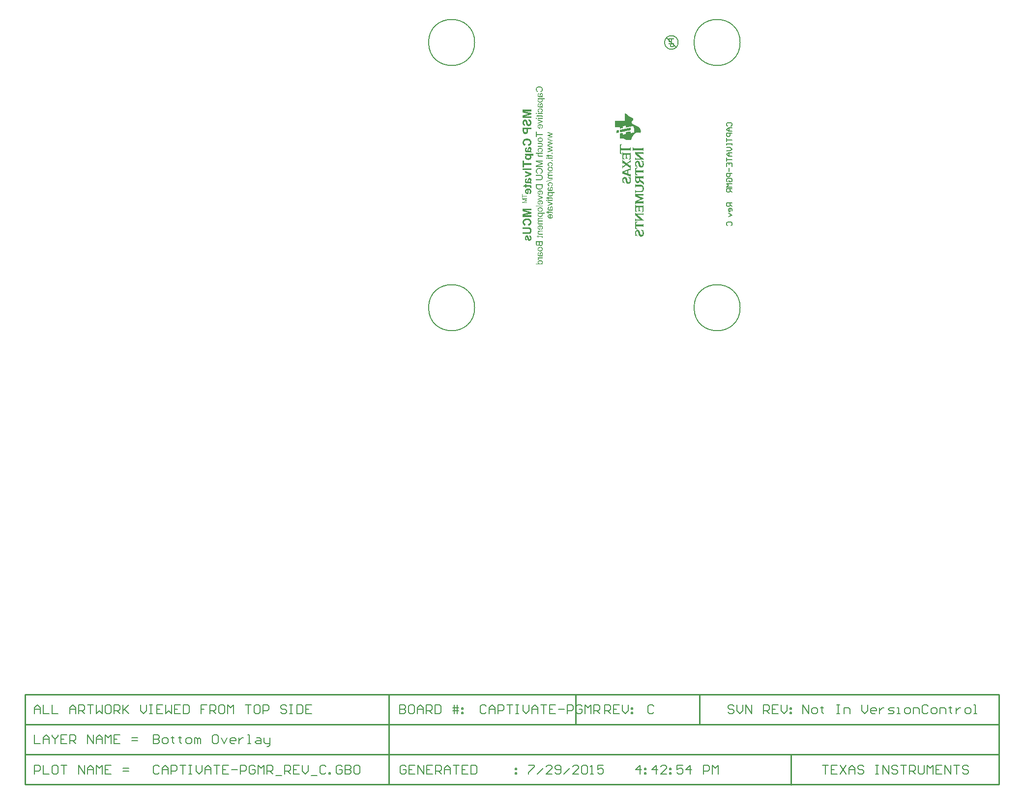
<source format=gbo>
%FSAX25Y25*%
%MOIN*%
G70*
G01*
G75*
G04 Layer_Color=9218505*
%ADD10R,0.01575X0.10236*%
%ADD11R,0.03150X0.02362*%
%ADD12R,0.03150X0.03150*%
%ADD13R,0.03937X0.03740*%
%ADD14R,0.01969X0.01181*%
%ADD15R,0.01181X0.01969*%
%ADD16R,0.02362X0.03150*%
%ADD17R,0.10236X0.01575*%
G04:AMPARAMS|DCode=18|XSize=23.62mil|YSize=39.37mil|CornerRadius=5.91mil|HoleSize=0mil|Usage=FLASHONLY|Rotation=0.000|XOffset=0mil|YOffset=0mil|HoleType=Round|Shape=RoundedRectangle|*
%AMROUNDEDRECTD18*
21,1,0.02362,0.02756,0,0,0.0*
21,1,0.01181,0.03937,0,0,0.0*
1,1,0.01181,0.00591,-0.01378*
1,1,0.01181,-0.00591,-0.01378*
1,1,0.01181,-0.00591,0.01378*
1,1,0.01181,0.00591,0.01378*
%
%ADD18ROUNDEDRECTD18*%
%ADD19R,0.05000X0.06300*%
%ADD20R,0.03740X0.03937*%
%ADD21R,0.04921X0.07087*%
%ADD22R,0.07087X0.04921*%
%ADD23C,0.03937*%
%ADD24O,0.00945X0.02362*%
%ADD25O,0.02362X0.00945*%
%ADD26R,0.16732X0.16732*%
%ADD27R,0.13583X0.13583*%
%ADD28R,0.06890X0.05906*%
%ADD29O,0.01181X0.02362*%
%ADD30R,0.01181X0.02362*%
%ADD31R,0.02165X0.00984*%
%ADD32R,0.02165X0.00787*%
%ADD33R,0.05512X0.03740*%
%ADD34R,0.08268X0.08268*%
%ADD35R,0.06299X0.07480*%
%ADD36R,0.04724X0.07480*%
%ADD37R,0.01575X0.05315*%
%ADD38O,0.02362X0.01181*%
%ADD39R,0.10630X0.10630*%
%ADD40C,0.00800*%
%ADD41C,0.00900*%
%ADD42C,0.01000*%
%ADD43C,0.02000*%
%ADD44C,0.01500*%
%ADD45C,0.01200*%
%ADD46R,0.17200X0.17200*%
%ADD47C,0.06000*%
%ADD48C,0.05906*%
%ADD49R,0.05906X0.05906*%
%ADD50R,0.03937X0.03937*%
%ADD51C,0.09843*%
%ADD52C,0.03000*%
%ADD53C,0.01969*%
%ADD54C,0.04000*%
%ADD55C,0.00100*%
%ADD56C,0.07543*%
%ADD57C,0.06756*%
%ADD58C,0.10693*%
%ADD59C,0.08000*%
%ADD60C,0.05600*%
%ADD61C,0.04787*%
%ADD62C,0.00700*%
%ADD63C,0.00787*%
%ADD64C,0.00669*%
%ADD65C,0.00600*%
%ADD66R,0.01969X0.06299*%
%ADD67R,0.01968X0.06299*%
%ADD68R,0.00787X0.03248*%
%ADD69R,0.01969X0.06299*%
%ADD70R,0.01280X0.02658*%
%ADD71R,0.07039X0.07039*%
%ADD72R,0.05850X0.05850*%
%ADD73R,0.06240X0.05445*%
%ADD74R,0.04677X0.04677*%
%ADD75R,0.00100X0.00100*%
%ADD76R,0.01969X0.10630*%
%ADD77R,0.03543X0.02756*%
%ADD78R,0.03543X0.03543*%
%ADD79R,0.04331X0.04134*%
%ADD80R,0.02362X0.01575*%
%ADD81R,0.01575X0.02362*%
%ADD82R,0.02756X0.03543*%
%ADD83R,0.10630X0.01969*%
G04:AMPARAMS|DCode=84|XSize=27.56mil|YSize=43.31mil|CornerRadius=7.87mil|HoleSize=0mil|Usage=FLASHONLY|Rotation=0.000|XOffset=0mil|YOffset=0mil|HoleType=Round|Shape=RoundedRectangle|*
%AMROUNDEDRECTD84*
21,1,0.02756,0.02756,0,0,0.0*
21,1,0.01181,0.04331,0,0,0.0*
1,1,0.01575,0.00591,-0.01378*
1,1,0.01575,-0.00591,-0.01378*
1,1,0.01575,-0.00591,0.01378*
1,1,0.01575,0.00591,0.01378*
%
%ADD84ROUNDEDRECTD84*%
%ADD85R,0.05394X0.06694*%
%ADD86R,0.04134X0.04331*%
%ADD87R,0.05315X0.07480*%
%ADD88R,0.07480X0.05315*%
%ADD89C,0.07874*%
%ADD90O,0.01496X0.02913*%
%ADD91O,0.02913X0.01496*%
%ADD92R,0.17126X0.17126*%
%ADD93O,0.02756X0.01339*%
%ADD94O,0.01339X0.02756*%
%ADD95R,0.13976X0.13976*%
%ADD96R,0.07284X0.06299*%
%ADD97O,0.01575X0.02756*%
%ADD98R,0.01575X0.02756*%
%ADD99R,0.02559X0.01378*%
%ADD100R,0.02559X0.01181*%
%ADD101R,0.05906X0.04134*%
%ADD102R,0.08661X0.08661*%
%ADD103R,0.06693X0.07874*%
%ADD104R,0.05118X0.07874*%
%ADD105R,0.01969X0.05709*%
%ADD106O,0.02756X0.01575*%
%ADD107R,0.11024X0.11024*%
%ADD108C,0.06394*%
%ADD109C,0.06299*%
%ADD110R,0.06299X0.06299*%
%ADD111C,0.04331*%
%ADD112R,0.04331X0.04331*%
%ADD113C,0.10236*%
%ADD114C,0.02362*%
G36*
X0392137Y0504951D02*
X0390556D01*
X0390620Y0504900D01*
X0390679Y0504841D01*
X0390731Y0504776D01*
X0390769Y0504725D01*
X0390808Y0504673D01*
X0390834Y0504634D01*
X0390847Y0504601D01*
X0390854Y0504595D01*
X0390893Y0504511D01*
X0390918Y0504426D01*
X0390938Y0504342D01*
X0390951Y0504264D01*
X0390957Y0504200D01*
X0390964Y0504148D01*
Y0504115D01*
Y0504103D01*
X0390957Y0503966D01*
X0390931Y0503830D01*
X0390899Y0503714D01*
X0390860Y0503604D01*
X0390821Y0503513D01*
X0390789Y0503448D01*
X0390776Y0503422D01*
X0390763Y0503403D01*
X0390757Y0503396D01*
Y0503390D01*
X0390666Y0503266D01*
X0390569Y0503163D01*
X0390471Y0503072D01*
X0390374Y0503001D01*
X0390283Y0502943D01*
X0390212Y0502897D01*
X0390186Y0502884D01*
X0390167Y0502871D01*
X0390154Y0502865D01*
X0390147D01*
X0389992Y0502807D01*
X0389836Y0502761D01*
X0389687Y0502729D01*
X0389545Y0502703D01*
X0389428Y0502690D01*
X0389376D01*
X0389331Y0502683D01*
X0389247D01*
X0389078Y0502690D01*
X0388916Y0502709D01*
X0388774Y0502735D01*
X0388644Y0502768D01*
X0388540Y0502800D01*
X0388495Y0502813D01*
X0388456Y0502826D01*
X0388430Y0502839D01*
X0388411Y0502845D01*
X0388398Y0502852D01*
X0388391D01*
X0388255Y0502917D01*
X0388132Y0502994D01*
X0388028Y0503072D01*
X0387944Y0503150D01*
X0387879Y0503221D01*
X0387827Y0503279D01*
X0387802Y0503318D01*
X0387789Y0503325D01*
Y0503331D01*
X0387717Y0503454D01*
X0387659Y0503578D01*
X0387620Y0503701D01*
X0387594Y0503817D01*
X0387581Y0503914D01*
X0387575Y0503960D01*
X0387568Y0503992D01*
Y0504025D01*
Y0504044D01*
Y0504057D01*
Y0504064D01*
X0387575Y0504180D01*
X0387588Y0504284D01*
X0387607Y0504375D01*
X0387633Y0504452D01*
X0387659Y0504517D01*
X0387679Y0504569D01*
X0387691Y0504595D01*
X0387698Y0504608D01*
X0387750Y0504686D01*
X0387808Y0504763D01*
X0387866Y0504828D01*
X0387931Y0504886D01*
X0387983Y0504938D01*
X0388028Y0504971D01*
X0388054Y0504997D01*
X0388067Y0505003D01*
X0387640D01*
Y0505502D01*
X0392137D01*
Y0504951D01*
D02*
G37*
G36*
X0390115Y0502197D02*
X0390180Y0502191D01*
X0390316Y0502158D01*
X0390426Y0502113D01*
X0390523Y0502061D01*
X0390601Y0502009D01*
X0390659Y0501964D01*
X0390692Y0501932D01*
X0390705Y0501919D01*
X0390789Y0501802D01*
X0390854Y0501673D01*
X0390899Y0501530D01*
X0390931Y0501400D01*
X0390951Y0501284D01*
X0390957Y0501232D01*
Y0501187D01*
X0390964Y0501148D01*
Y0501122D01*
Y0501102D01*
Y0501096D01*
X0390957Y0500979D01*
X0390944Y0500863D01*
X0390931Y0500759D01*
X0390912Y0500668D01*
X0390893Y0500597D01*
X0390873Y0500538D01*
X0390867Y0500500D01*
X0390860Y0500487D01*
X0390815Y0500377D01*
X0390757Y0500273D01*
X0390692Y0500176D01*
X0390633Y0500078D01*
X0390575Y0500001D01*
X0390530Y0499942D01*
X0390497Y0499903D01*
X0390484Y0499897D01*
Y0499891D01*
X0390569Y0499878D01*
X0390646Y0499864D01*
X0390718Y0499852D01*
X0390776Y0499832D01*
X0390828Y0499813D01*
X0390860Y0499800D01*
X0390886Y0499793D01*
X0390893Y0499787D01*
Y0499210D01*
X0390821Y0499242D01*
X0390750Y0499275D01*
X0390685Y0499301D01*
X0390627Y0499314D01*
X0390575Y0499333D01*
X0390536Y0499340D01*
X0390510Y0499346D01*
X0390504D01*
X0390458Y0499353D01*
X0390400Y0499359D01*
X0390335D01*
X0390264Y0499366D01*
X0390102Y0499372D01*
X0389940D01*
X0389785Y0499378D01*
X0388670D01*
X0388560Y0499385D01*
X0388475Y0499392D01*
X0388404D01*
X0388352Y0499398D01*
X0388314Y0499404D01*
X0388294Y0499411D01*
X0388288D01*
X0388203Y0499430D01*
X0388132Y0499456D01*
X0388074Y0499482D01*
X0388015Y0499515D01*
X0387977Y0499541D01*
X0387944Y0499560D01*
X0387925Y0499573D01*
X0387918Y0499579D01*
X0387866Y0499631D01*
X0387815Y0499690D01*
X0387776Y0499754D01*
X0387737Y0499819D01*
X0387711Y0499878D01*
X0387691Y0499923D01*
X0387679Y0499955D01*
X0387672Y0499968D01*
X0387640Y0500072D01*
X0387614Y0500182D01*
X0387594Y0500292D01*
X0387581Y0500402D01*
X0387575Y0500500D01*
X0387568Y0500571D01*
Y0500603D01*
Y0500623D01*
Y0500636D01*
Y0500642D01*
X0387575Y0500798D01*
X0387588Y0500934D01*
X0387607Y0501063D01*
X0387627Y0501167D01*
X0387646Y0501258D01*
X0387666Y0501323D01*
X0387672Y0501348D01*
X0387679Y0501368D01*
X0387685Y0501374D01*
Y0501381D01*
X0387730Y0501491D01*
X0387789Y0501588D01*
X0387841Y0501673D01*
X0387892Y0501744D01*
X0387944Y0501796D01*
X0387983Y0501834D01*
X0388009Y0501860D01*
X0388015Y0501867D01*
X0388100Y0501925D01*
X0388190Y0501977D01*
X0388281Y0502016D01*
X0388365Y0502048D01*
X0388450Y0502074D01*
X0388508Y0502094D01*
X0388534Y0502100D01*
X0388553D01*
X0388560Y0502107D01*
X0388566D01*
X0388637Y0501569D01*
X0388521Y0501530D01*
X0388417Y0501491D01*
X0388333Y0501446D01*
X0388268Y0501407D01*
X0388216Y0501368D01*
X0388184Y0501335D01*
X0388164Y0501310D01*
X0388158Y0501303D01*
X0388113Y0501225D01*
X0388080Y0501135D01*
X0388054Y0501037D01*
X0388041Y0500947D01*
X0388028Y0500856D01*
X0388022Y0500791D01*
Y0500765D01*
Y0500746D01*
Y0500733D01*
Y0500726D01*
X0388028Y0500577D01*
X0388048Y0500448D01*
X0388080Y0500344D01*
X0388113Y0500253D01*
X0388152Y0500188D01*
X0388177Y0500137D01*
X0388203Y0500104D01*
X0388210Y0500098D01*
X0388268Y0500046D01*
X0388339Y0500007D01*
X0388417Y0499975D01*
X0388495Y0499955D01*
X0388566Y0499942D01*
X0388631Y0499936D01*
X0388767D01*
X0388806Y0499942D01*
X0388825D01*
X0388845Y0500007D01*
X0388864Y0500078D01*
X0388903Y0500227D01*
X0388936Y0500396D01*
X0388968Y0500551D01*
X0388981Y0500629D01*
X0388987Y0500701D01*
X0389000Y0500765D01*
X0389007Y0500817D01*
X0389013Y0500863D01*
Y0500895D01*
X0389020Y0500921D01*
Y0500927D01*
X0389033Y0501044D01*
X0389052Y0501141D01*
X0389065Y0501225D01*
X0389078Y0501290D01*
X0389085Y0501342D01*
X0389098Y0501381D01*
X0389104Y0501407D01*
Y0501413D01*
X0389130Y0501498D01*
X0389156Y0501569D01*
X0389188Y0501640D01*
X0389214Y0501698D01*
X0389240Y0501750D01*
X0389266Y0501783D01*
X0389279Y0501809D01*
X0389285Y0501815D01*
X0389331Y0501880D01*
X0389383Y0501932D01*
X0389435Y0501983D01*
X0389486Y0502022D01*
X0389532Y0502055D01*
X0389571Y0502081D01*
X0389597Y0502094D01*
X0389603Y0502100D01*
X0389674Y0502133D01*
X0389752Y0502158D01*
X0389823Y0502178D01*
X0389895Y0502191D01*
X0389953Y0502197D01*
X0389998Y0502204D01*
X0390037D01*
X0390115Y0502197D01*
D02*
G37*
G36*
X0389428Y0498685D02*
X0389564Y0498672D01*
X0389700Y0498653D01*
X0389817Y0498627D01*
X0389933Y0498601D01*
X0390031Y0498562D01*
X0390128Y0498530D01*
X0390212Y0498491D01*
X0390283Y0498452D01*
X0390348Y0498420D01*
X0390407Y0498381D01*
X0390452Y0498355D01*
X0390484Y0498329D01*
X0390510Y0498309D01*
X0390523Y0498296D01*
X0390530Y0498290D01*
X0390607Y0498212D01*
X0390672Y0498128D01*
X0390731Y0498044D01*
X0390782Y0497953D01*
X0390821Y0497862D01*
X0390860Y0497778D01*
X0390912Y0497603D01*
X0390925Y0497525D01*
X0390938Y0497454D01*
X0390951Y0497389D01*
X0390957Y0497331D01*
X0390964Y0497286D01*
Y0497253D01*
Y0497227D01*
Y0497221D01*
X0390957Y0497123D01*
X0390951Y0497026D01*
X0390912Y0496858D01*
X0390867Y0496702D01*
X0390808Y0496573D01*
X0390776Y0496521D01*
X0390750Y0496469D01*
X0390724Y0496424D01*
X0390698Y0496391D01*
X0390679Y0496365D01*
X0390666Y0496346D01*
X0390659Y0496333D01*
X0390653Y0496326D01*
X0390588Y0496262D01*
X0390523Y0496203D01*
X0390381Y0496100D01*
X0390232Y0496015D01*
X0390095Y0495957D01*
X0389966Y0495912D01*
X0389914Y0495899D01*
X0389862Y0495886D01*
X0389823Y0495879D01*
X0389797Y0495873D01*
X0389778Y0495866D01*
X0389772D01*
X0389700Y0496411D01*
X0389843Y0496437D01*
X0389972Y0496476D01*
X0390076Y0496527D01*
X0390160Y0496573D01*
X0390232Y0496618D01*
X0390277Y0496657D01*
X0390309Y0496676D01*
X0390316Y0496689D01*
X0390381Y0496774D01*
X0390426Y0496864D01*
X0390465Y0496955D01*
X0390484Y0497039D01*
X0390497Y0497111D01*
X0390504Y0497175D01*
X0390510Y0497214D01*
Y0497221D01*
Y0497227D01*
X0390504Y0497298D01*
X0390497Y0497370D01*
X0390465Y0497499D01*
X0390420Y0497610D01*
X0390361Y0497707D01*
X0390309Y0497778D01*
X0390264Y0497836D01*
X0390232Y0497869D01*
X0390219Y0497882D01*
X0390160Y0497927D01*
X0390089Y0497966D01*
X0389947Y0498024D01*
X0389785Y0498070D01*
X0389629Y0498096D01*
X0389486Y0498115D01*
X0389428Y0498121D01*
X0389370D01*
X0389331Y0498128D01*
X0389149D01*
X0389039Y0498115D01*
X0388936Y0498102D01*
X0388845Y0498089D01*
X0388761Y0498070D01*
X0388683Y0498044D01*
X0388612Y0498024D01*
X0388547Y0497998D01*
X0388495Y0497972D01*
X0388450Y0497953D01*
X0388411Y0497927D01*
X0388378Y0497908D01*
X0388352Y0497895D01*
X0388333Y0497882D01*
X0388327Y0497869D01*
X0388320D01*
X0388268Y0497817D01*
X0388223Y0497765D01*
X0388145Y0497655D01*
X0388093Y0497538D01*
X0388061Y0497435D01*
X0388035Y0497337D01*
X0388028Y0497266D01*
X0388022Y0497234D01*
Y0497214D01*
Y0497201D01*
Y0497195D01*
X0388028Y0497098D01*
X0388048Y0497007D01*
X0388074Y0496929D01*
X0388106Y0496858D01*
X0388139Y0496806D01*
X0388164Y0496761D01*
X0388184Y0496735D01*
X0388190Y0496728D01*
X0388255Y0496663D01*
X0388333Y0496605D01*
X0388417Y0496553D01*
X0388495Y0496521D01*
X0388566Y0496489D01*
X0388625Y0496469D01*
X0388663Y0496462D01*
X0388670Y0496456D01*
X0388676D01*
X0388592Y0495918D01*
X0388417Y0495964D01*
X0388268Y0496028D01*
X0388139Y0496100D01*
X0388035Y0496171D01*
X0387951Y0496242D01*
X0387892Y0496301D01*
X0387853Y0496339D01*
X0387841Y0496346D01*
Y0496352D01*
X0387750Y0496489D01*
X0387685Y0496631D01*
X0387633Y0496774D01*
X0387601Y0496910D01*
X0387581Y0497033D01*
X0387575Y0497085D01*
Y0497123D01*
X0387568Y0497162D01*
Y0497188D01*
Y0497208D01*
Y0497214D01*
X0387575Y0497370D01*
X0387601Y0497512D01*
X0387633Y0497648D01*
X0387666Y0497758D01*
X0387704Y0497856D01*
X0387724Y0497895D01*
X0387737Y0497927D01*
X0387750Y0497953D01*
X0387763Y0497972D01*
X0387769Y0497985D01*
Y0497992D01*
X0387847Y0498115D01*
X0387944Y0498225D01*
X0388041Y0498316D01*
X0388139Y0498394D01*
X0388223Y0498452D01*
X0388294Y0498491D01*
X0388320Y0498504D01*
X0388339Y0498517D01*
X0388352Y0498523D01*
X0388359D01*
X0388514Y0498582D01*
X0388670Y0498620D01*
X0388825Y0498653D01*
X0388968Y0498672D01*
X0389033Y0498679D01*
X0389091Y0498685D01*
X0389143D01*
X0389188Y0498692D01*
X0389279D01*
X0389428Y0498685D01*
D02*
G37*
G36*
X0382217Y0412521D02*
X0382409Y0412429D01*
X0382567Y0412329D01*
X0382700Y0412221D01*
X0382808Y0412121D01*
X0382884Y0412030D01*
X0382917Y0412005D01*
X0382933Y0411980D01*
X0382942Y0411963D01*
X0382950Y0411955D01*
X0383008Y0411855D01*
X0383067Y0411755D01*
X0383150Y0411530D01*
X0383208Y0411305D01*
X0383250Y0411088D01*
X0383267Y0410988D01*
X0383275Y0410897D01*
X0383283Y0410813D01*
Y0410738D01*
X0383292Y0410680D01*
Y0410638D01*
Y0410605D01*
Y0410597D01*
X0383283Y0410430D01*
X0383275Y0410272D01*
X0383250Y0410122D01*
X0383225Y0409980D01*
X0383200Y0409855D01*
X0383158Y0409739D01*
X0383125Y0409630D01*
X0383083Y0409539D01*
X0383050Y0409456D01*
X0383008Y0409381D01*
X0382975Y0409322D01*
X0382950Y0409272D01*
X0382917Y0409231D01*
X0382900Y0409206D01*
X0382892Y0409189D01*
X0382884Y0409181D01*
X0382800Y0409097D01*
X0382717Y0409022D01*
X0382634Y0408956D01*
X0382550Y0408897D01*
X0382467Y0408856D01*
X0382384Y0408814D01*
X0382234Y0408756D01*
X0382092Y0408722D01*
X0382034Y0408714D01*
X0381992Y0408706D01*
X0381950Y0408698D01*
X0381892D01*
X0381709Y0408714D01*
X0381542Y0408756D01*
X0381401Y0408806D01*
X0381284Y0408873D01*
X0381192Y0408939D01*
X0381126Y0408989D01*
X0381093Y0409031D01*
X0381076Y0409047D01*
X0381026Y0409122D01*
X0380968Y0409197D01*
X0380926Y0409289D01*
X0380876Y0409389D01*
X0380793Y0409589D01*
X0380718Y0409797D01*
X0380659Y0409980D01*
X0380643Y0410064D01*
X0380618Y0410139D01*
X0380601Y0410197D01*
X0380593Y0410239D01*
X0380584Y0410272D01*
Y0410280D01*
X0380543Y0410438D01*
X0380509Y0410580D01*
X0380476Y0410705D01*
X0380443Y0410813D01*
X0380418Y0410913D01*
X0380393Y0410997D01*
X0380368Y0411063D01*
X0380351Y0411130D01*
X0380326Y0411180D01*
X0380310Y0411222D01*
X0380301Y0411255D01*
X0380285Y0411271D01*
X0380276Y0411305D01*
X0380268Y0411313D01*
X0380235Y0411346D01*
X0380201Y0411372D01*
X0380135Y0411405D01*
X0380085Y0411421D01*
X0380068D01*
X0380018Y0411413D01*
X0379976Y0411405D01*
X0379901Y0411355D01*
X0379860Y0411313D01*
X0379843Y0411305D01*
Y0411297D01*
X0379801Y0411213D01*
X0379768Y0411122D01*
X0379751Y0411022D01*
X0379735Y0410913D01*
X0379726Y0410822D01*
X0379718Y0410747D01*
Y0410688D01*
Y0410680D01*
Y0410672D01*
X0379726Y0410547D01*
X0379735Y0410438D01*
X0379760Y0410347D01*
X0379785Y0410272D01*
X0379810Y0410214D01*
X0379826Y0410172D01*
X0379843Y0410147D01*
X0379851Y0410139D01*
X0379901Y0410072D01*
X0379960Y0410022D01*
X0380018Y0409972D01*
X0380085Y0409939D01*
X0380135Y0409914D01*
X0380176Y0409897D01*
X0380209Y0409880D01*
X0380218D01*
X0380026Y0408839D01*
X0379835Y0408906D01*
X0379668Y0408997D01*
X0379526Y0409089D01*
X0379418Y0409189D01*
X0379327Y0409272D01*
X0379260Y0409347D01*
X0379227Y0409397D01*
X0379210Y0409406D01*
Y0409414D01*
X0379160Y0409497D01*
X0379118Y0409589D01*
X0379043Y0409789D01*
X0378993Y0409997D01*
X0378960Y0410205D01*
X0378952Y0410305D01*
X0378943Y0410397D01*
X0378935Y0410480D01*
X0378927Y0410547D01*
Y0410605D01*
Y0410647D01*
Y0410680D01*
Y0410688D01*
Y0410855D01*
X0378943Y0411005D01*
X0378960Y0411147D01*
X0378985Y0411280D01*
X0379010Y0411397D01*
X0379043Y0411505D01*
X0379077Y0411605D01*
X0379110Y0411696D01*
X0379152Y0411771D01*
X0379185Y0411838D01*
X0379218Y0411896D01*
X0379243Y0411938D01*
X0379268Y0411980D01*
X0379285Y0412005D01*
X0379293Y0412013D01*
X0379302Y0412021D01*
X0379368Y0412096D01*
X0379443Y0412163D01*
X0379518Y0412221D01*
X0379601Y0412263D01*
X0379751Y0412346D01*
X0379893Y0412396D01*
X0380018Y0412421D01*
X0380076Y0412429D01*
X0380118Y0412438D01*
X0380159Y0412446D01*
X0380209D01*
X0380318Y0412438D01*
X0380418Y0412421D01*
X0380518Y0412404D01*
X0380609Y0412371D01*
X0380768Y0412288D01*
X0380901Y0412196D01*
X0381009Y0412113D01*
X0381084Y0412030D01*
X0381118Y0411996D01*
X0381134Y0411980D01*
X0381142Y0411963D01*
X0381151Y0411955D01*
X0381192Y0411880D01*
X0381242Y0411780D01*
X0381292Y0411663D01*
X0381334Y0411538D01*
X0381384Y0411405D01*
X0381426Y0411263D01*
X0381509Y0410972D01*
X0381551Y0410830D01*
X0381584Y0410697D01*
X0381617Y0410580D01*
X0381642Y0410472D01*
X0381659Y0410380D01*
X0381676Y0410314D01*
X0381692Y0410272D01*
Y0410255D01*
X0381717Y0410155D01*
X0381742Y0410080D01*
X0381767Y0410014D01*
X0381784Y0409964D01*
X0381809Y0409930D01*
X0381817Y0409905D01*
X0381834Y0409889D01*
X0381901Y0409839D01*
X0381967Y0409814D01*
X0382017Y0409805D01*
X0382042D01*
X0382109Y0409814D01*
X0382167Y0409830D01*
X0382217Y0409855D01*
X0382259Y0409880D01*
X0382292Y0409905D01*
X0382317Y0409930D01*
X0382334Y0409947D01*
X0382342Y0409955D01*
X0382392Y0410047D01*
X0382425Y0410147D01*
X0382459Y0410255D01*
X0382475Y0410355D01*
X0382484Y0410447D01*
X0382492Y0410530D01*
Y0410580D01*
Y0410589D01*
Y0410597D01*
X0382484Y0410738D01*
X0382467Y0410855D01*
X0382442Y0410963D01*
X0382409Y0411047D01*
X0382384Y0411113D01*
X0382359Y0411163D01*
X0382342Y0411197D01*
X0382334Y0411205D01*
X0382267Y0411280D01*
X0382184Y0411338D01*
X0382109Y0411388D01*
X0382026Y0411430D01*
X0381950Y0411455D01*
X0381892Y0411471D01*
X0381859Y0411488D01*
X0381842D01*
X0382009Y0412596D01*
X0382217Y0412521D01*
D02*
G37*
G36*
X0388851Y0513602D02*
X0389078Y0513576D01*
X0389279Y0513544D01*
X0389376Y0513518D01*
X0389460Y0513498D01*
X0389538Y0513479D01*
X0389610Y0513453D01*
X0389674Y0513434D01*
X0389726Y0513421D01*
X0389765Y0513401D01*
X0389797Y0513395D01*
X0389817Y0513382D01*
X0389823D01*
X0390018Y0513285D01*
X0390193Y0513174D01*
X0390342Y0513058D01*
X0390400Y0512999D01*
X0390458Y0512948D01*
X0390510Y0512896D01*
X0390556Y0512844D01*
X0390595Y0512799D01*
X0390620Y0512760D01*
X0390646Y0512734D01*
X0390666Y0512708D01*
X0390672Y0512695D01*
X0390679Y0512688D01*
X0390731Y0512598D01*
X0390776Y0512507D01*
X0390847Y0512313D01*
X0390899Y0512118D01*
X0390931Y0511930D01*
X0390944Y0511840D01*
X0390957Y0511762D01*
X0390964Y0511691D01*
Y0511632D01*
X0390970Y0511580D01*
Y0511542D01*
Y0511516D01*
Y0511509D01*
X0390964Y0511379D01*
X0390951Y0511256D01*
X0390938Y0511140D01*
X0390912Y0511030D01*
X0390880Y0510926D01*
X0390847Y0510829D01*
X0390815Y0510738D01*
X0390776Y0510654D01*
X0390743Y0510582D01*
X0390711Y0510511D01*
X0390679Y0510459D01*
X0390646Y0510407D01*
X0390620Y0510375D01*
X0390607Y0510343D01*
X0390595Y0510330D01*
X0390588Y0510323D01*
X0390510Y0510232D01*
X0390433Y0510155D01*
X0390342Y0510083D01*
X0390251Y0510012D01*
X0390070Y0509896D01*
X0389888Y0509805D01*
X0389804Y0509766D01*
X0389726Y0509734D01*
X0389655Y0509708D01*
X0389597Y0509688D01*
X0389545Y0509669D01*
X0389506Y0509656D01*
X0389480Y0509649D01*
X0389473D01*
X0389324Y0510246D01*
X0389428Y0510271D01*
X0389525Y0510304D01*
X0389616Y0510336D01*
X0389700Y0510369D01*
X0389778Y0510407D01*
X0389843Y0510446D01*
X0389908Y0510492D01*
X0389966Y0510531D01*
X0390018Y0510563D01*
X0390057Y0510602D01*
X0390095Y0510634D01*
X0390128Y0510660D01*
X0390147Y0510686D01*
X0390167Y0510706D01*
X0390173Y0510712D01*
X0390180Y0510718D01*
X0390232Y0510783D01*
X0390270Y0510855D01*
X0390342Y0510997D01*
X0390394Y0511133D01*
X0390426Y0511269D01*
X0390452Y0511386D01*
X0390458Y0511431D01*
Y0511477D01*
X0390465Y0511516D01*
Y0511542D01*
Y0511554D01*
Y0511561D01*
X0390458Y0511710D01*
X0390433Y0511853D01*
X0390400Y0511982D01*
X0390361Y0512099D01*
X0390322Y0512189D01*
X0390303Y0512228D01*
X0390290Y0512261D01*
X0390277Y0512287D01*
X0390264Y0512306D01*
X0390258Y0512319D01*
Y0512326D01*
X0390167Y0512449D01*
X0390070Y0512552D01*
X0389959Y0512643D01*
X0389856Y0512714D01*
X0389765Y0512773D01*
X0389687Y0512812D01*
X0389655Y0512824D01*
X0389635Y0512838D01*
X0389622Y0512844D01*
X0389616D01*
X0389447Y0512896D01*
X0389279Y0512935D01*
X0389111Y0512967D01*
X0388955Y0512987D01*
X0388884Y0512993D01*
X0388819Y0512999D01*
X0388761D01*
X0388715Y0513006D01*
X0388618D01*
X0388450Y0512999D01*
X0388294Y0512987D01*
X0388152Y0512961D01*
X0388022Y0512935D01*
X0387912Y0512915D01*
X0387866Y0512902D01*
X0387827Y0512889D01*
X0387795Y0512883D01*
X0387776Y0512876D01*
X0387763Y0512870D01*
X0387756D01*
X0387607Y0512805D01*
X0387471Y0512734D01*
X0387361Y0512656D01*
X0387264Y0512572D01*
X0387186Y0512500D01*
X0387134Y0512442D01*
X0387102Y0512397D01*
X0387089Y0512390D01*
Y0512384D01*
X0387005Y0512248D01*
X0386940Y0512099D01*
X0386894Y0511956D01*
X0386869Y0511820D01*
X0386849Y0511697D01*
X0386842Y0511645D01*
Y0511600D01*
X0386836Y0511567D01*
Y0511542D01*
Y0511522D01*
Y0511516D01*
X0386842Y0511354D01*
X0386869Y0511204D01*
X0386907Y0511081D01*
X0386946Y0510971D01*
X0386992Y0510887D01*
X0387024Y0510822D01*
X0387050Y0510783D01*
X0387063Y0510770D01*
X0387160Y0510667D01*
X0387270Y0510569D01*
X0387387Y0510492D01*
X0387504Y0510427D01*
X0387607Y0510375D01*
X0387659Y0510356D01*
X0387698Y0510343D01*
X0387730Y0510330D01*
X0387756Y0510317D01*
X0387769Y0510310D01*
X0387776D01*
X0387640Y0509727D01*
X0387523Y0509766D01*
X0387419Y0509805D01*
X0387322Y0509857D01*
X0387225Y0509902D01*
X0387141Y0509954D01*
X0387063Y0510012D01*
X0386985Y0510064D01*
X0386920Y0510116D01*
X0386869Y0510168D01*
X0386817Y0510213D01*
X0386771Y0510258D01*
X0386739Y0510291D01*
X0386706Y0510323D01*
X0386687Y0510349D01*
X0386681Y0510362D01*
X0386674Y0510369D01*
X0386616Y0510459D01*
X0386557Y0510550D01*
X0386512Y0510641D01*
X0386473Y0510738D01*
X0386415Y0510932D01*
X0386376Y0511107D01*
X0386357Y0511192D01*
X0386350Y0511263D01*
X0386344Y0511334D01*
X0386337Y0511392D01*
X0386331Y0511438D01*
Y0511470D01*
Y0511496D01*
Y0511503D01*
X0386344Y0511717D01*
X0386376Y0511924D01*
X0386415Y0512105D01*
X0386441Y0512189D01*
X0386467Y0512267D01*
X0386493Y0512338D01*
X0386519Y0512403D01*
X0386538Y0512455D01*
X0386557Y0512507D01*
X0386577Y0512539D01*
X0386590Y0512565D01*
X0386596Y0512585D01*
X0386603Y0512591D01*
X0386713Y0512766D01*
X0386842Y0512915D01*
X0386972Y0513045D01*
X0387102Y0513155D01*
X0387218Y0513239D01*
X0387270Y0513272D01*
X0387316Y0513298D01*
X0387348Y0513323D01*
X0387374Y0513337D01*
X0387393Y0513343D01*
X0387400Y0513349D01*
X0387601Y0513440D01*
X0387808Y0513505D01*
X0388015Y0513550D01*
X0388203Y0513583D01*
X0388288Y0513596D01*
X0388372Y0513602D01*
X0388437Y0513609D01*
X0388501D01*
X0388547Y0513615D01*
X0388618D01*
X0388851Y0513602D01*
D02*
G37*
G36*
X0390115Y0509170D02*
X0390180Y0509163D01*
X0390316Y0509131D01*
X0390426Y0509086D01*
X0390523Y0509034D01*
X0390601Y0508982D01*
X0390659Y0508937D01*
X0390692Y0508904D01*
X0390705Y0508891D01*
X0390789Y0508775D01*
X0390854Y0508645D01*
X0390899Y0508502D01*
X0390931Y0508373D01*
X0390951Y0508256D01*
X0390957Y0508204D01*
Y0508159D01*
X0390964Y0508120D01*
Y0508094D01*
Y0508075D01*
Y0508068D01*
X0390957Y0507952D01*
X0390944Y0507835D01*
X0390931Y0507731D01*
X0390912Y0507641D01*
X0390893Y0507569D01*
X0390873Y0507511D01*
X0390867Y0507472D01*
X0390860Y0507459D01*
X0390815Y0507349D01*
X0390757Y0507245D01*
X0390692Y0507148D01*
X0390633Y0507051D01*
X0390575Y0506973D01*
X0390530Y0506915D01*
X0390497Y0506876D01*
X0390484Y0506869D01*
Y0506863D01*
X0390569Y0506850D01*
X0390646Y0506837D01*
X0390718Y0506824D01*
X0390776Y0506805D01*
X0390828Y0506785D01*
X0390860Y0506772D01*
X0390886Y0506766D01*
X0390893Y0506759D01*
Y0506182D01*
X0390821Y0506215D01*
X0390750Y0506247D01*
X0390685Y0506273D01*
X0390627Y0506286D01*
X0390575Y0506306D01*
X0390536Y0506312D01*
X0390510Y0506319D01*
X0390504D01*
X0390458Y0506325D01*
X0390400Y0506332D01*
X0390335D01*
X0390264Y0506338D01*
X0390102Y0506345D01*
X0389940D01*
X0389785Y0506351D01*
X0388670D01*
X0388560Y0506357D01*
X0388475Y0506364D01*
X0388404D01*
X0388352Y0506370D01*
X0388314Y0506377D01*
X0388294Y0506383D01*
X0388288D01*
X0388203Y0506403D01*
X0388132Y0506429D01*
X0388074Y0506455D01*
X0388015Y0506487D01*
X0387977Y0506513D01*
X0387944Y0506532D01*
X0387925Y0506545D01*
X0387918Y0506552D01*
X0387866Y0506604D01*
X0387815Y0506662D01*
X0387776Y0506727D01*
X0387737Y0506792D01*
X0387711Y0506850D01*
X0387691Y0506895D01*
X0387679Y0506928D01*
X0387672Y0506941D01*
X0387640Y0507044D01*
X0387614Y0507155D01*
X0387594Y0507265D01*
X0387581Y0507375D01*
X0387575Y0507472D01*
X0387568Y0507543D01*
Y0507576D01*
Y0507595D01*
Y0507608D01*
Y0507615D01*
X0387575Y0507770D01*
X0387588Y0507906D01*
X0387607Y0508036D01*
X0387627Y0508140D01*
X0387646Y0508230D01*
X0387666Y0508295D01*
X0387672Y0508321D01*
X0387679Y0508340D01*
X0387685Y0508347D01*
Y0508353D01*
X0387730Y0508463D01*
X0387789Y0508561D01*
X0387841Y0508645D01*
X0387892Y0508716D01*
X0387944Y0508768D01*
X0387983Y0508807D01*
X0388009Y0508833D01*
X0388015Y0508839D01*
X0388100Y0508898D01*
X0388190Y0508950D01*
X0388281Y0508988D01*
X0388365Y0509021D01*
X0388450Y0509047D01*
X0388508Y0509066D01*
X0388534Y0509073D01*
X0388553D01*
X0388560Y0509079D01*
X0388566D01*
X0388637Y0508541D01*
X0388521Y0508502D01*
X0388417Y0508463D01*
X0388333Y0508418D01*
X0388268Y0508379D01*
X0388216Y0508340D01*
X0388184Y0508308D01*
X0388164Y0508282D01*
X0388158Y0508276D01*
X0388113Y0508198D01*
X0388080Y0508107D01*
X0388054Y0508010D01*
X0388041Y0507919D01*
X0388028Y0507829D01*
X0388022Y0507764D01*
Y0507738D01*
Y0507718D01*
Y0507705D01*
Y0507699D01*
X0388028Y0507550D01*
X0388048Y0507420D01*
X0388080Y0507316D01*
X0388113Y0507226D01*
X0388152Y0507161D01*
X0388177Y0507109D01*
X0388203Y0507077D01*
X0388210Y0507070D01*
X0388268Y0507019D01*
X0388339Y0506980D01*
X0388417Y0506947D01*
X0388495Y0506928D01*
X0388566Y0506915D01*
X0388631Y0506908D01*
X0388767D01*
X0388806Y0506915D01*
X0388825D01*
X0388845Y0506980D01*
X0388864Y0507051D01*
X0388903Y0507200D01*
X0388936Y0507368D01*
X0388968Y0507524D01*
X0388981Y0507602D01*
X0388987Y0507673D01*
X0389000Y0507738D01*
X0389007Y0507790D01*
X0389013Y0507835D01*
Y0507867D01*
X0389020Y0507893D01*
Y0507900D01*
X0389033Y0508016D01*
X0389052Y0508114D01*
X0389065Y0508198D01*
X0389078Y0508263D01*
X0389085Y0508315D01*
X0389098Y0508353D01*
X0389104Y0508379D01*
Y0508386D01*
X0389130Y0508470D01*
X0389156Y0508541D01*
X0389188Y0508612D01*
X0389214Y0508671D01*
X0389240Y0508723D01*
X0389266Y0508755D01*
X0389279Y0508781D01*
X0389285Y0508787D01*
X0389331Y0508852D01*
X0389383Y0508904D01*
X0389435Y0508956D01*
X0389486Y0508995D01*
X0389532Y0509027D01*
X0389571Y0509053D01*
X0389597Y0509066D01*
X0389603Y0509073D01*
X0389674Y0509105D01*
X0389752Y0509131D01*
X0389823Y0509150D01*
X0389895Y0509163D01*
X0389953Y0509170D01*
X0389998Y0509176D01*
X0390037D01*
X0390115Y0509170D01*
D02*
G37*
G36*
X0390893Y0494842D02*
X0387640D01*
Y0495393D01*
X0390893D01*
Y0494842D01*
D02*
G37*
G36*
X0387037Y0491706D02*
X0386408D01*
Y0492257D01*
X0387037D01*
Y0491706D01*
D02*
G37*
G36*
X0390893Y0489983D02*
Y0489458D01*
X0387640Y0488220D01*
Y0488790D01*
X0389629Y0489509D01*
X0389759Y0489555D01*
X0389875Y0489600D01*
X0389985Y0489633D01*
X0390070Y0489665D01*
X0390147Y0489684D01*
X0390199Y0489704D01*
X0390232Y0489710D01*
X0390245Y0489717D01*
X0390121Y0489756D01*
X0389998Y0489788D01*
X0389888Y0489827D01*
X0389791Y0489859D01*
X0389707Y0489885D01*
X0389642Y0489905D01*
X0389622Y0489911D01*
X0389603Y0489918D01*
X0389597Y0489924D01*
X0389590D01*
X0387640Y0490624D01*
Y0491207D01*
X0390893Y0489983D01*
D02*
G37*
G36*
X0389441Y0487909D02*
X0389577Y0487896D01*
X0389707Y0487877D01*
X0389823Y0487851D01*
X0389933Y0487818D01*
X0390037Y0487786D01*
X0390128Y0487747D01*
X0390212Y0487708D01*
X0390283Y0487669D01*
X0390348Y0487630D01*
X0390400Y0487598D01*
X0390445Y0487566D01*
X0390484Y0487540D01*
X0390510Y0487520D01*
X0390523Y0487507D01*
X0390530Y0487501D01*
X0390607Y0487417D01*
X0390672Y0487332D01*
X0390731Y0487242D01*
X0390782Y0487144D01*
X0390821Y0487054D01*
X0390860Y0486956D01*
X0390912Y0486775D01*
X0390925Y0486691D01*
X0390938Y0486613D01*
X0390951Y0486542D01*
X0390957Y0486483D01*
X0390964Y0486438D01*
Y0486399D01*
Y0486373D01*
Y0486367D01*
X0390951Y0486166D01*
X0390918Y0485984D01*
X0390880Y0485822D01*
X0390854Y0485758D01*
X0390828Y0485693D01*
X0390802Y0485635D01*
X0390776Y0485583D01*
X0390757Y0485544D01*
X0390737Y0485505D01*
X0390718Y0485479D01*
X0390705Y0485460D01*
X0390692Y0485447D01*
Y0485440D01*
X0390575Y0485311D01*
X0390452Y0485207D01*
X0390322Y0485116D01*
X0390199Y0485051D01*
X0390089Y0484999D01*
X0390037Y0484980D01*
X0389998Y0484961D01*
X0389959Y0484948D01*
X0389933Y0484941D01*
X0389921Y0484935D01*
X0389914D01*
X0389843Y0485505D01*
X0389966Y0485557D01*
X0390070Y0485615D01*
X0390160Y0485673D01*
X0390232Y0485725D01*
X0390283Y0485771D01*
X0390322Y0485809D01*
X0390348Y0485842D01*
X0390355Y0485848D01*
X0390407Y0485932D01*
X0390445Y0486017D01*
X0390471Y0486107D01*
X0390491Y0486185D01*
X0390504Y0486257D01*
X0390510Y0486315D01*
Y0486354D01*
Y0486360D01*
Y0486367D01*
X0390504Y0486445D01*
X0390497Y0486516D01*
X0390465Y0486645D01*
X0390420Y0486762D01*
X0390368Y0486866D01*
X0390322Y0486943D01*
X0390277Y0487002D01*
X0390245Y0487041D01*
X0390232Y0487047D01*
Y0487054D01*
X0390115Y0487144D01*
X0389985Y0487216D01*
X0389843Y0487267D01*
X0389713Y0487306D01*
X0389597Y0487326D01*
X0389545Y0487339D01*
X0389499Y0487345D01*
X0389460D01*
X0389435Y0487352D01*
X0389409D01*
Y0484922D01*
X0389344Y0484915D01*
X0389266D01*
X0389117Y0484922D01*
X0388981Y0484935D01*
X0388851Y0484954D01*
X0388728Y0484980D01*
X0388618Y0485012D01*
X0388514Y0485045D01*
X0388424Y0485084D01*
X0388339Y0485122D01*
X0388262Y0485161D01*
X0388197Y0485200D01*
X0388145Y0485233D01*
X0388100Y0485265D01*
X0388061Y0485291D01*
X0388035Y0485311D01*
X0388022Y0485323D01*
X0388015Y0485330D01*
X0387938Y0485408D01*
X0387866Y0485492D01*
X0387808Y0485583D01*
X0387756Y0485673D01*
X0387711Y0485764D01*
X0387679Y0485848D01*
X0387646Y0485939D01*
X0387627Y0486017D01*
X0387607Y0486101D01*
X0387594Y0486172D01*
X0387581Y0486237D01*
X0387575Y0486289D01*
X0387568Y0486334D01*
Y0486373D01*
Y0486393D01*
Y0486399D01*
X0387575Y0486522D01*
X0387588Y0486639D01*
X0387607Y0486749D01*
X0387640Y0486853D01*
X0387672Y0486950D01*
X0387711Y0487041D01*
X0387750Y0487125D01*
X0387795Y0487196D01*
X0387834Y0487267D01*
X0387879Y0487326D01*
X0387918Y0487378D01*
X0387951Y0487417D01*
X0387983Y0487449D01*
X0388002Y0487475D01*
X0388015Y0487488D01*
X0388022Y0487494D01*
X0388113Y0487566D01*
X0388210Y0487630D01*
X0388307Y0487689D01*
X0388411Y0487741D01*
X0388521Y0487779D01*
X0388625Y0487812D01*
X0388832Y0487864D01*
X0388923Y0487883D01*
X0389013Y0487896D01*
X0389091Y0487902D01*
X0389162Y0487909D01*
X0389221Y0487915D01*
X0389299D01*
X0389441Y0487909D01*
D02*
G37*
G36*
X0387037Y0494842D02*
X0386408D01*
Y0495393D01*
X0387037D01*
Y0494842D01*
D02*
G37*
G36*
X0388067Y0493909D02*
X0390115D01*
X0390186Y0493903D01*
X0390258Y0493896D01*
X0390316D01*
X0390368Y0493890D01*
X0390452Y0493877D01*
X0390517Y0493864D01*
X0390562Y0493858D01*
X0390588Y0493845D01*
X0390595D01*
X0390653Y0493819D01*
X0390698Y0493780D01*
X0390743Y0493741D01*
X0390776Y0493709D01*
X0390808Y0493670D01*
X0390828Y0493644D01*
X0390841Y0493624D01*
X0390847Y0493618D01*
X0390880Y0493546D01*
X0390899Y0493475D01*
X0390918Y0493398D01*
X0390925Y0493320D01*
X0390931Y0493255D01*
X0390938Y0493203D01*
Y0493164D01*
Y0493151D01*
X0390931Y0493009D01*
X0390925Y0492937D01*
X0390912Y0492873D01*
X0390905Y0492814D01*
X0390899Y0492769D01*
X0390893Y0492743D01*
Y0492730D01*
X0390407Y0492801D01*
X0390413Y0492853D01*
X0390420Y0492905D01*
Y0492950D01*
X0390426Y0492983D01*
Y0493009D01*
Y0493028D01*
Y0493041D01*
Y0493048D01*
X0390420Y0493132D01*
X0390407Y0493190D01*
X0390394Y0493223D01*
X0390387Y0493235D01*
X0390355Y0493281D01*
X0390322Y0493307D01*
X0390296Y0493326D01*
X0390283Y0493333D01*
X0390251Y0493339D01*
X0390206Y0493346D01*
X0390102Y0493352D01*
X0390057Y0493359D01*
X0388067D01*
Y0492801D01*
X0387640D01*
Y0493359D01*
X0386506D01*
X0386836Y0493909D01*
X0387640D01*
Y0494318D01*
X0388067D01*
Y0493909D01*
D02*
G37*
G36*
X0390893Y0491706D02*
X0387640D01*
Y0492257D01*
X0390893D01*
Y0491706D01*
D02*
G37*
G36*
X0384799Y0466649D02*
X0382683D01*
X0382800Y0466533D01*
X0382900Y0466424D01*
X0382983Y0466333D01*
X0383042Y0466241D01*
X0383092Y0466166D01*
X0383133Y0466116D01*
X0383150Y0466075D01*
X0383158Y0466066D01*
X0383200Y0465958D01*
X0383233Y0465850D01*
X0383258Y0465741D01*
X0383275Y0465641D01*
X0383283Y0465558D01*
X0383292Y0465491D01*
Y0465450D01*
Y0465433D01*
X0383283Y0465300D01*
X0383267Y0465175D01*
X0383242Y0465050D01*
X0383200Y0464933D01*
X0383108Y0464725D01*
X0383058Y0464634D01*
X0383000Y0464542D01*
X0382950Y0464467D01*
X0382900Y0464400D01*
X0382850Y0464342D01*
X0382808Y0464292D01*
X0382767Y0464250D01*
X0382742Y0464225D01*
X0382725Y0464209D01*
X0382717Y0464200D01*
X0382600Y0464109D01*
X0382475Y0464034D01*
X0382350Y0463959D01*
X0382217Y0463901D01*
X0382084Y0463850D01*
X0381950Y0463809D01*
X0381684Y0463751D01*
X0381567Y0463726D01*
X0381451Y0463709D01*
X0381351Y0463700D01*
X0381267Y0463692D01*
X0381192Y0463684D01*
X0381093D01*
X0380909Y0463692D01*
X0380726Y0463709D01*
X0380568Y0463734D01*
X0380410Y0463759D01*
X0380268Y0463800D01*
X0380135Y0463842D01*
X0380018Y0463892D01*
X0379910Y0463934D01*
X0379818Y0463984D01*
X0379735Y0464034D01*
X0379660Y0464075D01*
X0379610Y0464109D01*
X0379560Y0464142D01*
X0379526Y0464167D01*
X0379510Y0464184D01*
X0379502Y0464192D01*
X0379401Y0464292D01*
X0379310Y0464392D01*
X0379235Y0464492D01*
X0379168Y0464600D01*
X0379110Y0464700D01*
X0379068Y0464808D01*
X0379027Y0464900D01*
X0379002Y0465000D01*
X0378977Y0465083D01*
X0378960Y0465167D01*
X0378943Y0465242D01*
X0378935Y0465300D01*
X0378927Y0465358D01*
Y0465391D01*
Y0465416D01*
Y0465425D01*
X0378935Y0465575D01*
X0378960Y0465716D01*
X0378993Y0465850D01*
X0379027Y0465958D01*
X0379060Y0466050D01*
X0379093Y0466125D01*
X0379118Y0466166D01*
X0379127Y0466183D01*
X0379202Y0466308D01*
X0379285Y0466408D01*
X0379368Y0466508D01*
X0379451Y0466583D01*
X0379526Y0466641D01*
X0379585Y0466691D01*
X0379618Y0466716D01*
X0379635Y0466724D01*
X0379018D01*
Y0467757D01*
X0384799D01*
Y0466649D01*
D02*
G37*
G36*
X0378410Y0461493D02*
X0383200D01*
Y0460327D01*
X0378410D01*
Y0458628D01*
X0377436D01*
Y0463201D01*
X0378410D01*
Y0461493D01*
D02*
G37*
G36*
X0383200Y0456745D02*
X0377436D01*
Y0457911D01*
X0383200D01*
Y0456745D01*
D02*
G37*
G36*
Y0484459D02*
X0381026D01*
Y0483701D01*
Y0483559D01*
Y0483426D01*
X0381017Y0483301D01*
Y0483184D01*
X0381009Y0483076D01*
X0381001Y0482976D01*
X0380993Y0482885D01*
X0380984Y0482810D01*
Y0482735D01*
X0380976Y0482676D01*
X0380968Y0482618D01*
X0380959Y0482576D01*
Y0482543D01*
X0380951Y0482518D01*
Y0482510D01*
Y0482501D01*
X0380918Y0482385D01*
X0380876Y0482276D01*
X0380834Y0482176D01*
X0380784Y0482085D01*
X0380743Y0482010D01*
X0380709Y0481952D01*
X0380684Y0481918D01*
X0380676Y0481902D01*
X0380593Y0481793D01*
X0380501Y0481702D01*
X0380401Y0481610D01*
X0380318Y0481543D01*
X0380235Y0481485D01*
X0380168Y0481443D01*
X0380126Y0481419D01*
X0380110Y0481410D01*
X0379968Y0481344D01*
X0379818Y0481293D01*
X0379660Y0481260D01*
X0379518Y0481235D01*
X0379401Y0481218D01*
X0379343D01*
X0379302Y0481210D01*
X0379210D01*
X0378968Y0481227D01*
X0378743Y0481260D01*
X0378560Y0481319D01*
X0378394Y0481377D01*
X0378327Y0481410D01*
X0378269Y0481443D01*
X0378219Y0481468D01*
X0378169Y0481502D01*
X0378135Y0481518D01*
X0378110Y0481535D01*
X0378102Y0481552D01*
X0378094D01*
X0377944Y0481685D01*
X0377819Y0481818D01*
X0377719Y0481960D01*
X0377644Y0482085D01*
X0377594Y0482201D01*
X0377552Y0482293D01*
X0377544Y0482326D01*
X0377536Y0482351D01*
X0377527Y0482368D01*
Y0482376D01*
X0377511Y0482443D01*
X0377494Y0482526D01*
X0377486Y0482626D01*
X0377477Y0482726D01*
X0377461Y0482960D01*
X0377444Y0483193D01*
Y0483301D01*
Y0483409D01*
X0377436Y0483501D01*
Y0483593D01*
Y0483659D01*
Y0483709D01*
Y0483751D01*
Y0483759D01*
Y0485625D01*
X0383200D01*
Y0484459D01*
D02*
G37*
G36*
X0380618Y0478211D02*
X0380851Y0478186D01*
X0381076Y0478153D01*
X0381276Y0478103D01*
X0381467Y0478053D01*
X0381651Y0477986D01*
X0381809Y0477920D01*
X0381950Y0477853D01*
X0382084Y0477787D01*
X0382200Y0477720D01*
X0382292Y0477653D01*
X0382375Y0477603D01*
X0382434Y0477553D01*
X0382484Y0477520D01*
X0382509Y0477495D01*
X0382517Y0477487D01*
X0382659Y0477345D01*
X0382775Y0477195D01*
X0382884Y0477037D01*
X0382967Y0476879D01*
X0383042Y0476720D01*
X0383108Y0476562D01*
X0383158Y0476412D01*
X0383200Y0476270D01*
X0383233Y0476129D01*
X0383258Y0476004D01*
X0383275Y0475887D01*
X0383283Y0475796D01*
X0383292Y0475712D01*
X0383300Y0475654D01*
Y0475621D01*
Y0475604D01*
X0383292Y0475429D01*
X0383283Y0475271D01*
X0383258Y0475113D01*
X0383225Y0474971D01*
X0383192Y0474838D01*
X0383158Y0474713D01*
X0383117Y0474596D01*
X0383067Y0474488D01*
X0383025Y0474396D01*
X0382983Y0474313D01*
X0382950Y0474238D01*
X0382917Y0474180D01*
X0382884Y0474130D01*
X0382858Y0474096D01*
X0382850Y0474080D01*
X0382842Y0474071D01*
X0382750Y0473963D01*
X0382650Y0473863D01*
X0382425Y0473680D01*
X0382192Y0473530D01*
X0381967Y0473413D01*
X0381859Y0473363D01*
X0381759Y0473322D01*
X0381667Y0473288D01*
X0381592Y0473255D01*
X0381526Y0473230D01*
X0381476Y0473213D01*
X0381442Y0473205D01*
X0381434D01*
X0381084Y0474338D01*
X0381309Y0474405D01*
X0381501Y0474480D01*
X0381659Y0474554D01*
X0381792Y0474638D01*
X0381892Y0474705D01*
X0381959Y0474763D01*
X0382000Y0474804D01*
X0382017Y0474821D01*
X0382117Y0474954D01*
X0382184Y0475088D01*
X0382234Y0475221D01*
X0382275Y0475338D01*
X0382292Y0475446D01*
X0382300Y0475537D01*
X0382309Y0475571D01*
Y0475596D01*
Y0475604D01*
Y0475612D01*
X0382300Y0475729D01*
X0382292Y0475837D01*
X0382234Y0476037D01*
X0382167Y0476212D01*
X0382076Y0476354D01*
X0381992Y0476470D01*
X0381926Y0476554D01*
X0381892Y0476587D01*
X0381867Y0476612D01*
X0381859Y0476620D01*
X0381851Y0476629D01*
X0381759Y0476695D01*
X0381651Y0476754D01*
X0381534Y0476812D01*
X0381409Y0476854D01*
X0381151Y0476920D01*
X0380893Y0476970D01*
X0380768Y0476987D01*
X0380659Y0476995D01*
X0380551Y0477012D01*
X0380459D01*
X0380393Y0477020D01*
X0380285D01*
X0380093Y0477012D01*
X0379918Y0477003D01*
X0379760Y0476987D01*
X0379610Y0476962D01*
X0379476Y0476929D01*
X0379351Y0476895D01*
X0379243Y0476862D01*
X0379143Y0476820D01*
X0379060Y0476787D01*
X0378985Y0476754D01*
X0378927Y0476720D01*
X0378877Y0476687D01*
X0378835Y0476662D01*
X0378810Y0476645D01*
X0378793Y0476629D01*
X0378785D01*
X0378702Y0476554D01*
X0378627Y0476470D01*
X0378569Y0476387D01*
X0378519Y0476296D01*
X0378435Y0476121D01*
X0378377Y0475954D01*
X0378344Y0475812D01*
X0378335Y0475746D01*
X0378327Y0475696D01*
X0378319Y0475646D01*
Y0475612D01*
Y0475596D01*
Y0475587D01*
X0378327Y0475421D01*
X0378360Y0475271D01*
X0378402Y0475138D01*
X0378452Y0475021D01*
X0378502Y0474929D01*
X0378543Y0474863D01*
X0378577Y0474821D01*
X0378585Y0474804D01*
X0378685Y0474696D01*
X0378802Y0474596D01*
X0378918Y0474521D01*
X0379035Y0474463D01*
X0379135Y0474421D01*
X0379210Y0474396D01*
X0379243Y0474380D01*
X0379268D01*
X0379277Y0474371D01*
X0379285D01*
X0379010Y0473222D01*
X0378768Y0473305D01*
X0378560Y0473397D01*
X0378377Y0473497D01*
X0378227Y0473588D01*
X0378110Y0473680D01*
X0378060Y0473713D01*
X0378019Y0473746D01*
X0377994Y0473771D01*
X0377969Y0473797D01*
X0377952Y0473805D01*
Y0473813D01*
X0377844Y0473938D01*
X0377744Y0474080D01*
X0377661Y0474213D01*
X0377594Y0474355D01*
X0377527Y0474505D01*
X0377477Y0474646D01*
X0377436Y0474788D01*
X0377402Y0474921D01*
X0377377Y0475046D01*
X0377361Y0475163D01*
X0377344Y0475263D01*
X0377336Y0475354D01*
X0377327Y0475429D01*
Y0475479D01*
Y0475521D01*
Y0475529D01*
X0377336Y0475746D01*
X0377361Y0475962D01*
X0377402Y0476154D01*
X0377452Y0476345D01*
X0377511Y0476512D01*
X0377577Y0476679D01*
X0377652Y0476820D01*
X0377727Y0476954D01*
X0377802Y0477078D01*
X0377877Y0477178D01*
X0377944Y0477270D01*
X0378002Y0477345D01*
X0378052Y0477403D01*
X0378094Y0477445D01*
X0378119Y0477470D01*
X0378127Y0477478D01*
X0378285Y0477612D01*
X0378452Y0477720D01*
X0378627Y0477820D01*
X0378810Y0477903D01*
X0379002Y0477978D01*
X0379185Y0478036D01*
X0379368Y0478086D01*
X0379543Y0478128D01*
X0379718Y0478161D01*
X0379868Y0478178D01*
X0380010Y0478195D01*
X0380126Y0478211D01*
X0380226D01*
X0380301Y0478220D01*
X0380368D01*
X0380618Y0478211D01*
D02*
G37*
G36*
X0382167Y0472497D02*
X0382259Y0472489D01*
X0382434Y0472447D01*
X0382584Y0472389D01*
X0382709Y0472322D01*
X0382808Y0472256D01*
X0382884Y0472197D01*
X0382933Y0472156D01*
X0382942Y0472139D01*
X0382950D01*
X0383067Y0471989D01*
X0383150Y0471822D01*
X0383208Y0471656D01*
X0383250Y0471489D01*
X0383275Y0471348D01*
X0383283Y0471281D01*
Y0471231D01*
X0383292Y0471181D01*
Y0471148D01*
Y0471131D01*
Y0471123D01*
X0383283Y0470989D01*
X0383267Y0470856D01*
X0383250Y0470739D01*
X0383225Y0470639D01*
X0383200Y0470556D01*
X0383175Y0470490D01*
X0383167Y0470448D01*
X0383158Y0470431D01*
X0383100Y0470315D01*
X0383042Y0470198D01*
X0382967Y0470098D01*
X0382900Y0470006D01*
X0382842Y0469931D01*
X0382792Y0469873D01*
X0382758Y0469840D01*
X0382750Y0469823D01*
X0382784Y0469815D01*
X0382825Y0469798D01*
X0382858Y0469790D01*
X0382867Y0469781D01*
X0382875D01*
X0382950Y0469757D01*
X0383017Y0469740D01*
X0383075Y0469723D01*
X0383117Y0469706D01*
X0383150Y0469690D01*
X0383183Y0469682D01*
X0383192Y0469673D01*
X0383200D01*
Y0468582D01*
X0383092Y0468632D01*
X0382992Y0468674D01*
X0382900Y0468707D01*
X0382817Y0468740D01*
X0382750Y0468757D01*
X0382692Y0468774D01*
X0382659Y0468782D01*
X0382650D01*
X0382542Y0468798D01*
X0382409Y0468807D01*
X0382275Y0468823D01*
X0382142D01*
X0382026Y0468832D01*
X0381834D01*
X0380543Y0468815D01*
X0380410D01*
X0380293Y0468823D01*
X0380185Y0468832D01*
X0380085Y0468840D01*
X0379993Y0468849D01*
X0379910Y0468865D01*
X0379835Y0468874D01*
X0379776Y0468890D01*
X0379718Y0468907D01*
X0379676Y0468915D01*
X0379601Y0468940D01*
X0379568Y0468957D01*
X0379552Y0468965D01*
X0379460Y0469032D01*
X0379368Y0469107D01*
X0379293Y0469190D01*
X0379227Y0469282D01*
X0379177Y0469357D01*
X0379143Y0469423D01*
X0379118Y0469465D01*
X0379110Y0469473D01*
Y0469482D01*
X0379077Y0469557D01*
X0379052Y0469631D01*
X0379002Y0469806D01*
X0378968Y0469990D01*
X0378952Y0470165D01*
X0378935Y0470331D01*
Y0470398D01*
X0378927Y0470456D01*
Y0470506D01*
Y0470548D01*
Y0470573D01*
Y0470581D01*
Y0470731D01*
X0378943Y0470864D01*
X0378952Y0470998D01*
X0378977Y0471114D01*
X0378993Y0471231D01*
X0379018Y0471331D01*
X0379052Y0471422D01*
X0379077Y0471506D01*
X0379102Y0471572D01*
X0379135Y0471639D01*
X0379160Y0471689D01*
X0379177Y0471739D01*
X0379202Y0471772D01*
X0379210Y0471797D01*
X0379227Y0471806D01*
Y0471814D01*
X0379351Y0471956D01*
X0379493Y0472072D01*
X0379643Y0472172D01*
X0379785Y0472256D01*
X0379918Y0472314D01*
X0379976Y0472339D01*
X0380026Y0472355D01*
X0380068Y0472372D01*
X0380101Y0472380D01*
X0380118Y0472389D01*
X0380126D01*
X0380310Y0471397D01*
X0380209Y0471356D01*
X0380126Y0471314D01*
X0380051Y0471273D01*
X0379993Y0471222D01*
X0379951Y0471189D01*
X0379926Y0471156D01*
X0379910Y0471139D01*
X0379901Y0471131D01*
X0379860Y0471064D01*
X0379826Y0470989D01*
X0379810Y0470906D01*
X0379793Y0470831D01*
X0379785Y0470764D01*
X0379776Y0470714D01*
Y0470681D01*
Y0470664D01*
X0379785Y0470514D01*
X0379801Y0470390D01*
X0379818Y0470290D01*
X0379843Y0470206D01*
X0379876Y0470148D01*
X0379893Y0470106D01*
X0379910Y0470081D01*
X0379918Y0470073D01*
X0379976Y0470015D01*
X0380043Y0469973D01*
X0380118Y0469948D01*
X0380193Y0469923D01*
X0380268Y0469915D01*
X0380326Y0469906D01*
X0380484D01*
X0380509Y0469965D01*
X0380534Y0470040D01*
X0380584Y0470198D01*
X0380626Y0470381D01*
X0380668Y0470556D01*
X0380709Y0470723D01*
X0380726Y0470798D01*
X0380734Y0470864D01*
X0380743Y0470914D01*
X0380751Y0470956D01*
X0380759Y0470981D01*
Y0470989D01*
X0380801Y0471189D01*
X0380843Y0471373D01*
X0380884Y0471522D01*
X0380926Y0471647D01*
X0380968Y0471747D01*
X0380993Y0471814D01*
X0381009Y0471856D01*
X0381017Y0471872D01*
X0381076Y0471981D01*
X0381142Y0472072D01*
X0381218Y0472156D01*
X0381284Y0472214D01*
X0381342Y0472272D01*
X0381392Y0472305D01*
X0381426Y0472330D01*
X0381442Y0472339D01*
X0381551Y0472397D01*
X0381659Y0472439D01*
X0381759Y0472464D01*
X0381859Y0472480D01*
X0381942Y0472497D01*
X0382009Y0472505D01*
X0382067D01*
X0382167Y0472497D01*
D02*
G37*
G36*
X0383200Y0454504D02*
Y0453505D01*
X0379018Y0451847D01*
Y0452980D01*
X0381159Y0453780D01*
X0381284Y0453829D01*
X0381401Y0453863D01*
X0381442Y0453879D01*
X0381476Y0453888D01*
X0381501Y0453896D01*
X0381509D01*
X0381551Y0453904D01*
X0381601Y0453921D01*
X0381726Y0453963D01*
X0381776Y0453979D01*
X0381826Y0453996D01*
X0381859Y0454004D01*
X0381867Y0454013D01*
X0381159Y0454238D01*
X0379018Y0455029D01*
Y0456187D01*
X0383200Y0454504D01*
D02*
G37*
G36*
Y0429481D02*
X0378668D01*
X0383200Y0428348D01*
Y0427223D01*
X0378668Y0426091D01*
X0383200Y0426082D01*
Y0425008D01*
X0377436D01*
Y0426757D01*
X0381376Y0427782D01*
X0377436Y0428815D01*
Y0430555D01*
X0383200D01*
Y0429481D01*
D02*
G37*
G36*
X0380618Y0424025D02*
X0380851Y0424000D01*
X0381076Y0423966D01*
X0381276Y0423916D01*
X0381467Y0423867D01*
X0381651Y0423800D01*
X0381809Y0423733D01*
X0381950Y0423667D01*
X0382084Y0423600D01*
X0382200Y0423533D01*
X0382292Y0423467D01*
X0382375Y0423417D01*
X0382434Y0423367D01*
X0382484Y0423333D01*
X0382509Y0423308D01*
X0382517Y0423300D01*
X0382659Y0423158D01*
X0382775Y0423008D01*
X0382884Y0422850D01*
X0382967Y0422692D01*
X0383042Y0422534D01*
X0383108Y0422375D01*
X0383158Y0422226D01*
X0383200Y0422084D01*
X0383233Y0421942D01*
X0383258Y0421817D01*
X0383275Y0421701D01*
X0383283Y0421609D01*
X0383292Y0421526D01*
X0383300Y0421467D01*
Y0421434D01*
Y0421418D01*
X0383292Y0421243D01*
X0383283Y0421084D01*
X0383258Y0420926D01*
X0383225Y0420784D01*
X0383192Y0420651D01*
X0383158Y0420526D01*
X0383117Y0420409D01*
X0383067Y0420301D01*
X0383025Y0420210D01*
X0382983Y0420126D01*
X0382950Y0420051D01*
X0382917Y0419993D01*
X0382884Y0419943D01*
X0382858Y0419910D01*
X0382850Y0419893D01*
X0382842Y0419885D01*
X0382750Y0419776D01*
X0382650Y0419676D01*
X0382425Y0419493D01*
X0382192Y0419343D01*
X0381967Y0419227D01*
X0381859Y0419177D01*
X0381759Y0419135D01*
X0381667Y0419102D01*
X0381592Y0419068D01*
X0381526Y0419043D01*
X0381476Y0419027D01*
X0381442Y0419018D01*
X0381434D01*
X0381084Y0420151D01*
X0381309Y0420218D01*
X0381501Y0420293D01*
X0381659Y0420368D01*
X0381792Y0420451D01*
X0381892Y0420518D01*
X0381959Y0420576D01*
X0382000Y0420618D01*
X0382017Y0420634D01*
X0382117Y0420768D01*
X0382184Y0420901D01*
X0382234Y0421034D01*
X0382275Y0421151D01*
X0382292Y0421259D01*
X0382300Y0421351D01*
X0382309Y0421384D01*
Y0421409D01*
Y0421418D01*
Y0421426D01*
X0382300Y0421542D01*
X0382292Y0421651D01*
X0382234Y0421851D01*
X0382167Y0422026D01*
X0382076Y0422167D01*
X0381992Y0422284D01*
X0381926Y0422367D01*
X0381892Y0422400D01*
X0381867Y0422425D01*
X0381859Y0422434D01*
X0381851Y0422442D01*
X0381759Y0422509D01*
X0381651Y0422567D01*
X0381534Y0422625D01*
X0381409Y0422667D01*
X0381151Y0422734D01*
X0380893Y0422784D01*
X0380768Y0422800D01*
X0380659Y0422809D01*
X0380551Y0422825D01*
X0380459D01*
X0380393Y0422834D01*
X0380285D01*
X0380093Y0422825D01*
X0379918Y0422817D01*
X0379760Y0422800D01*
X0379610Y0422775D01*
X0379476Y0422742D01*
X0379351Y0422709D01*
X0379243Y0422675D01*
X0379143Y0422634D01*
X0379060Y0422600D01*
X0378985Y0422567D01*
X0378927Y0422534D01*
X0378877Y0422500D01*
X0378835Y0422475D01*
X0378810Y0422459D01*
X0378793Y0422442D01*
X0378785D01*
X0378702Y0422367D01*
X0378627Y0422284D01*
X0378569Y0422200D01*
X0378519Y0422109D01*
X0378435Y0421934D01*
X0378377Y0421767D01*
X0378344Y0421626D01*
X0378335Y0421559D01*
X0378327Y0421509D01*
X0378319Y0421459D01*
Y0421426D01*
Y0421409D01*
Y0421401D01*
X0378327Y0421234D01*
X0378360Y0421084D01*
X0378402Y0420951D01*
X0378452Y0420834D01*
X0378502Y0420743D01*
X0378543Y0420676D01*
X0378577Y0420634D01*
X0378585Y0420618D01*
X0378685Y0420509D01*
X0378802Y0420409D01*
X0378918Y0420335D01*
X0379035Y0420276D01*
X0379135Y0420235D01*
X0379210Y0420210D01*
X0379243Y0420193D01*
X0379268D01*
X0379277Y0420185D01*
X0379285D01*
X0379010Y0419035D01*
X0378768Y0419118D01*
X0378560Y0419210D01*
X0378377Y0419310D01*
X0378227Y0419402D01*
X0378110Y0419493D01*
X0378060Y0419527D01*
X0378019Y0419560D01*
X0377994Y0419585D01*
X0377969Y0419610D01*
X0377952Y0419618D01*
Y0419627D01*
X0377844Y0419752D01*
X0377744Y0419893D01*
X0377661Y0420026D01*
X0377594Y0420168D01*
X0377527Y0420318D01*
X0377477Y0420460D01*
X0377436Y0420601D01*
X0377402Y0420734D01*
X0377377Y0420859D01*
X0377361Y0420976D01*
X0377344Y0421076D01*
X0377336Y0421168D01*
X0377327Y0421243D01*
Y0421292D01*
Y0421334D01*
Y0421343D01*
X0377336Y0421559D01*
X0377361Y0421776D01*
X0377402Y0421967D01*
X0377452Y0422159D01*
X0377511Y0422325D01*
X0377577Y0422492D01*
X0377652Y0422634D01*
X0377727Y0422767D01*
X0377802Y0422892D01*
X0377877Y0422992D01*
X0377944Y0423083D01*
X0378002Y0423158D01*
X0378052Y0423217D01*
X0378094Y0423258D01*
X0378119Y0423283D01*
X0378127Y0423292D01*
X0378285Y0423425D01*
X0378452Y0423533D01*
X0378627Y0423633D01*
X0378810Y0423716D01*
X0379002Y0423792D01*
X0379185Y0423850D01*
X0379368Y0423900D01*
X0379543Y0423941D01*
X0379718Y0423975D01*
X0379868Y0423991D01*
X0380010Y0424008D01*
X0380126Y0424025D01*
X0380226D01*
X0380301Y0424033D01*
X0380368D01*
X0380618Y0424025D01*
D02*
G37*
G36*
X0380859Y0418019D02*
X0381017D01*
X0381159Y0418011D01*
X0381292Y0418002D01*
X0381409Y0417994D01*
X0381517Y0417985D01*
X0381617Y0417969D01*
X0381701Y0417961D01*
X0381776Y0417952D01*
X0381842Y0417944D01*
X0381892Y0417936D01*
X0381934Y0417927D01*
X0381959D01*
X0381976Y0417919D01*
X0381984D01*
X0382109Y0417877D01*
X0382225Y0417836D01*
X0382334Y0417777D01*
X0382425Y0417727D01*
X0382509Y0417677D01*
X0382575Y0417636D01*
X0382609Y0417602D01*
X0382625Y0417594D01*
X0382733Y0417494D01*
X0382834Y0417386D01*
X0382917Y0417269D01*
X0382992Y0417161D01*
X0383050Y0417069D01*
X0383092Y0416986D01*
X0383117Y0416936D01*
X0383125Y0416928D01*
Y0416919D01*
X0383158Y0416836D01*
X0383183Y0416744D01*
X0383233Y0416536D01*
X0383267Y0416328D01*
X0383283Y0416128D01*
X0383292Y0416036D01*
X0383300Y0415945D01*
Y0415870D01*
X0383308Y0415795D01*
Y0415736D01*
Y0415695D01*
Y0415670D01*
Y0415661D01*
X0383300Y0415420D01*
X0383283Y0415203D01*
X0383250Y0415012D01*
X0383217Y0414853D01*
X0383208Y0414787D01*
X0383192Y0414720D01*
X0383175Y0414670D01*
X0383158Y0414629D01*
X0383150Y0414595D01*
X0383142Y0414570D01*
X0383133Y0414562D01*
Y0414553D01*
X0383067Y0414404D01*
X0382983Y0414270D01*
X0382908Y0414154D01*
X0382834Y0414054D01*
X0382767Y0413979D01*
X0382717Y0413920D01*
X0382683Y0413887D01*
X0382667Y0413879D01*
X0382550Y0413787D01*
X0382425Y0413712D01*
X0382309Y0413654D01*
X0382192Y0413604D01*
X0382092Y0413571D01*
X0382009Y0413546D01*
X0381984Y0413537D01*
X0381959D01*
X0381950Y0413529D01*
X0381942D01*
X0381851Y0413512D01*
X0381751Y0413496D01*
X0381642Y0413479D01*
X0381534Y0413471D01*
X0381284Y0413454D01*
X0381043Y0413437D01*
X0380826D01*
X0380726Y0413429D01*
X0377436D01*
Y0414595D01*
X0380876D01*
X0380984Y0414604D01*
X0381084D01*
X0381168Y0414612D01*
X0381251D01*
X0381326Y0414620D01*
X0381392D01*
X0381492Y0414637D01*
X0381567Y0414645D01*
X0381609Y0414653D01*
X0381626D01*
X0381734Y0414678D01*
X0381826Y0414720D01*
X0381909Y0414770D01*
X0381984Y0414820D01*
X0382042Y0414870D01*
X0382084Y0414912D01*
X0382109Y0414945D01*
X0382117Y0414953D01*
X0382184Y0415053D01*
X0382234Y0415178D01*
X0382267Y0415295D01*
X0382292Y0415420D01*
X0382309Y0415528D01*
X0382317Y0415611D01*
Y0415645D01*
Y0415670D01*
Y0415686D01*
Y0415695D01*
X0382309Y0415870D01*
X0382284Y0416020D01*
X0382250Y0416153D01*
X0382209Y0416269D01*
X0382175Y0416353D01*
X0382142Y0416420D01*
X0382117Y0416453D01*
X0382109Y0416469D01*
X0382026Y0416561D01*
X0381926Y0416636D01*
X0381834Y0416703D01*
X0381742Y0416744D01*
X0381659Y0416778D01*
X0381592Y0416803D01*
X0381551Y0416819D01*
X0381534D01*
X0381484Y0416828D01*
X0381434Y0416836D01*
X0381367D01*
X0381292Y0416844D01*
X0381134Y0416853D01*
X0380968D01*
X0380818Y0416861D01*
X0377436D01*
Y0418027D01*
X0380693D01*
X0380859Y0418019D01*
D02*
G37*
G36*
X0382167Y0451447D02*
X0382259Y0451439D01*
X0382434Y0451397D01*
X0382584Y0451339D01*
X0382709Y0451272D01*
X0382808Y0451205D01*
X0382884Y0451147D01*
X0382933Y0451106D01*
X0382942Y0451089D01*
X0382950D01*
X0383067Y0450939D01*
X0383150Y0450772D01*
X0383208Y0450606D01*
X0383250Y0450439D01*
X0383275Y0450298D01*
X0383283Y0450231D01*
Y0450181D01*
X0383292Y0450131D01*
Y0450098D01*
Y0450081D01*
Y0450073D01*
X0383283Y0449939D01*
X0383267Y0449806D01*
X0383250Y0449689D01*
X0383225Y0449589D01*
X0383200Y0449506D01*
X0383175Y0449440D01*
X0383167Y0449398D01*
X0383158Y0449381D01*
X0383100Y0449265D01*
X0383042Y0449148D01*
X0382967Y0449048D01*
X0382900Y0448956D01*
X0382842Y0448881D01*
X0382792Y0448823D01*
X0382758Y0448790D01*
X0382750Y0448773D01*
X0382784Y0448765D01*
X0382825Y0448748D01*
X0382858Y0448740D01*
X0382867Y0448732D01*
X0382875D01*
X0382950Y0448706D01*
X0383017Y0448690D01*
X0383075Y0448673D01*
X0383117Y0448657D01*
X0383150Y0448640D01*
X0383183Y0448632D01*
X0383192Y0448623D01*
X0383200D01*
Y0447532D01*
X0383092Y0447582D01*
X0382992Y0447624D01*
X0382900Y0447657D01*
X0382817Y0447690D01*
X0382750Y0447707D01*
X0382692Y0447724D01*
X0382659Y0447732D01*
X0382650D01*
X0382542Y0447749D01*
X0382409Y0447757D01*
X0382275Y0447774D01*
X0382142D01*
X0382026Y0447782D01*
X0381834D01*
X0380543Y0447765D01*
X0380410D01*
X0380293Y0447774D01*
X0380185Y0447782D01*
X0380085Y0447790D01*
X0379993Y0447799D01*
X0379910Y0447815D01*
X0379835Y0447824D01*
X0379776Y0447840D01*
X0379718Y0447857D01*
X0379676Y0447865D01*
X0379601Y0447890D01*
X0379568Y0447907D01*
X0379552Y0447915D01*
X0379460Y0447982D01*
X0379368Y0448057D01*
X0379293Y0448140D01*
X0379227Y0448232D01*
X0379177Y0448307D01*
X0379143Y0448373D01*
X0379118Y0448415D01*
X0379110Y0448423D01*
Y0448432D01*
X0379077Y0448507D01*
X0379052Y0448582D01*
X0379002Y0448757D01*
X0378968Y0448940D01*
X0378952Y0449115D01*
X0378935Y0449281D01*
Y0449348D01*
X0378927Y0449406D01*
Y0449456D01*
Y0449498D01*
Y0449523D01*
Y0449531D01*
Y0449681D01*
X0378943Y0449814D01*
X0378952Y0449948D01*
X0378977Y0450064D01*
X0378993Y0450181D01*
X0379018Y0450281D01*
X0379052Y0450373D01*
X0379077Y0450456D01*
X0379102Y0450523D01*
X0379135Y0450589D01*
X0379160Y0450639D01*
X0379177Y0450689D01*
X0379202Y0450722D01*
X0379210Y0450747D01*
X0379227Y0450756D01*
Y0450764D01*
X0379351Y0450906D01*
X0379493Y0451022D01*
X0379643Y0451122D01*
X0379785Y0451205D01*
X0379918Y0451264D01*
X0379976Y0451289D01*
X0380026Y0451305D01*
X0380068Y0451322D01*
X0380101Y0451331D01*
X0380118Y0451339D01*
X0380126D01*
X0380310Y0450348D01*
X0380209Y0450306D01*
X0380126Y0450264D01*
X0380051Y0450223D01*
X0379993Y0450173D01*
X0379951Y0450139D01*
X0379926Y0450106D01*
X0379910Y0450089D01*
X0379901Y0450081D01*
X0379860Y0450014D01*
X0379826Y0449939D01*
X0379810Y0449856D01*
X0379793Y0449781D01*
X0379785Y0449715D01*
X0379776Y0449664D01*
Y0449631D01*
Y0449614D01*
X0379785Y0449465D01*
X0379801Y0449340D01*
X0379818Y0449240D01*
X0379843Y0449156D01*
X0379876Y0449098D01*
X0379893Y0449056D01*
X0379910Y0449031D01*
X0379918Y0449023D01*
X0379976Y0448965D01*
X0380043Y0448923D01*
X0380118Y0448898D01*
X0380193Y0448873D01*
X0380268Y0448865D01*
X0380326Y0448856D01*
X0380484D01*
X0380509Y0448915D01*
X0380534Y0448990D01*
X0380584Y0449148D01*
X0380626Y0449331D01*
X0380668Y0449506D01*
X0380709Y0449673D01*
X0380726Y0449748D01*
X0380734Y0449814D01*
X0380743Y0449864D01*
X0380751Y0449906D01*
X0380759Y0449931D01*
Y0449939D01*
X0380801Y0450139D01*
X0380843Y0450323D01*
X0380884Y0450472D01*
X0380926Y0450597D01*
X0380968Y0450697D01*
X0380993Y0450764D01*
X0381009Y0450806D01*
X0381017Y0450822D01*
X0381076Y0450931D01*
X0381142Y0451022D01*
X0381218Y0451106D01*
X0381284Y0451164D01*
X0381342Y0451222D01*
X0381392Y0451256D01*
X0381426Y0451280D01*
X0381442Y0451289D01*
X0381551Y0451347D01*
X0381659Y0451389D01*
X0381759Y0451414D01*
X0381859Y0451431D01*
X0381942Y0451447D01*
X0382009Y0451455D01*
X0382067D01*
X0382167Y0451447D01*
D02*
G37*
G36*
X0379901Y0446624D02*
X0382017D01*
X0382092Y0446616D01*
X0382225D01*
X0382334Y0446607D01*
X0382417Y0446599D01*
X0382467D01*
X0382500Y0446591D01*
X0382509D01*
X0382600Y0446574D01*
X0382683Y0446549D01*
X0382758Y0446524D01*
X0382817Y0446499D01*
X0382867Y0446474D01*
X0382900Y0446457D01*
X0382925Y0446449D01*
X0382933Y0446441D01*
X0382992Y0446391D01*
X0383042Y0446333D01*
X0383125Y0446216D01*
X0383150Y0446166D01*
X0383175Y0446124D01*
X0383183Y0446091D01*
X0383192Y0446083D01*
X0383225Y0445991D01*
X0383250Y0445899D01*
X0383267Y0445808D01*
X0383275Y0445724D01*
X0383283Y0445649D01*
X0383292Y0445591D01*
Y0445558D01*
Y0445541D01*
X0383283Y0445366D01*
X0383267Y0445200D01*
X0383242Y0445050D01*
X0383208Y0444925D01*
X0383183Y0444816D01*
X0383158Y0444733D01*
X0383142Y0444683D01*
X0383133Y0444675D01*
Y0444666D01*
X0382275Y0444766D01*
X0382309Y0444866D01*
X0382334Y0444958D01*
X0382350Y0445033D01*
X0382359Y0445100D01*
X0382367Y0445150D01*
X0382375Y0445183D01*
Y0445208D01*
Y0445216D01*
X0382367Y0445291D01*
X0382350Y0445350D01*
X0382334Y0445383D01*
X0382325Y0445400D01*
X0382275Y0445449D01*
X0382234Y0445474D01*
X0382200Y0445491D01*
X0382184Y0445500D01*
X0382167D01*
X0382134Y0445508D01*
X0381959D01*
X0381859Y0445516D01*
X0379901D01*
Y0444758D01*
X0379018D01*
Y0445516D01*
X0377536D01*
X0378185Y0446624D01*
X0379018D01*
Y0447132D01*
X0379901D01*
Y0446624D01*
D02*
G37*
G36*
X0381301Y0444308D02*
X0381459Y0444300D01*
X0381601Y0444275D01*
X0381734Y0444250D01*
X0381867Y0444225D01*
X0381984Y0444183D01*
X0382092Y0444150D01*
X0382192Y0444108D01*
X0382284Y0444075D01*
X0382359Y0444033D01*
X0382425Y0444000D01*
X0382484Y0443975D01*
X0382525Y0443942D01*
X0382559Y0443925D01*
X0382575Y0443917D01*
X0382584Y0443909D01*
X0382709Y0443800D01*
X0382817Y0443692D01*
X0382908Y0443567D01*
X0382992Y0443434D01*
X0383058Y0443300D01*
X0383117Y0443167D01*
X0383167Y0443034D01*
X0383200Y0442901D01*
X0383233Y0442784D01*
X0383250Y0442667D01*
X0383267Y0442559D01*
X0383283Y0442467D01*
Y0442392D01*
X0383292Y0442342D01*
Y0442301D01*
Y0442292D01*
X0383275Y0442051D01*
X0383242Y0441826D01*
X0383192Y0441634D01*
X0383133Y0441468D01*
X0383100Y0441393D01*
X0383075Y0441334D01*
X0383050Y0441276D01*
X0383025Y0441234D01*
X0383000Y0441201D01*
X0382992Y0441168D01*
X0382975Y0441160D01*
Y0441151D01*
X0382842Y0440993D01*
X0382700Y0440851D01*
X0382542Y0440735D01*
X0382392Y0440643D01*
X0382259Y0440568D01*
X0382200Y0440543D01*
X0382150Y0440518D01*
X0382109Y0440501D01*
X0382076Y0440485D01*
X0382059Y0440477D01*
X0382050D01*
X0381867Y0441576D01*
X0381976Y0441618D01*
X0382076Y0441659D01*
X0382150Y0441701D01*
X0382217Y0441751D01*
X0382267Y0441784D01*
X0382300Y0441818D01*
X0382317Y0441843D01*
X0382325Y0441851D01*
X0382375Y0441918D01*
X0382409Y0441993D01*
X0382434Y0442067D01*
X0382450Y0442134D01*
X0382459Y0442193D01*
X0382467Y0442242D01*
Y0442276D01*
Y0442284D01*
X0382459Y0442417D01*
X0382425Y0442542D01*
X0382384Y0442659D01*
X0382334Y0442751D01*
X0382284Y0442826D01*
X0382242Y0442875D01*
X0382209Y0442917D01*
X0382200Y0442926D01*
X0382092Y0443009D01*
X0381967Y0443067D01*
X0381834Y0443117D01*
X0381717Y0443150D01*
X0381601Y0443167D01*
X0381517Y0443175D01*
X0381484Y0443184D01*
X0381434D01*
Y0440418D01*
X0381201D01*
X0380993Y0440435D01*
X0380793Y0440460D01*
X0380609Y0440493D01*
X0380434Y0440535D01*
X0380285Y0440577D01*
X0380143Y0440626D01*
X0380018Y0440676D01*
X0379910Y0440726D01*
X0379810Y0440776D01*
X0379735Y0440818D01*
X0379668Y0440860D01*
X0379618Y0440893D01*
X0379576Y0440918D01*
X0379560Y0440935D01*
X0379552Y0440943D01*
X0379443Y0441043D01*
X0379343Y0441160D01*
X0379260Y0441276D01*
X0379193Y0441393D01*
X0379127Y0441518D01*
X0379077Y0441643D01*
X0379035Y0441759D01*
X0379002Y0441876D01*
X0378977Y0441984D01*
X0378960Y0442084D01*
X0378943Y0442176D01*
X0378935Y0442251D01*
X0378927Y0442317D01*
Y0442367D01*
Y0442401D01*
Y0442409D01*
X0378935Y0442559D01*
X0378952Y0442701D01*
X0378985Y0442842D01*
X0379018Y0442967D01*
X0379060Y0443092D01*
X0379110Y0443200D01*
X0379168Y0443309D01*
X0379218Y0443400D01*
X0379277Y0443484D01*
X0379335Y0443559D01*
X0379385Y0443625D01*
X0379427Y0443675D01*
X0379460Y0443717D01*
X0379493Y0443750D01*
X0379510Y0443767D01*
X0379518Y0443775D01*
X0379635Y0443867D01*
X0379760Y0443950D01*
X0379885Y0444025D01*
X0380018Y0444092D01*
X0380159Y0444142D01*
X0380293Y0444183D01*
X0380551Y0444250D01*
X0380676Y0444275D01*
X0380784Y0444292D01*
X0380884Y0444300D01*
X0380968Y0444308D01*
X0381043Y0444317D01*
X0381142D01*
X0381301Y0444308D01*
D02*
G37*
G36*
X0389441Y0419279D02*
X0389577Y0419266D01*
X0389707Y0419247D01*
X0389823Y0419221D01*
X0389933Y0419188D01*
X0390037Y0419156D01*
X0390128Y0419117D01*
X0390212Y0419078D01*
X0390283Y0419039D01*
X0390348Y0419001D01*
X0390400Y0418968D01*
X0390445Y0418936D01*
X0390484Y0418910D01*
X0390510Y0418890D01*
X0390523Y0418878D01*
X0390530Y0418871D01*
X0390607Y0418787D01*
X0390672Y0418703D01*
X0390731Y0418612D01*
X0390782Y0418515D01*
X0390821Y0418424D01*
X0390860Y0418327D01*
X0390912Y0418145D01*
X0390925Y0418061D01*
X0390938Y0417983D01*
X0390951Y0417912D01*
X0390957Y0417854D01*
X0390964Y0417808D01*
Y0417769D01*
Y0417743D01*
Y0417737D01*
X0390951Y0417536D01*
X0390918Y0417355D01*
X0390880Y0417193D01*
X0390854Y0417128D01*
X0390828Y0417063D01*
X0390802Y0417005D01*
X0390776Y0416953D01*
X0390757Y0416914D01*
X0390737Y0416875D01*
X0390718Y0416849D01*
X0390705Y0416830D01*
X0390692Y0416817D01*
Y0416810D01*
X0390575Y0416681D01*
X0390452Y0416577D01*
X0390322Y0416486D01*
X0390199Y0416422D01*
X0390089Y0416370D01*
X0390037Y0416350D01*
X0389998Y0416331D01*
X0389959Y0416318D01*
X0389933Y0416311D01*
X0389921Y0416305D01*
X0389914D01*
X0389843Y0416875D01*
X0389966Y0416927D01*
X0390070Y0416985D01*
X0390160Y0417044D01*
X0390232Y0417096D01*
X0390283Y0417141D01*
X0390322Y0417180D01*
X0390348Y0417212D01*
X0390355Y0417219D01*
X0390407Y0417303D01*
X0390445Y0417387D01*
X0390471Y0417478D01*
X0390491Y0417556D01*
X0390504Y0417627D01*
X0390510Y0417685D01*
Y0417724D01*
Y0417731D01*
Y0417737D01*
X0390504Y0417815D01*
X0390497Y0417886D01*
X0390465Y0418016D01*
X0390420Y0418132D01*
X0390368Y0418236D01*
X0390322Y0418314D01*
X0390277Y0418372D01*
X0390245Y0418411D01*
X0390232Y0418417D01*
Y0418424D01*
X0390115Y0418515D01*
X0389985Y0418586D01*
X0389843Y0418638D01*
X0389713Y0418677D01*
X0389597Y0418696D01*
X0389545Y0418709D01*
X0389499Y0418715D01*
X0389460D01*
X0389435Y0418722D01*
X0389409D01*
Y0416292D01*
X0389344Y0416286D01*
X0389266D01*
X0389117Y0416292D01*
X0388981Y0416305D01*
X0388851Y0416324D01*
X0388728Y0416350D01*
X0388618Y0416383D01*
X0388514Y0416415D01*
X0388424Y0416454D01*
X0388339Y0416493D01*
X0388262Y0416532D01*
X0388197Y0416571D01*
X0388145Y0416603D01*
X0388100Y0416635D01*
X0388061Y0416661D01*
X0388035Y0416681D01*
X0388022Y0416694D01*
X0388015Y0416700D01*
X0387938Y0416778D01*
X0387866Y0416862D01*
X0387808Y0416953D01*
X0387756Y0417044D01*
X0387711Y0417134D01*
X0387679Y0417219D01*
X0387646Y0417309D01*
X0387627Y0417387D01*
X0387607Y0417471D01*
X0387594Y0417543D01*
X0387581Y0417607D01*
X0387575Y0417659D01*
X0387568Y0417705D01*
Y0417743D01*
Y0417763D01*
Y0417769D01*
X0387575Y0417893D01*
X0387588Y0418009D01*
X0387607Y0418119D01*
X0387640Y0418223D01*
X0387672Y0418320D01*
X0387711Y0418411D01*
X0387750Y0418495D01*
X0387795Y0418567D01*
X0387834Y0418638D01*
X0387879Y0418696D01*
X0387918Y0418748D01*
X0387951Y0418787D01*
X0387983Y0418819D01*
X0388002Y0418845D01*
X0388015Y0418858D01*
X0388022Y0418864D01*
X0388113Y0418936D01*
X0388210Y0419001D01*
X0388307Y0419059D01*
X0388411Y0419111D01*
X0388521Y0419150D01*
X0388625Y0419182D01*
X0388832Y0419234D01*
X0388923Y0419253D01*
X0389013Y0419266D01*
X0389091Y0419273D01*
X0389162Y0419279D01*
X0389221Y0419286D01*
X0389299D01*
X0389441Y0419279D01*
D02*
G37*
G36*
X0390893Y0415061D02*
X0389013D01*
X0388903Y0415048D01*
X0388812Y0415035D01*
X0388728Y0415022D01*
X0388650Y0415002D01*
X0388579Y0414983D01*
X0388514Y0414957D01*
X0388463Y0414931D01*
X0388417Y0414912D01*
X0388378Y0414886D01*
X0388346Y0414866D01*
X0388320Y0414847D01*
X0388288Y0414821D01*
X0388275Y0414808D01*
X0388197Y0414711D01*
X0388145Y0414607D01*
X0388106Y0414503D01*
X0388074Y0414413D01*
X0388061Y0414328D01*
X0388054Y0414264D01*
X0388048Y0414238D01*
Y0414218D01*
Y0414212D01*
Y0414205D01*
X0388054Y0414128D01*
X0388061Y0414050D01*
X0388080Y0413985D01*
X0388100Y0413933D01*
X0388119Y0413888D01*
X0388132Y0413849D01*
X0388145Y0413830D01*
X0388152Y0413823D01*
X0388190Y0413765D01*
X0388236Y0413713D01*
X0388281Y0413674D01*
X0388320Y0413642D01*
X0388359Y0413622D01*
X0388391Y0413603D01*
X0388411Y0413590D01*
X0388417D01*
X0388489Y0413570D01*
X0388566Y0413551D01*
X0388650Y0413538D01*
X0388735Y0413531D01*
X0388806Y0413525D01*
X0390893D01*
Y0412974D01*
X0388761D01*
X0388650Y0412981D01*
X0388560Y0412987D01*
X0388482D01*
X0388430Y0412994D01*
X0388391Y0413000D01*
X0388365Y0413007D01*
X0388359D01*
X0388275Y0413026D01*
X0388197Y0413059D01*
X0388132Y0413084D01*
X0388067Y0413110D01*
X0388022Y0413143D01*
X0387989Y0413162D01*
X0387964Y0413175D01*
X0387957Y0413182D01*
X0387892Y0413233D01*
X0387841Y0413292D01*
X0387789Y0413350D01*
X0387750Y0413415D01*
X0387717Y0413467D01*
X0387698Y0413512D01*
X0387685Y0413538D01*
X0387679Y0413551D01*
X0387640Y0413642D01*
X0387614Y0413739D01*
X0387594Y0413830D01*
X0387581Y0413914D01*
X0387575Y0413985D01*
X0387568Y0414037D01*
Y0414076D01*
Y0414082D01*
Y0414089D01*
X0387575Y0414212D01*
X0387594Y0414328D01*
X0387620Y0414432D01*
X0387653Y0414536D01*
X0387691Y0414627D01*
X0387737Y0414711D01*
X0387789Y0414789D01*
X0387834Y0414853D01*
X0387886Y0414918D01*
X0387938Y0414970D01*
X0387983Y0415015D01*
X0388022Y0415054D01*
X0388054Y0415080D01*
X0388080Y0415100D01*
X0388100Y0415113D01*
X0388106Y0415119D01*
X0387640D01*
Y0415612D01*
X0390893D01*
Y0415061D01*
D02*
G37*
G36*
X0388067Y0412035D02*
X0390115D01*
X0390186Y0412028D01*
X0390258Y0412022D01*
X0390316D01*
X0390368Y0412015D01*
X0390452Y0412002D01*
X0390517Y0411989D01*
X0390562Y0411983D01*
X0390588Y0411970D01*
X0390595D01*
X0390653Y0411944D01*
X0390698Y0411905D01*
X0390743Y0411866D01*
X0390776Y0411834D01*
X0390808Y0411795D01*
X0390828Y0411769D01*
X0390841Y0411750D01*
X0390847Y0411743D01*
X0390880Y0411672D01*
X0390899Y0411600D01*
X0390918Y0411523D01*
X0390925Y0411445D01*
X0390931Y0411380D01*
X0390938Y0411328D01*
Y0411289D01*
Y0411276D01*
X0390931Y0411134D01*
X0390925Y0411063D01*
X0390912Y0410998D01*
X0390905Y0410940D01*
X0390899Y0410894D01*
X0390893Y0410868D01*
Y0410855D01*
X0390407Y0410926D01*
X0390413Y0410978D01*
X0390420Y0411030D01*
Y0411076D01*
X0390426Y0411108D01*
Y0411134D01*
Y0411153D01*
Y0411166D01*
Y0411173D01*
X0390420Y0411257D01*
X0390407Y0411315D01*
X0390394Y0411348D01*
X0390387Y0411361D01*
X0390355Y0411406D01*
X0390322Y0411432D01*
X0390296Y0411451D01*
X0390283Y0411458D01*
X0390251Y0411464D01*
X0390206Y0411471D01*
X0390102Y0411477D01*
X0390057Y0411484D01*
X0388067D01*
Y0410926D01*
X0387640D01*
Y0411484D01*
X0386506D01*
X0386836Y0412035D01*
X0387640D01*
Y0412443D01*
X0388067D01*
Y0412035D01*
D02*
G37*
G36*
X0389415Y0431494D02*
X0389558Y0431481D01*
X0389687Y0431462D01*
X0389810Y0431436D01*
X0389921Y0431403D01*
X0390024Y0431371D01*
X0390121Y0431332D01*
X0390206Y0431293D01*
X0390283Y0431254D01*
X0390348Y0431215D01*
X0390400Y0431183D01*
X0390445Y0431151D01*
X0390484Y0431125D01*
X0390510Y0431105D01*
X0390523Y0431092D01*
X0390530Y0431086D01*
X0390607Y0431002D01*
X0390672Y0430917D01*
X0390731Y0430827D01*
X0390782Y0430736D01*
X0390821Y0430645D01*
X0390860Y0430548D01*
X0390912Y0430373D01*
X0390925Y0430295D01*
X0390938Y0430218D01*
X0390951Y0430153D01*
X0390957Y0430094D01*
X0390964Y0430043D01*
Y0430010D01*
Y0429984D01*
Y0429978D01*
X0390957Y0429822D01*
X0390931Y0429680D01*
X0390899Y0429544D01*
X0390867Y0429433D01*
X0390828Y0429336D01*
X0390815Y0429297D01*
X0390802Y0429265D01*
X0390789Y0429233D01*
X0390776Y0429213D01*
X0390769Y0429207D01*
Y0429200D01*
X0390685Y0429071D01*
X0390595Y0428960D01*
X0390504Y0428863D01*
X0390413Y0428785D01*
X0390335Y0428727D01*
X0390270Y0428682D01*
X0390245Y0428669D01*
X0390225Y0428656D01*
X0390219Y0428649D01*
X0390212D01*
X0390063Y0428584D01*
X0389901Y0428539D01*
X0389739Y0428500D01*
X0389577Y0428481D01*
X0389506Y0428468D01*
X0389441D01*
X0389376Y0428461D01*
X0389324Y0428455D01*
X0389221D01*
X0389078Y0428461D01*
X0388948Y0428474D01*
X0388825Y0428494D01*
X0388709Y0428520D01*
X0388599Y0428552D01*
X0388501Y0428591D01*
X0388404Y0428630D01*
X0388327Y0428669D01*
X0388255Y0428708D01*
X0388190Y0428747D01*
X0388132Y0428785D01*
X0388087Y0428818D01*
X0388054Y0428844D01*
X0388028Y0428863D01*
X0388015Y0428876D01*
X0388009Y0428883D01*
X0387931Y0428967D01*
X0387866Y0429051D01*
X0387802Y0429142D01*
X0387756Y0429233D01*
X0387711Y0429323D01*
X0387679Y0429414D01*
X0387620Y0429589D01*
X0387607Y0429673D01*
X0387594Y0429744D01*
X0387581Y0429809D01*
X0387575Y0429868D01*
X0387568Y0429913D01*
Y0429945D01*
Y0429971D01*
Y0429978D01*
X0387575Y0430088D01*
X0387581Y0430192D01*
X0387627Y0430393D01*
X0387685Y0430567D01*
X0387717Y0430645D01*
X0387750Y0430717D01*
X0387782Y0430781D01*
X0387815Y0430833D01*
X0387847Y0430885D01*
X0387873Y0430924D01*
X0387899Y0430956D01*
X0387918Y0430982D01*
X0387925Y0430995D01*
X0387931Y0431002D01*
X0388015Y0431092D01*
X0388113Y0431164D01*
X0388216Y0431235D01*
X0388320Y0431287D01*
X0388430Y0431339D01*
X0388547Y0431377D01*
X0388657Y0431410D01*
X0388761Y0431436D01*
X0388864Y0431462D01*
X0388955Y0431475D01*
X0389046Y0431488D01*
X0389117Y0431494D01*
X0389182D01*
X0389227Y0431500D01*
X0389266D01*
X0389415Y0431494D01*
D02*
G37*
G36*
X0392137Y0427256D02*
X0390556D01*
X0390620Y0427204D01*
X0390679Y0427146D01*
X0390731Y0427081D01*
X0390769Y0427029D01*
X0390808Y0426977D01*
X0390834Y0426939D01*
X0390847Y0426906D01*
X0390854Y0426900D01*
X0390893Y0426816D01*
X0390918Y0426731D01*
X0390938Y0426647D01*
X0390951Y0426569D01*
X0390957Y0426505D01*
X0390964Y0426453D01*
Y0426420D01*
Y0426407D01*
X0390957Y0426271D01*
X0390931Y0426135D01*
X0390899Y0426018D01*
X0390860Y0425908D01*
X0390821Y0425818D01*
X0390789Y0425753D01*
X0390776Y0425727D01*
X0390763Y0425707D01*
X0390757Y0425701D01*
Y0425695D01*
X0390666Y0425571D01*
X0390569Y0425468D01*
X0390471Y0425377D01*
X0390374Y0425306D01*
X0390283Y0425247D01*
X0390212Y0425202D01*
X0390186Y0425189D01*
X0390167Y0425176D01*
X0390154Y0425170D01*
X0390147D01*
X0389992Y0425111D01*
X0389836Y0425066D01*
X0389687Y0425034D01*
X0389545Y0425008D01*
X0389428Y0424995D01*
X0389376D01*
X0389331Y0424988D01*
X0389247D01*
X0389078Y0424995D01*
X0388916Y0425014D01*
X0388774Y0425040D01*
X0388644Y0425072D01*
X0388540Y0425105D01*
X0388495Y0425118D01*
X0388456Y0425131D01*
X0388430Y0425144D01*
X0388411Y0425150D01*
X0388398Y0425157D01*
X0388391D01*
X0388255Y0425221D01*
X0388132Y0425299D01*
X0388028Y0425377D01*
X0387944Y0425455D01*
X0387879Y0425526D01*
X0387827Y0425584D01*
X0387802Y0425623D01*
X0387789Y0425630D01*
Y0425636D01*
X0387717Y0425759D01*
X0387659Y0425882D01*
X0387620Y0426006D01*
X0387594Y0426122D01*
X0387581Y0426219D01*
X0387575Y0426265D01*
X0387568Y0426297D01*
Y0426330D01*
Y0426349D01*
Y0426362D01*
Y0426368D01*
X0387575Y0426485D01*
X0387588Y0426589D01*
X0387607Y0426679D01*
X0387633Y0426757D01*
X0387659Y0426822D01*
X0387679Y0426874D01*
X0387691Y0426900D01*
X0387698Y0426913D01*
X0387750Y0426991D01*
X0387808Y0427068D01*
X0387866Y0427133D01*
X0387931Y0427191D01*
X0387983Y0427243D01*
X0388028Y0427276D01*
X0388054Y0427302D01*
X0388067Y0427308D01*
X0387640D01*
Y0427807D01*
X0392137D01*
Y0427256D01*
D02*
G37*
G36*
X0390893Y0423776D02*
X0389208D01*
X0389052Y0423770D01*
X0388916Y0423763D01*
X0388800Y0423750D01*
X0388702Y0423731D01*
X0388631Y0423712D01*
X0388579Y0423699D01*
X0388547Y0423692D01*
X0388534Y0423686D01*
X0388450Y0423647D01*
X0388378Y0423601D01*
X0388314Y0423556D01*
X0388262Y0423511D01*
X0388223Y0423465D01*
X0388197Y0423433D01*
X0388177Y0423407D01*
X0388171Y0423400D01*
X0388132Y0423323D01*
X0388100Y0423251D01*
X0388080Y0423174D01*
X0388061Y0423109D01*
X0388054Y0423057D01*
X0388048Y0423012D01*
Y0422986D01*
Y0422973D01*
X0388054Y0422863D01*
X0388074Y0422772D01*
X0388106Y0422694D01*
X0388139Y0422636D01*
X0388177Y0422590D01*
X0388203Y0422558D01*
X0388229Y0422539D01*
X0388236Y0422532D01*
X0388314Y0422487D01*
X0388398Y0422455D01*
X0388489Y0422429D01*
X0388579Y0422416D01*
X0388657Y0422403D01*
X0388728Y0422396D01*
X0390893D01*
Y0421845D01*
X0389007D01*
X0388832Y0421832D01*
X0388683Y0421806D01*
X0388560Y0421774D01*
X0388456Y0421729D01*
X0388378Y0421690D01*
X0388327Y0421651D01*
X0388294Y0421625D01*
X0388281Y0421619D01*
X0388203Y0421528D01*
X0388145Y0421431D01*
X0388106Y0421333D01*
X0388074Y0421243D01*
X0388061Y0421165D01*
X0388054Y0421100D01*
X0388048Y0421074D01*
Y0421055D01*
Y0421048D01*
Y0421042D01*
X0388054Y0420970D01*
X0388061Y0420912D01*
X0388074Y0420854D01*
X0388093Y0420809D01*
X0388113Y0420763D01*
X0388126Y0420737D01*
X0388132Y0420718D01*
X0388139Y0420711D01*
X0388177Y0420659D01*
X0388216Y0420621D01*
X0388255Y0420588D01*
X0388294Y0420562D01*
X0388327Y0420543D01*
X0388352Y0420530D01*
X0388372Y0420517D01*
X0388378D01*
X0388437Y0420498D01*
X0388514Y0420484D01*
X0388592Y0420478D01*
X0388670Y0420472D01*
X0388741Y0420465D01*
X0390893D01*
Y0419914D01*
X0388560D01*
X0388469Y0419927D01*
X0388378Y0419940D01*
X0388301Y0419953D01*
X0388223Y0419973D01*
X0388158Y0419999D01*
X0388100Y0420018D01*
X0388041Y0420044D01*
X0387996Y0420070D01*
X0387951Y0420089D01*
X0387892Y0420135D01*
X0387853Y0420160D01*
X0387841Y0420174D01*
X0387750Y0420277D01*
X0387685Y0420400D01*
X0387633Y0420523D01*
X0387601Y0420640D01*
X0387581Y0420750D01*
X0387575Y0420796D01*
Y0420841D01*
X0387568Y0420873D01*
Y0420899D01*
Y0420912D01*
Y0420919D01*
X0387575Y0421035D01*
X0387594Y0421139D01*
X0387620Y0421243D01*
X0387659Y0421340D01*
X0387704Y0421431D01*
X0387750Y0421515D01*
X0387802Y0421586D01*
X0387853Y0421657D01*
X0387912Y0421722D01*
X0387964Y0421774D01*
X0388009Y0421819D01*
X0388054Y0421858D01*
X0388093Y0421891D01*
X0388119Y0421910D01*
X0388139Y0421923D01*
X0388145Y0421930D01*
X0388048Y0421969D01*
X0387964Y0422020D01*
X0387892Y0422079D01*
X0387834Y0422130D01*
X0387782Y0422182D01*
X0387750Y0422221D01*
X0387730Y0422247D01*
X0387724Y0422260D01*
X0387672Y0422351D01*
X0387633Y0422448D01*
X0387607Y0422545D01*
X0387588Y0422642D01*
X0387575Y0422720D01*
X0387568Y0422791D01*
Y0422817D01*
Y0422830D01*
Y0422843D01*
Y0422850D01*
X0387575Y0422966D01*
X0387594Y0423076D01*
X0387614Y0423174D01*
X0387640Y0423258D01*
X0387672Y0423329D01*
X0387691Y0423381D01*
X0387711Y0423414D01*
X0387717Y0423426D01*
X0387776Y0423517D01*
X0387841Y0423595D01*
X0387905Y0423666D01*
X0387970Y0423725D01*
X0388022Y0423770D01*
X0388067Y0423809D01*
X0388093Y0423828D01*
X0388106Y0423835D01*
X0387640D01*
Y0424327D01*
X0390893D01*
Y0423776D01*
D02*
G37*
G36*
Y0406883D02*
X0390886Y0406728D01*
X0390880Y0406591D01*
X0390867Y0406468D01*
X0390854Y0406365D01*
X0390841Y0406280D01*
X0390834Y0406216D01*
X0390821Y0406177D01*
Y0406164D01*
X0390789Y0406054D01*
X0390757Y0405963D01*
X0390718Y0405879D01*
X0390679Y0405807D01*
X0390653Y0405749D01*
X0390627Y0405704D01*
X0390607Y0405678D01*
X0390601Y0405671D01*
X0390543Y0405600D01*
X0390471Y0405535D01*
X0390400Y0405483D01*
X0390335Y0405432D01*
X0390270Y0405393D01*
X0390225Y0405367D01*
X0390193Y0405347D01*
X0390180Y0405341D01*
X0390076Y0405295D01*
X0389972Y0405263D01*
X0389875Y0405237D01*
X0389785Y0405224D01*
X0389707Y0405211D01*
X0389642Y0405205D01*
X0389590D01*
X0389447Y0405211D01*
X0389318Y0405237D01*
X0389208Y0405276D01*
X0389104Y0405315D01*
X0389026Y0405354D01*
X0388968Y0405393D01*
X0388929Y0405418D01*
X0388916Y0405425D01*
X0388812Y0405516D01*
X0388728Y0405613D01*
X0388657Y0405723D01*
X0388599Y0405820D01*
X0388553Y0405911D01*
X0388527Y0405989D01*
X0388514Y0406015D01*
X0388508Y0406034D01*
X0388501Y0406047D01*
Y0406054D01*
X0388437Y0405943D01*
X0388372Y0405846D01*
X0388301Y0405768D01*
X0388236Y0405704D01*
X0388184Y0405652D01*
X0388132Y0405613D01*
X0388106Y0405593D01*
X0388093Y0405587D01*
X0387996Y0405535D01*
X0387905Y0405496D01*
X0387815Y0405464D01*
X0387730Y0405444D01*
X0387659Y0405432D01*
X0387601Y0405425D01*
X0387555D01*
X0387445Y0405432D01*
X0387335Y0405451D01*
X0387238Y0405483D01*
X0387147Y0405516D01*
X0387069Y0405548D01*
X0387017Y0405581D01*
X0386979Y0405600D01*
X0386966Y0405607D01*
X0386869Y0405678D01*
X0386778Y0405756D01*
X0386706Y0405840D01*
X0386648Y0405918D01*
X0386603Y0405982D01*
X0386570Y0406041D01*
X0386551Y0406079D01*
X0386544Y0406086D01*
Y0406093D01*
X0386499Y0406216D01*
X0386467Y0406352D01*
X0386441Y0406488D01*
X0386428Y0406617D01*
X0386415Y0406734D01*
Y0406786D01*
X0386408Y0406831D01*
Y0406864D01*
Y0406889D01*
Y0406909D01*
Y0406915D01*
Y0408594D01*
X0390893D01*
Y0406883D01*
D02*
G37*
G36*
X0389454Y0395601D02*
X0389622Y0395582D01*
X0389772Y0395550D01*
X0389901Y0395517D01*
X0389959Y0395504D01*
X0390005Y0395491D01*
X0390050Y0395472D01*
X0390089Y0395459D01*
X0390115Y0395446D01*
X0390134Y0395439D01*
X0390147Y0395433D01*
X0390154D01*
X0390290Y0395362D01*
X0390407Y0395277D01*
X0390510Y0395193D01*
X0390595Y0395109D01*
X0390659Y0395038D01*
X0390711Y0394979D01*
X0390737Y0394940D01*
X0390750Y0394934D01*
Y0394927D01*
X0390821Y0394804D01*
X0390873Y0394681D01*
X0390912Y0394558D01*
X0390938Y0394448D01*
X0390951Y0394357D01*
X0390957Y0394279D01*
X0390964Y0394253D01*
Y0394234D01*
Y0394221D01*
Y0394215D01*
X0390957Y0394105D01*
X0390944Y0394001D01*
X0390918Y0393904D01*
X0390886Y0393819D01*
X0390854Y0393735D01*
X0390815Y0393657D01*
X0390769Y0393593D01*
X0390724Y0393534D01*
X0390679Y0393476D01*
X0390633Y0393430D01*
X0390595Y0393392D01*
X0390562Y0393359D01*
X0390530Y0393333D01*
X0390504Y0393314D01*
X0390491Y0393307D01*
X0390484Y0393301D01*
X0390893D01*
Y0392789D01*
X0386408D01*
Y0393340D01*
X0388015D01*
X0387944Y0393398D01*
X0387886Y0393463D01*
X0387827Y0393521D01*
X0387782Y0393586D01*
X0387750Y0393638D01*
X0387717Y0393677D01*
X0387704Y0393703D01*
X0387698Y0393716D01*
X0387653Y0393800D01*
X0387620Y0393891D01*
X0387601Y0393981D01*
X0387581Y0394066D01*
X0387575Y0394137D01*
X0387568Y0394189D01*
Y0394228D01*
Y0394234D01*
Y0394240D01*
X0387575Y0394383D01*
X0387601Y0394519D01*
X0387633Y0394642D01*
X0387672Y0394746D01*
X0387717Y0394837D01*
X0387750Y0394901D01*
X0387763Y0394927D01*
X0387776Y0394947D01*
X0387782Y0394953D01*
Y0394960D01*
X0387866Y0395076D01*
X0387970Y0395174D01*
X0388067Y0395258D01*
X0388164Y0395323D01*
X0388255Y0395374D01*
X0388327Y0395413D01*
X0388352Y0395426D01*
X0388372Y0395439D01*
X0388385Y0395446D01*
X0388391D01*
X0388540Y0395498D01*
X0388696Y0395536D01*
X0388845Y0395569D01*
X0388981Y0395588D01*
X0389098Y0395601D01*
X0389149D01*
X0389188Y0395608D01*
X0389273D01*
X0389454Y0395601D01*
D02*
G37*
G36*
X0377382Y0439347D02*
X0380200D01*
Y0438922D01*
X0377382D01*
Y0437868D01*
X0377003D01*
Y0440400D01*
X0377382D01*
Y0439347D01*
D02*
G37*
G36*
X0380200Y0437037D02*
X0377479D01*
X0380200Y0436113D01*
Y0435734D01*
X0377525Y0434801D01*
X0380200D01*
Y0434394D01*
X0377003D01*
Y0434962D01*
X0379230Y0435729D01*
X0379350Y0435771D01*
X0379452Y0435803D01*
X0379539Y0435835D01*
X0379613Y0435858D01*
X0379669Y0435877D01*
X0379710Y0435891D01*
X0379733Y0435895D01*
X0379743Y0435900D01*
X0379678Y0435919D01*
X0379604Y0435942D01*
X0379525Y0435969D01*
X0379447Y0435992D01*
X0379378Y0436016D01*
X0379322Y0436034D01*
X0379299Y0436043D01*
X0379285Y0436048D01*
X0379276Y0436053D01*
X0379271D01*
X0377003Y0436810D01*
Y0437443D01*
X0380200D01*
Y0437037D01*
D02*
G37*
G36*
X0389415Y0404660D02*
X0389558Y0404647D01*
X0389687Y0404628D01*
X0389810Y0404602D01*
X0389921Y0404570D01*
X0390024Y0404537D01*
X0390121Y0404498D01*
X0390206Y0404459D01*
X0390283Y0404421D01*
X0390348Y0404382D01*
X0390400Y0404349D01*
X0390445Y0404317D01*
X0390484Y0404291D01*
X0390510Y0404272D01*
X0390523Y0404259D01*
X0390530Y0404252D01*
X0390607Y0404168D01*
X0390672Y0404084D01*
X0390731Y0403993D01*
X0390782Y0403902D01*
X0390821Y0403812D01*
X0390860Y0403714D01*
X0390912Y0403539D01*
X0390925Y0403462D01*
X0390938Y0403384D01*
X0390951Y0403319D01*
X0390957Y0403261D01*
X0390964Y0403209D01*
Y0403176D01*
Y0403151D01*
Y0403144D01*
X0390957Y0402988D01*
X0390931Y0402846D01*
X0390899Y0402710D01*
X0390867Y0402600D01*
X0390828Y0402502D01*
X0390815Y0402464D01*
X0390802Y0402431D01*
X0390789Y0402399D01*
X0390776Y0402379D01*
X0390769Y0402373D01*
Y0402366D01*
X0390685Y0402237D01*
X0390595Y0402127D01*
X0390504Y0402030D01*
X0390413Y0401952D01*
X0390335Y0401893D01*
X0390270Y0401848D01*
X0390245Y0401835D01*
X0390225Y0401822D01*
X0390219Y0401816D01*
X0390212D01*
X0390063Y0401751D01*
X0389901Y0401706D01*
X0389739Y0401667D01*
X0389577Y0401647D01*
X0389506Y0401634D01*
X0389441D01*
X0389376Y0401628D01*
X0389324Y0401621D01*
X0389221D01*
X0389078Y0401628D01*
X0388948Y0401641D01*
X0388825Y0401660D01*
X0388709Y0401686D01*
X0388599Y0401719D01*
X0388501Y0401757D01*
X0388404Y0401796D01*
X0388327Y0401835D01*
X0388255Y0401874D01*
X0388190Y0401913D01*
X0388132Y0401952D01*
X0388087Y0401984D01*
X0388054Y0402010D01*
X0388028Y0402030D01*
X0388015Y0402042D01*
X0388009Y0402049D01*
X0387931Y0402133D01*
X0387866Y0402217D01*
X0387802Y0402308D01*
X0387756Y0402399D01*
X0387711Y0402490D01*
X0387679Y0402580D01*
X0387620Y0402755D01*
X0387607Y0402840D01*
X0387594Y0402911D01*
X0387581Y0402976D01*
X0387575Y0403034D01*
X0387568Y0403079D01*
Y0403112D01*
Y0403138D01*
Y0403144D01*
X0387575Y0403254D01*
X0387581Y0403358D01*
X0387627Y0403559D01*
X0387685Y0403734D01*
X0387717Y0403812D01*
X0387750Y0403883D01*
X0387782Y0403948D01*
X0387815Y0403999D01*
X0387847Y0404051D01*
X0387873Y0404090D01*
X0387899Y0404122D01*
X0387918Y0404148D01*
X0387925Y0404161D01*
X0387931Y0404168D01*
X0388015Y0404259D01*
X0388113Y0404330D01*
X0388216Y0404401D01*
X0388320Y0404453D01*
X0388430Y0404505D01*
X0388547Y0404544D01*
X0388657Y0404576D01*
X0388761Y0404602D01*
X0388864Y0404628D01*
X0388955Y0404641D01*
X0389046Y0404654D01*
X0389117Y0404660D01*
X0389182D01*
X0389227Y0404667D01*
X0389266D01*
X0389415Y0404660D01*
D02*
G37*
G36*
X0390115Y0401155D02*
X0390180Y0401148D01*
X0390316Y0401116D01*
X0390426Y0401070D01*
X0390523Y0401019D01*
X0390601Y0400967D01*
X0390659Y0400921D01*
X0390692Y0400889D01*
X0390705Y0400876D01*
X0390789Y0400759D01*
X0390854Y0400630D01*
X0390899Y0400487D01*
X0390931Y0400358D01*
X0390951Y0400241D01*
X0390957Y0400189D01*
Y0400144D01*
X0390964Y0400105D01*
Y0400079D01*
Y0400060D01*
Y0400053D01*
X0390957Y0399937D01*
X0390944Y0399820D01*
X0390931Y0399716D01*
X0390912Y0399625D01*
X0390893Y0399554D01*
X0390873Y0399496D01*
X0390867Y0399457D01*
X0390860Y0399444D01*
X0390815Y0399334D01*
X0390757Y0399230D01*
X0390692Y0399133D01*
X0390633Y0399036D01*
X0390575Y0398958D01*
X0390530Y0398900D01*
X0390497Y0398861D01*
X0390484Y0398854D01*
Y0398848D01*
X0390569Y0398835D01*
X0390646Y0398822D01*
X0390718Y0398809D01*
X0390776Y0398790D01*
X0390828Y0398770D01*
X0390860Y0398757D01*
X0390886Y0398751D01*
X0390893Y0398744D01*
Y0398167D01*
X0390821Y0398200D01*
X0390750Y0398232D01*
X0390685Y0398258D01*
X0390627Y0398271D01*
X0390575Y0398290D01*
X0390536Y0398297D01*
X0390510Y0398304D01*
X0390504D01*
X0390458Y0398310D01*
X0390400Y0398317D01*
X0390335D01*
X0390264Y0398323D01*
X0390102Y0398329D01*
X0389940D01*
X0389785Y0398336D01*
X0388670D01*
X0388560Y0398342D01*
X0388475Y0398349D01*
X0388404D01*
X0388352Y0398355D01*
X0388314Y0398362D01*
X0388294Y0398368D01*
X0388288D01*
X0388203Y0398388D01*
X0388132Y0398414D01*
X0388074Y0398440D01*
X0388015Y0398472D01*
X0387977Y0398498D01*
X0387944Y0398517D01*
X0387925Y0398530D01*
X0387918Y0398537D01*
X0387866Y0398589D01*
X0387815Y0398647D01*
X0387776Y0398712D01*
X0387737Y0398777D01*
X0387711Y0398835D01*
X0387691Y0398880D01*
X0387679Y0398913D01*
X0387672Y0398926D01*
X0387640Y0399029D01*
X0387614Y0399139D01*
X0387594Y0399250D01*
X0387581Y0399360D01*
X0387575Y0399457D01*
X0387568Y0399528D01*
Y0399561D01*
Y0399580D01*
Y0399593D01*
Y0399600D01*
X0387575Y0399755D01*
X0387588Y0399891D01*
X0387607Y0400021D01*
X0387627Y0400124D01*
X0387646Y0400215D01*
X0387666Y0400280D01*
X0387672Y0400306D01*
X0387679Y0400325D01*
X0387685Y0400332D01*
Y0400338D01*
X0387730Y0400448D01*
X0387789Y0400546D01*
X0387841Y0400630D01*
X0387892Y0400701D01*
X0387944Y0400753D01*
X0387983Y0400792D01*
X0388009Y0400818D01*
X0388015Y0400824D01*
X0388100Y0400882D01*
X0388190Y0400934D01*
X0388281Y0400973D01*
X0388365Y0401006D01*
X0388450Y0401032D01*
X0388508Y0401051D01*
X0388534Y0401057D01*
X0388553D01*
X0388560Y0401064D01*
X0388566D01*
X0388637Y0400526D01*
X0388521Y0400487D01*
X0388417Y0400448D01*
X0388333Y0400403D01*
X0388268Y0400364D01*
X0388216Y0400325D01*
X0388184Y0400293D01*
X0388164Y0400267D01*
X0388158Y0400260D01*
X0388113Y0400183D01*
X0388080Y0400092D01*
X0388054Y0399995D01*
X0388041Y0399904D01*
X0388028Y0399813D01*
X0388022Y0399748D01*
Y0399723D01*
Y0399703D01*
Y0399690D01*
Y0399684D01*
X0388028Y0399535D01*
X0388048Y0399405D01*
X0388080Y0399301D01*
X0388113Y0399211D01*
X0388152Y0399146D01*
X0388177Y0399094D01*
X0388203Y0399062D01*
X0388210Y0399055D01*
X0388268Y0399003D01*
X0388339Y0398965D01*
X0388417Y0398932D01*
X0388495Y0398913D01*
X0388566Y0398900D01*
X0388631Y0398893D01*
X0388767D01*
X0388806Y0398900D01*
X0388825D01*
X0388845Y0398965D01*
X0388864Y0399036D01*
X0388903Y0399185D01*
X0388936Y0399353D01*
X0388968Y0399509D01*
X0388981Y0399587D01*
X0388987Y0399658D01*
X0389000Y0399723D01*
X0389007Y0399775D01*
X0389013Y0399820D01*
Y0399852D01*
X0389020Y0399878D01*
Y0399885D01*
X0389033Y0400001D01*
X0389052Y0400099D01*
X0389065Y0400183D01*
X0389078Y0400247D01*
X0389085Y0400299D01*
X0389098Y0400338D01*
X0389104Y0400364D01*
Y0400371D01*
X0389130Y0400455D01*
X0389156Y0400526D01*
X0389188Y0400597D01*
X0389214Y0400656D01*
X0389240Y0400708D01*
X0389266Y0400740D01*
X0389279Y0400766D01*
X0389285Y0400772D01*
X0389331Y0400837D01*
X0389383Y0400889D01*
X0389435Y0400941D01*
X0389486Y0400980D01*
X0389532Y0401012D01*
X0389571Y0401038D01*
X0389597Y0401051D01*
X0389603Y0401057D01*
X0389674Y0401090D01*
X0389752Y0401116D01*
X0389823Y0401135D01*
X0389895Y0401148D01*
X0389953Y0401155D01*
X0389998Y0401161D01*
X0390037D01*
X0390115Y0401155D01*
D02*
G37*
G36*
X0390893Y0396943D02*
X0389195D01*
X0389065Y0396936D01*
X0388948Y0396930D01*
X0388838Y0396917D01*
X0388741Y0396897D01*
X0388663Y0396878D01*
X0388605Y0396865D01*
X0388566Y0396859D01*
X0388553Y0396852D01*
X0388482Y0396826D01*
X0388424Y0396794D01*
X0388372Y0396761D01*
X0388327Y0396729D01*
X0388294Y0396696D01*
X0388268Y0396677D01*
X0388255Y0396658D01*
X0388249Y0396651D01*
X0388210Y0396599D01*
X0388184Y0396541D01*
X0388164Y0396483D01*
X0388152Y0396437D01*
X0388145Y0396392D01*
X0388139Y0396359D01*
Y0396334D01*
Y0396327D01*
X0388145Y0396256D01*
X0388158Y0396184D01*
X0388177Y0396113D01*
X0388197Y0396055D01*
X0388216Y0396003D01*
X0388236Y0395964D01*
X0388249Y0395938D01*
X0388255Y0395932D01*
X0387750Y0395731D01*
X0387691Y0395841D01*
X0387646Y0395945D01*
X0387614Y0396036D01*
X0387588Y0396120D01*
X0387575Y0396191D01*
X0387568Y0396249D01*
Y0396282D01*
Y0396295D01*
X0387575Y0396366D01*
X0387588Y0396431D01*
X0387607Y0396496D01*
X0387627Y0396547D01*
X0387646Y0396586D01*
X0387666Y0396625D01*
X0387679Y0396645D01*
X0387685Y0396651D01*
X0387737Y0396709D01*
X0387802Y0396768D01*
X0387879Y0396826D01*
X0387951Y0396878D01*
X0388022Y0396930D01*
X0388080Y0396962D01*
X0388126Y0396988D01*
X0388132Y0396994D01*
X0387640D01*
Y0397494D01*
X0390893D01*
Y0396943D01*
D02*
G37*
G36*
X0389428Y0471851D02*
X0389564Y0471839D01*
X0389700Y0471819D01*
X0389817Y0471793D01*
X0389933Y0471767D01*
X0390031Y0471728D01*
X0390128Y0471696D01*
X0390212Y0471657D01*
X0390283Y0471618D01*
X0390348Y0471586D01*
X0390407Y0471547D01*
X0390452Y0471521D01*
X0390484Y0471495D01*
X0390510Y0471476D01*
X0390523Y0471463D01*
X0390530Y0471456D01*
X0390607Y0471379D01*
X0390672Y0471294D01*
X0390731Y0471210D01*
X0390782Y0471119D01*
X0390821Y0471029D01*
X0390860Y0470944D01*
X0390912Y0470769D01*
X0390925Y0470692D01*
X0390938Y0470620D01*
X0390951Y0470555D01*
X0390957Y0470497D01*
X0390964Y0470452D01*
Y0470419D01*
Y0470394D01*
Y0470387D01*
X0390957Y0470290D01*
X0390951Y0470193D01*
X0390912Y0470024D01*
X0390867Y0469869D01*
X0390808Y0469739D01*
X0390776Y0469687D01*
X0390750Y0469635D01*
X0390724Y0469590D01*
X0390698Y0469558D01*
X0390679Y0469532D01*
X0390666Y0469512D01*
X0390659Y0469499D01*
X0390653Y0469493D01*
X0390588Y0469428D01*
X0390523Y0469370D01*
X0390381Y0469266D01*
X0390232Y0469182D01*
X0390095Y0469123D01*
X0389966Y0469078D01*
X0389914Y0469065D01*
X0389862Y0469052D01*
X0389823Y0469046D01*
X0389797Y0469039D01*
X0389778Y0469033D01*
X0389772D01*
X0389700Y0469577D01*
X0389843Y0469603D01*
X0389972Y0469642D01*
X0390076Y0469694D01*
X0390160Y0469739D01*
X0390232Y0469784D01*
X0390277Y0469823D01*
X0390309Y0469843D01*
X0390316Y0469856D01*
X0390381Y0469940D01*
X0390426Y0470031D01*
X0390465Y0470121D01*
X0390484Y0470206D01*
X0390497Y0470277D01*
X0390504Y0470342D01*
X0390510Y0470380D01*
Y0470387D01*
Y0470394D01*
X0390504Y0470465D01*
X0390497Y0470536D01*
X0390465Y0470666D01*
X0390420Y0470776D01*
X0390361Y0470873D01*
X0390309Y0470944D01*
X0390264Y0471003D01*
X0390232Y0471035D01*
X0390219Y0471048D01*
X0390160Y0471093D01*
X0390089Y0471132D01*
X0389947Y0471191D01*
X0389785Y0471236D01*
X0389629Y0471262D01*
X0389486Y0471281D01*
X0389428Y0471288D01*
X0389370D01*
X0389331Y0471294D01*
X0389149D01*
X0389039Y0471281D01*
X0388936Y0471268D01*
X0388845Y0471255D01*
X0388761Y0471236D01*
X0388683Y0471210D01*
X0388612Y0471191D01*
X0388547Y0471165D01*
X0388495Y0471139D01*
X0388450Y0471119D01*
X0388411Y0471093D01*
X0388378Y0471074D01*
X0388352Y0471061D01*
X0388333Y0471048D01*
X0388327Y0471035D01*
X0388320D01*
X0388268Y0470983D01*
X0388223Y0470931D01*
X0388145Y0470821D01*
X0388093Y0470705D01*
X0388061Y0470601D01*
X0388035Y0470504D01*
X0388028Y0470432D01*
X0388022Y0470400D01*
Y0470380D01*
Y0470368D01*
Y0470361D01*
X0388028Y0470264D01*
X0388048Y0470173D01*
X0388074Y0470095D01*
X0388106Y0470024D01*
X0388139Y0469972D01*
X0388164Y0469927D01*
X0388184Y0469901D01*
X0388190Y0469895D01*
X0388255Y0469830D01*
X0388333Y0469771D01*
X0388417Y0469720D01*
X0388495Y0469687D01*
X0388566Y0469655D01*
X0388625Y0469635D01*
X0388663Y0469629D01*
X0388670Y0469622D01*
X0388676D01*
X0388592Y0469085D01*
X0388417Y0469130D01*
X0388268Y0469195D01*
X0388139Y0469266D01*
X0388035Y0469337D01*
X0387951Y0469409D01*
X0387892Y0469467D01*
X0387853Y0469506D01*
X0387841Y0469512D01*
Y0469519D01*
X0387750Y0469655D01*
X0387685Y0469797D01*
X0387633Y0469940D01*
X0387601Y0470076D01*
X0387581Y0470199D01*
X0387575Y0470251D01*
Y0470290D01*
X0387568Y0470329D01*
Y0470355D01*
Y0470374D01*
Y0470380D01*
X0387575Y0470536D01*
X0387601Y0470679D01*
X0387633Y0470815D01*
X0387666Y0470925D01*
X0387704Y0471022D01*
X0387724Y0471061D01*
X0387737Y0471093D01*
X0387750Y0471119D01*
X0387763Y0471139D01*
X0387769Y0471152D01*
Y0471158D01*
X0387847Y0471281D01*
X0387944Y0471391D01*
X0388041Y0471482D01*
X0388139Y0471560D01*
X0388223Y0471618D01*
X0388294Y0471657D01*
X0388320Y0471670D01*
X0388339Y0471683D01*
X0388352Y0471690D01*
X0388359D01*
X0388514Y0471748D01*
X0388670Y0471787D01*
X0388825Y0471819D01*
X0388968Y0471839D01*
X0389033Y0471845D01*
X0389091Y0471851D01*
X0389143D01*
X0389188Y0471858D01*
X0389279D01*
X0389428Y0471851D01*
D02*
G37*
G36*
X0390893Y0468009D02*
X0389117D01*
X0388981Y0468002D01*
X0388864Y0467996D01*
X0388761Y0467983D01*
X0388676Y0467964D01*
X0388612Y0467944D01*
X0388560Y0467931D01*
X0388534Y0467925D01*
X0388521Y0467918D01*
X0388443Y0467879D01*
X0388372Y0467834D01*
X0388314Y0467782D01*
X0388262Y0467730D01*
X0388223Y0467685D01*
X0388197Y0467646D01*
X0388177Y0467620D01*
X0388171Y0467614D01*
X0388126Y0467529D01*
X0388093Y0467452D01*
X0388074Y0467374D01*
X0388054Y0467309D01*
X0388048Y0467244D01*
X0388041Y0467199D01*
Y0467173D01*
Y0467160D01*
X0388048Y0467043D01*
X0388074Y0466940D01*
X0388100Y0466855D01*
X0388139Y0466784D01*
X0388171Y0466726D01*
X0388203Y0466687D01*
X0388229Y0466661D01*
X0388236Y0466654D01*
X0388314Y0466596D01*
X0388411Y0466551D01*
X0388508Y0466518D01*
X0388605Y0466493D01*
X0388696Y0466480D01*
X0388767Y0466473D01*
X0390893D01*
Y0465922D01*
X0388838D01*
X0388670Y0465929D01*
X0388521Y0465942D01*
X0388398Y0465961D01*
X0388294Y0465981D01*
X0388210Y0466000D01*
X0388152Y0466019D01*
X0388119Y0466033D01*
X0388106Y0466039D01*
X0388015Y0466091D01*
X0387938Y0466149D01*
X0387873Y0466214D01*
X0387815Y0466272D01*
X0387769Y0466330D01*
X0387737Y0466376D01*
X0387717Y0466408D01*
X0387711Y0466421D01*
X0387666Y0466525D01*
X0387627Y0466629D01*
X0387601Y0466732D01*
X0387588Y0466829D01*
X0387575Y0466914D01*
X0387568Y0466985D01*
Y0467011D01*
Y0467030D01*
Y0467037D01*
Y0467043D01*
X0387575Y0467147D01*
X0387588Y0467251D01*
X0387607Y0467348D01*
X0387640Y0467439D01*
X0387711Y0467607D01*
X0387750Y0467678D01*
X0387789Y0467743D01*
X0387834Y0467802D01*
X0387873Y0467860D01*
X0387912Y0467905D01*
X0387944Y0467938D01*
X0387977Y0467970D01*
X0387996Y0467989D01*
X0388009Y0468002D01*
X0388015Y0468009D01*
X0386408D01*
Y0468560D01*
X0390893D01*
Y0468009D01*
D02*
G37*
G36*
Y0462708D02*
X0387076D01*
X0390893Y0461412D01*
Y0460881D01*
X0387141Y0459572D01*
X0390893D01*
Y0459002D01*
X0386408D01*
Y0459799D01*
X0389532Y0460874D01*
X0389700Y0460933D01*
X0389843Y0460978D01*
X0389966Y0461023D01*
X0390070Y0461056D01*
X0390147Y0461082D01*
X0390206Y0461101D01*
X0390238Y0461108D01*
X0390251Y0461114D01*
X0390160Y0461140D01*
X0390057Y0461172D01*
X0389947Y0461211D01*
X0389836Y0461244D01*
X0389739Y0461276D01*
X0389661Y0461302D01*
X0389629Y0461315D01*
X0389610Y0461321D01*
X0389597Y0461328D01*
X0389590D01*
X0386408Y0462391D01*
Y0463278D01*
X0390893D01*
Y0462708D01*
D02*
G37*
G36*
X0386940Y0481286D02*
X0390893D01*
Y0480690D01*
X0386940D01*
Y0479213D01*
X0386408D01*
Y0482764D01*
X0386940D01*
Y0481286D01*
D02*
G37*
G36*
X0389415Y0478869D02*
X0389558Y0478856D01*
X0389687Y0478837D01*
X0389810Y0478811D01*
X0389921Y0478779D01*
X0390024Y0478746D01*
X0390121Y0478707D01*
X0390206Y0478668D01*
X0390283Y0478630D01*
X0390348Y0478591D01*
X0390400Y0478558D01*
X0390445Y0478526D01*
X0390484Y0478500D01*
X0390510Y0478480D01*
X0390523Y0478468D01*
X0390530Y0478461D01*
X0390607Y0478377D01*
X0390672Y0478293D01*
X0390731Y0478202D01*
X0390782Y0478111D01*
X0390821Y0478020D01*
X0390860Y0477923D01*
X0390912Y0477748D01*
X0390925Y0477670D01*
X0390938Y0477593D01*
X0390951Y0477528D01*
X0390957Y0477470D01*
X0390964Y0477418D01*
Y0477385D01*
Y0477359D01*
Y0477353D01*
X0390957Y0477198D01*
X0390931Y0477055D01*
X0390899Y0476919D01*
X0390867Y0476809D01*
X0390828Y0476712D01*
X0390815Y0476673D01*
X0390802Y0476640D01*
X0390789Y0476608D01*
X0390776Y0476588D01*
X0390769Y0476582D01*
Y0476575D01*
X0390685Y0476446D01*
X0390595Y0476336D01*
X0390504Y0476238D01*
X0390413Y0476161D01*
X0390335Y0476102D01*
X0390270Y0476057D01*
X0390245Y0476044D01*
X0390225Y0476031D01*
X0390219Y0476025D01*
X0390212D01*
X0390063Y0475960D01*
X0389901Y0475914D01*
X0389739Y0475876D01*
X0389577Y0475856D01*
X0389506Y0475843D01*
X0389441D01*
X0389376Y0475837D01*
X0389324Y0475830D01*
X0389221D01*
X0389078Y0475837D01*
X0388948Y0475850D01*
X0388825Y0475869D01*
X0388709Y0475895D01*
X0388599Y0475927D01*
X0388501Y0475966D01*
X0388404Y0476005D01*
X0388327Y0476044D01*
X0388255Y0476083D01*
X0388190Y0476122D01*
X0388132Y0476161D01*
X0388087Y0476193D01*
X0388054Y0476219D01*
X0388028Y0476238D01*
X0388015Y0476251D01*
X0388009Y0476258D01*
X0387931Y0476342D01*
X0387866Y0476426D01*
X0387802Y0476517D01*
X0387756Y0476608D01*
X0387711Y0476698D01*
X0387679Y0476789D01*
X0387620Y0476964D01*
X0387607Y0477048D01*
X0387594Y0477120D01*
X0387581Y0477184D01*
X0387575Y0477243D01*
X0387568Y0477288D01*
Y0477321D01*
Y0477347D01*
Y0477353D01*
X0387575Y0477463D01*
X0387581Y0477567D01*
X0387627Y0477768D01*
X0387685Y0477943D01*
X0387717Y0478020D01*
X0387750Y0478092D01*
X0387782Y0478157D01*
X0387815Y0478208D01*
X0387847Y0478260D01*
X0387873Y0478299D01*
X0387899Y0478332D01*
X0387918Y0478357D01*
X0387925Y0478370D01*
X0387931Y0478377D01*
X0388015Y0478468D01*
X0388113Y0478539D01*
X0388216Y0478610D01*
X0388320Y0478662D01*
X0388430Y0478714D01*
X0388547Y0478753D01*
X0388657Y0478785D01*
X0388761Y0478811D01*
X0388864Y0478837D01*
X0388955Y0478850D01*
X0389046Y0478863D01*
X0389117Y0478869D01*
X0389182D01*
X0389227Y0478876D01*
X0389266D01*
X0389415Y0478869D01*
D02*
G37*
G36*
X0389888Y0475189D02*
X0389972Y0475182D01*
X0390050Y0475176D01*
X0390102D01*
X0390141Y0475169D01*
X0390167Y0475163D01*
X0390173D01*
X0390258Y0475143D01*
X0390335Y0475117D01*
X0390407Y0475092D01*
X0390465Y0475059D01*
X0390517Y0475033D01*
X0390549Y0475014D01*
X0390575Y0475001D01*
X0390581Y0474994D01*
X0390640Y0474942D01*
X0390692Y0474884D01*
X0390737Y0474826D01*
X0390776Y0474761D01*
X0390808Y0474709D01*
X0390834Y0474664D01*
X0390847Y0474638D01*
X0390854Y0474625D01*
X0390893Y0474528D01*
X0390918Y0474437D01*
X0390938Y0474346D01*
X0390951Y0474262D01*
X0390957Y0474191D01*
X0390964Y0474132D01*
Y0474100D01*
Y0474087D01*
X0390957Y0473971D01*
X0390938Y0473854D01*
X0390912Y0473750D01*
X0390880Y0473646D01*
X0390834Y0473556D01*
X0390789Y0473471D01*
X0390743Y0473394D01*
X0390692Y0473322D01*
X0390640Y0473258D01*
X0390595Y0473206D01*
X0390543Y0473161D01*
X0390504Y0473122D01*
X0390471Y0473089D01*
X0390445Y0473070D01*
X0390426Y0473057D01*
X0390420Y0473050D01*
X0390893D01*
Y0472558D01*
X0387640D01*
Y0473109D01*
X0389383D01*
X0389532Y0473115D01*
X0389661Y0473122D01*
X0389772Y0473135D01*
X0389862Y0473154D01*
X0389933Y0473173D01*
X0389985Y0473186D01*
X0390011Y0473193D01*
X0390024Y0473199D01*
X0390102Y0473238D01*
X0390167Y0473284D01*
X0390225Y0473335D01*
X0390277Y0473387D01*
X0390316Y0473433D01*
X0390342Y0473471D01*
X0390361Y0473497D01*
X0390368Y0473510D01*
X0390407Y0473595D01*
X0390439Y0473679D01*
X0390458Y0473757D01*
X0390478Y0473828D01*
X0390484Y0473886D01*
X0390491Y0473932D01*
Y0473964D01*
Y0473977D01*
X0390484Y0474068D01*
X0390471Y0474145D01*
X0390452Y0474217D01*
X0390426Y0474275D01*
X0390407Y0474327D01*
X0390387Y0474359D01*
X0390374Y0474385D01*
X0390368Y0474392D01*
X0390316Y0474450D01*
X0390264Y0474495D01*
X0390206Y0474534D01*
X0390154Y0474567D01*
X0390102Y0474586D01*
X0390063Y0474599D01*
X0390037Y0474612D01*
X0390031D01*
X0389959Y0474625D01*
X0389875Y0474631D01*
X0389778Y0474638D01*
X0389681D01*
X0389590Y0474644D01*
X0387640D01*
Y0475195D01*
X0389778D01*
X0389888Y0475189D01*
D02*
G37*
G36*
X0388851Y0458198D02*
X0389078Y0458172D01*
X0389279Y0458140D01*
X0389376Y0458114D01*
X0389460Y0458095D01*
X0389538Y0458075D01*
X0389610Y0458049D01*
X0389674Y0458030D01*
X0389726Y0458017D01*
X0389765Y0457997D01*
X0389797Y0457991D01*
X0389817Y0457978D01*
X0389823D01*
X0390018Y0457881D01*
X0390193Y0457770D01*
X0390342Y0457654D01*
X0390400Y0457595D01*
X0390458Y0457544D01*
X0390510Y0457492D01*
X0390556Y0457440D01*
X0390595Y0457395D01*
X0390620Y0457356D01*
X0390646Y0457330D01*
X0390666Y0457304D01*
X0390672Y0457291D01*
X0390679Y0457284D01*
X0390731Y0457194D01*
X0390776Y0457103D01*
X0390847Y0456909D01*
X0390899Y0456714D01*
X0390931Y0456526D01*
X0390944Y0456436D01*
X0390957Y0456358D01*
X0390964Y0456286D01*
Y0456228D01*
X0390970Y0456176D01*
Y0456138D01*
Y0456112D01*
Y0456105D01*
X0390964Y0455975D01*
X0390951Y0455852D01*
X0390938Y0455736D01*
X0390912Y0455626D01*
X0390880Y0455522D01*
X0390847Y0455425D01*
X0390815Y0455334D01*
X0390776Y0455250D01*
X0390743Y0455178D01*
X0390711Y0455107D01*
X0390679Y0455055D01*
X0390646Y0455003D01*
X0390620Y0454971D01*
X0390607Y0454939D01*
X0390595Y0454926D01*
X0390588Y0454919D01*
X0390510Y0454829D01*
X0390433Y0454751D01*
X0390342Y0454679D01*
X0390251Y0454608D01*
X0390070Y0454492D01*
X0389888Y0454401D01*
X0389804Y0454362D01*
X0389726Y0454330D01*
X0389655Y0454304D01*
X0389597Y0454284D01*
X0389545Y0454265D01*
X0389506Y0454252D01*
X0389480Y0454245D01*
X0389473D01*
X0389324Y0454842D01*
X0389428Y0454867D01*
X0389525Y0454900D01*
X0389616Y0454932D01*
X0389700Y0454965D01*
X0389778Y0455003D01*
X0389843Y0455042D01*
X0389908Y0455088D01*
X0389966Y0455127D01*
X0390018Y0455159D01*
X0390057Y0455198D01*
X0390095Y0455230D01*
X0390128Y0455256D01*
X0390147Y0455282D01*
X0390167Y0455302D01*
X0390173Y0455308D01*
X0390180Y0455314D01*
X0390232Y0455379D01*
X0390270Y0455451D01*
X0390342Y0455593D01*
X0390394Y0455729D01*
X0390426Y0455865D01*
X0390452Y0455982D01*
X0390458Y0456027D01*
Y0456073D01*
X0390465Y0456112D01*
Y0456138D01*
Y0456150D01*
Y0456157D01*
X0390458Y0456306D01*
X0390433Y0456449D01*
X0390400Y0456578D01*
X0390361Y0456695D01*
X0390322Y0456785D01*
X0390303Y0456824D01*
X0390290Y0456857D01*
X0390277Y0456883D01*
X0390264Y0456902D01*
X0390258Y0456915D01*
Y0456922D01*
X0390167Y0457045D01*
X0390070Y0457148D01*
X0389959Y0457239D01*
X0389856Y0457310D01*
X0389765Y0457369D01*
X0389687Y0457408D01*
X0389655Y0457420D01*
X0389635Y0457434D01*
X0389622Y0457440D01*
X0389616D01*
X0389447Y0457492D01*
X0389279Y0457531D01*
X0389111Y0457563D01*
X0388955Y0457583D01*
X0388884Y0457589D01*
X0388819Y0457595D01*
X0388761D01*
X0388715Y0457602D01*
X0388618D01*
X0388450Y0457595D01*
X0388294Y0457583D01*
X0388152Y0457557D01*
X0388022Y0457531D01*
X0387912Y0457511D01*
X0387866Y0457498D01*
X0387827Y0457485D01*
X0387795Y0457479D01*
X0387776Y0457472D01*
X0387763Y0457466D01*
X0387756D01*
X0387607Y0457401D01*
X0387471Y0457330D01*
X0387361Y0457252D01*
X0387264Y0457168D01*
X0387186Y0457096D01*
X0387134Y0457038D01*
X0387102Y0456993D01*
X0387089Y0456986D01*
Y0456980D01*
X0387005Y0456844D01*
X0386940Y0456695D01*
X0386894Y0456552D01*
X0386869Y0456416D01*
X0386849Y0456293D01*
X0386842Y0456241D01*
Y0456196D01*
X0386836Y0456163D01*
Y0456138D01*
Y0456118D01*
Y0456112D01*
X0386842Y0455950D01*
X0386869Y0455800D01*
X0386907Y0455677D01*
X0386946Y0455567D01*
X0386992Y0455483D01*
X0387024Y0455418D01*
X0387050Y0455379D01*
X0387063Y0455366D01*
X0387160Y0455263D01*
X0387270Y0455165D01*
X0387387Y0455088D01*
X0387504Y0455023D01*
X0387607Y0454971D01*
X0387659Y0454952D01*
X0387698Y0454939D01*
X0387730Y0454926D01*
X0387756Y0454913D01*
X0387769Y0454906D01*
X0387776D01*
X0387640Y0454323D01*
X0387523Y0454362D01*
X0387419Y0454401D01*
X0387322Y0454453D01*
X0387225Y0454498D01*
X0387141Y0454550D01*
X0387063Y0454608D01*
X0386985Y0454660D01*
X0386920Y0454712D01*
X0386869Y0454764D01*
X0386817Y0454809D01*
X0386771Y0454854D01*
X0386739Y0454887D01*
X0386706Y0454919D01*
X0386687Y0454945D01*
X0386681Y0454958D01*
X0386674Y0454965D01*
X0386616Y0455055D01*
X0386557Y0455146D01*
X0386512Y0455237D01*
X0386473Y0455334D01*
X0386415Y0455528D01*
X0386376Y0455703D01*
X0386357Y0455788D01*
X0386350Y0455859D01*
X0386344Y0455930D01*
X0386337Y0455989D01*
X0386331Y0456034D01*
Y0456066D01*
Y0456092D01*
Y0456099D01*
X0386344Y0456313D01*
X0386376Y0456520D01*
X0386415Y0456701D01*
X0386441Y0456785D01*
X0386467Y0456863D01*
X0386493Y0456934D01*
X0386519Y0456999D01*
X0386538Y0457051D01*
X0386557Y0457103D01*
X0386577Y0457135D01*
X0386590Y0457161D01*
X0386596Y0457181D01*
X0386603Y0457187D01*
X0386713Y0457362D01*
X0386842Y0457511D01*
X0386972Y0457641D01*
X0387102Y0457751D01*
X0387218Y0457835D01*
X0387270Y0457868D01*
X0387316Y0457894D01*
X0387348Y0457920D01*
X0387374Y0457933D01*
X0387393Y0457939D01*
X0387400Y0457945D01*
X0387601Y0458036D01*
X0387808Y0458101D01*
X0388015Y0458146D01*
X0388203Y0458179D01*
X0388288Y0458192D01*
X0388372Y0458198D01*
X0388437Y0458205D01*
X0388501D01*
X0388547Y0458211D01*
X0388618D01*
X0388851Y0458198D01*
D02*
G37*
G36*
X0390893Y0438428D02*
Y0437903D01*
X0387640Y0436665D01*
Y0437235D01*
X0389629Y0437955D01*
X0389759Y0438000D01*
X0389875Y0438045D01*
X0389985Y0438078D01*
X0390070Y0438110D01*
X0390147Y0438130D01*
X0390199Y0438149D01*
X0390232Y0438156D01*
X0390245Y0438162D01*
X0390121Y0438201D01*
X0389998Y0438233D01*
X0389888Y0438272D01*
X0389791Y0438305D01*
X0389707Y0438331D01*
X0389642Y0438350D01*
X0389622Y0438356D01*
X0389603Y0438363D01*
X0389597Y0438369D01*
X0389590D01*
X0387640Y0439069D01*
Y0439652D01*
X0390893Y0438428D01*
D02*
G37*
G36*
X0389441Y0436354D02*
X0389577Y0436341D01*
X0389707Y0436322D01*
X0389823Y0436296D01*
X0389933Y0436263D01*
X0390037Y0436231D01*
X0390128Y0436192D01*
X0390212Y0436153D01*
X0390283Y0436114D01*
X0390348Y0436075D01*
X0390400Y0436043D01*
X0390445Y0436011D01*
X0390484Y0435985D01*
X0390510Y0435965D01*
X0390523Y0435952D01*
X0390530Y0435946D01*
X0390607Y0435862D01*
X0390672Y0435777D01*
X0390731Y0435687D01*
X0390782Y0435589D01*
X0390821Y0435499D01*
X0390860Y0435401D01*
X0390912Y0435220D01*
X0390925Y0435136D01*
X0390938Y0435058D01*
X0390951Y0434987D01*
X0390957Y0434929D01*
X0390964Y0434883D01*
Y0434844D01*
Y0434818D01*
Y0434812D01*
X0390951Y0434611D01*
X0390918Y0434430D01*
X0390880Y0434268D01*
X0390854Y0434203D01*
X0390828Y0434138D01*
X0390802Y0434080D01*
X0390776Y0434028D01*
X0390757Y0433989D01*
X0390737Y0433950D01*
X0390718Y0433924D01*
X0390705Y0433905D01*
X0390692Y0433892D01*
Y0433885D01*
X0390575Y0433756D01*
X0390452Y0433652D01*
X0390322Y0433561D01*
X0390199Y0433496D01*
X0390089Y0433444D01*
X0390037Y0433425D01*
X0389998Y0433406D01*
X0389959Y0433393D01*
X0389933Y0433386D01*
X0389921Y0433380D01*
X0389914D01*
X0389843Y0433950D01*
X0389966Y0434002D01*
X0390070Y0434060D01*
X0390160Y0434119D01*
X0390232Y0434170D01*
X0390283Y0434216D01*
X0390322Y0434255D01*
X0390348Y0434287D01*
X0390355Y0434293D01*
X0390407Y0434378D01*
X0390445Y0434462D01*
X0390471Y0434553D01*
X0390491Y0434630D01*
X0390504Y0434702D01*
X0390510Y0434760D01*
Y0434799D01*
Y0434805D01*
Y0434812D01*
X0390504Y0434890D01*
X0390497Y0434961D01*
X0390465Y0435090D01*
X0390420Y0435207D01*
X0390368Y0435311D01*
X0390322Y0435389D01*
X0390277Y0435447D01*
X0390245Y0435486D01*
X0390232Y0435492D01*
Y0435499D01*
X0390115Y0435589D01*
X0389985Y0435661D01*
X0389843Y0435712D01*
X0389713Y0435751D01*
X0389597Y0435771D01*
X0389545Y0435784D01*
X0389499Y0435790D01*
X0389460D01*
X0389435Y0435797D01*
X0389409D01*
Y0433367D01*
X0389344Y0433360D01*
X0389266D01*
X0389117Y0433367D01*
X0388981Y0433380D01*
X0388851Y0433399D01*
X0388728Y0433425D01*
X0388618Y0433458D01*
X0388514Y0433490D01*
X0388424Y0433529D01*
X0388339Y0433568D01*
X0388262Y0433606D01*
X0388197Y0433645D01*
X0388145Y0433678D01*
X0388100Y0433710D01*
X0388061Y0433736D01*
X0388035Y0433756D01*
X0388022Y0433769D01*
X0388015Y0433775D01*
X0387938Y0433853D01*
X0387866Y0433937D01*
X0387808Y0434028D01*
X0387756Y0434119D01*
X0387711Y0434209D01*
X0387679Y0434293D01*
X0387646Y0434384D01*
X0387627Y0434462D01*
X0387607Y0434546D01*
X0387594Y0434617D01*
X0387581Y0434682D01*
X0387575Y0434734D01*
X0387568Y0434779D01*
Y0434818D01*
Y0434838D01*
Y0434844D01*
X0387575Y0434967D01*
X0387588Y0435084D01*
X0387607Y0435194D01*
X0387640Y0435298D01*
X0387672Y0435395D01*
X0387711Y0435486D01*
X0387750Y0435570D01*
X0387795Y0435641D01*
X0387834Y0435712D01*
X0387879Y0435771D01*
X0387918Y0435823D01*
X0387951Y0435862D01*
X0387983Y0435894D01*
X0388002Y0435920D01*
X0388015Y0435933D01*
X0388022Y0435939D01*
X0388113Y0436011D01*
X0388210Y0436075D01*
X0388307Y0436134D01*
X0388411Y0436186D01*
X0388521Y0436225D01*
X0388625Y0436257D01*
X0388832Y0436309D01*
X0388923Y0436328D01*
X0389013Y0436341D01*
X0389091Y0436348D01*
X0389162Y0436354D01*
X0389221Y0436361D01*
X0389299D01*
X0389441Y0436354D01*
D02*
G37*
G36*
X0390893Y0432149D02*
X0386408D01*
Y0432699D01*
X0390893D01*
Y0432149D01*
D02*
G37*
G36*
X0389253Y0453500D02*
X0389370Y0453494D01*
X0389480Y0453481D01*
X0389577Y0453468D01*
X0389668Y0453455D01*
X0389752Y0453435D01*
X0389830Y0453422D01*
X0389901Y0453409D01*
X0389959Y0453390D01*
X0390011Y0453377D01*
X0390050Y0453364D01*
X0390083Y0453351D01*
X0390108Y0453345D01*
X0390121Y0453338D01*
X0390128D01*
X0390270Y0453267D01*
X0390400Y0453176D01*
X0390504Y0453085D01*
X0390595Y0452988D01*
X0390666Y0452904D01*
X0390718Y0452833D01*
X0390731Y0452807D01*
X0390743Y0452787D01*
X0390757Y0452774D01*
Y0452768D01*
X0390828Y0452606D01*
X0390880Y0452437D01*
X0390918Y0452262D01*
X0390944Y0452101D01*
X0390951Y0452029D01*
X0390957Y0451958D01*
X0390964Y0451893D01*
Y0451841D01*
X0390970Y0451796D01*
Y0451763D01*
Y0451744D01*
Y0451738D01*
X0390957Y0451504D01*
X0390944Y0451401D01*
X0390931Y0451303D01*
X0390912Y0451206D01*
X0390893Y0451122D01*
X0390873Y0451044D01*
X0390847Y0450973D01*
X0390821Y0450908D01*
X0390802Y0450856D01*
X0390782Y0450805D01*
X0390763Y0450766D01*
X0390743Y0450733D01*
X0390737Y0450714D01*
X0390724Y0450701D01*
Y0450694D01*
X0390627Y0450552D01*
X0390517Y0450435D01*
X0390413Y0450344D01*
X0390309Y0450267D01*
X0390219Y0450208D01*
X0390147Y0450169D01*
X0390121Y0450156D01*
X0390102Y0450143D01*
X0390089Y0450137D01*
X0390083D01*
X0390005Y0450111D01*
X0389921Y0450085D01*
X0389746Y0450046D01*
X0389564Y0450020D01*
X0389389Y0450001D01*
X0389311Y0449995D01*
X0389234Y0449988D01*
X0389169D01*
X0389111Y0449981D01*
X0386408D01*
Y0450578D01*
X0389149D01*
X0389292Y0450591D01*
X0389415Y0450604D01*
X0389532Y0450623D01*
X0389635Y0450642D01*
X0389733Y0450668D01*
X0389817Y0450688D01*
X0389888Y0450714D01*
X0389947Y0450740D01*
X0390005Y0450766D01*
X0390044Y0450792D01*
X0390083Y0450811D01*
X0390108Y0450830D01*
X0390128Y0450843D01*
X0390134Y0450850D01*
X0390141Y0450856D01*
X0390193Y0450915D01*
X0390238Y0450979D01*
X0390309Y0451122D01*
X0390361Y0451271D01*
X0390394Y0451427D01*
X0390420Y0451569D01*
X0390426Y0451627D01*
Y0451686D01*
X0390433Y0451725D01*
Y0451763D01*
Y0451783D01*
Y0451789D01*
X0390426Y0451926D01*
X0390407Y0452049D01*
X0390387Y0452165D01*
X0390355Y0452256D01*
X0390329Y0452334D01*
X0390309Y0452392D01*
X0390290Y0452424D01*
X0390283Y0452437D01*
X0390225Y0452528D01*
X0390154Y0452606D01*
X0390083Y0452671D01*
X0390018Y0452716D01*
X0389953Y0452755D01*
X0389908Y0452787D01*
X0389875Y0452800D01*
X0389862Y0452807D01*
X0389804Y0452826D01*
X0389746Y0452839D01*
X0389610Y0452865D01*
X0389467Y0452884D01*
X0389324Y0452898D01*
X0389201Y0452904D01*
X0389143D01*
X0389098Y0452911D01*
X0386408D01*
Y0453507D01*
X0389130D01*
X0389253Y0453500D01*
D02*
G37*
G36*
X0390893Y0445633D02*
X0390886Y0445484D01*
X0390880Y0445348D01*
X0390867Y0445225D01*
X0390854Y0445121D01*
X0390841Y0445031D01*
X0390834Y0444966D01*
X0390828Y0444946D01*
X0390821Y0444927D01*
Y0444921D01*
Y0444914D01*
X0390789Y0444798D01*
X0390750Y0444694D01*
X0390718Y0444603D01*
X0390679Y0444525D01*
X0390646Y0444460D01*
X0390620Y0444415D01*
X0390601Y0444389D01*
X0390595Y0444376D01*
X0390536Y0444292D01*
X0390465Y0444221D01*
X0390400Y0444149D01*
X0390335Y0444091D01*
X0390277Y0444039D01*
X0390232Y0444000D01*
X0390199Y0443974D01*
X0390186Y0443968D01*
X0390083Y0443903D01*
X0389972Y0443839D01*
X0389869Y0443787D01*
X0389765Y0443748D01*
X0389674Y0443709D01*
X0389603Y0443683D01*
X0389577Y0443677D01*
X0389558Y0443670D01*
X0389545Y0443664D01*
X0389538D01*
X0389383Y0443625D01*
X0389227Y0443592D01*
X0389078Y0443573D01*
X0388936Y0443553D01*
X0388812Y0443547D01*
X0388761D01*
X0388715Y0443540D01*
X0388631D01*
X0388411Y0443547D01*
X0388210Y0443566D01*
X0388028Y0443599D01*
X0387944Y0443612D01*
X0387873Y0443631D01*
X0387802Y0443650D01*
X0387743Y0443664D01*
X0387691Y0443677D01*
X0387646Y0443696D01*
X0387607Y0443702D01*
X0387581Y0443715D01*
X0387568Y0443722D01*
X0387562D01*
X0387393Y0443793D01*
X0387244Y0443877D01*
X0387115Y0443968D01*
X0387005Y0444052D01*
X0386914Y0444130D01*
X0386849Y0444195D01*
X0386830Y0444221D01*
X0386810Y0444240D01*
X0386804Y0444247D01*
X0386797Y0444253D01*
X0386713Y0444357D01*
X0386648Y0444467D01*
X0386590Y0444577D01*
X0386544Y0444681D01*
X0386512Y0444772D01*
X0386493Y0444843D01*
X0386480Y0444869D01*
Y0444888D01*
X0386473Y0444901D01*
Y0444908D01*
X0386454Y0445018D01*
X0386434Y0445147D01*
X0386421Y0445277D01*
X0386415Y0445407D01*
X0386408Y0445523D01*
Y0445575D01*
Y0445620D01*
Y0445653D01*
Y0445679D01*
Y0445698D01*
Y0445705D01*
Y0447247D01*
X0390893D01*
Y0445633D01*
D02*
G37*
G36*
X0389441Y0442977D02*
X0389577Y0442964D01*
X0389707Y0442944D01*
X0389823Y0442918D01*
X0389933Y0442886D01*
X0390037Y0442853D01*
X0390128Y0442815D01*
X0390212Y0442776D01*
X0390283Y0442737D01*
X0390348Y0442698D01*
X0390400Y0442666D01*
X0390445Y0442633D01*
X0390484Y0442607D01*
X0390510Y0442588D01*
X0390523Y0442575D01*
X0390530Y0442568D01*
X0390607Y0442484D01*
X0390672Y0442400D01*
X0390731Y0442309D01*
X0390782Y0442212D01*
X0390821Y0442121D01*
X0390860Y0442024D01*
X0390912Y0441843D01*
X0390925Y0441758D01*
X0390938Y0441681D01*
X0390951Y0441609D01*
X0390957Y0441551D01*
X0390964Y0441506D01*
Y0441467D01*
Y0441441D01*
Y0441434D01*
X0390951Y0441233D01*
X0390918Y0441052D01*
X0390880Y0440890D01*
X0390854Y0440825D01*
X0390828Y0440761D01*
X0390802Y0440702D01*
X0390776Y0440650D01*
X0390757Y0440611D01*
X0390737Y0440573D01*
X0390718Y0440547D01*
X0390705Y0440527D01*
X0390692Y0440514D01*
Y0440508D01*
X0390575Y0440378D01*
X0390452Y0440274D01*
X0390322Y0440184D01*
X0390199Y0440119D01*
X0390089Y0440067D01*
X0390037Y0440048D01*
X0389998Y0440028D01*
X0389959Y0440015D01*
X0389933Y0440009D01*
X0389921Y0440002D01*
X0389914D01*
X0389843Y0440573D01*
X0389966Y0440624D01*
X0390070Y0440683D01*
X0390160Y0440741D01*
X0390232Y0440793D01*
X0390283Y0440838D01*
X0390322Y0440877D01*
X0390348Y0440909D01*
X0390355Y0440916D01*
X0390407Y0441000D01*
X0390445Y0441084D01*
X0390471Y0441175D01*
X0390491Y0441253D01*
X0390504Y0441324D01*
X0390510Y0441383D01*
Y0441421D01*
Y0441428D01*
Y0441434D01*
X0390504Y0441512D01*
X0390497Y0441583D01*
X0390465Y0441713D01*
X0390420Y0441830D01*
X0390368Y0441933D01*
X0390322Y0442011D01*
X0390277Y0442069D01*
X0390245Y0442108D01*
X0390232Y0442115D01*
Y0442121D01*
X0390115Y0442212D01*
X0389985Y0442283D01*
X0389843Y0442335D01*
X0389713Y0442374D01*
X0389597Y0442393D01*
X0389545Y0442406D01*
X0389499Y0442413D01*
X0389460D01*
X0389435Y0442419D01*
X0389409D01*
Y0439989D01*
X0389344Y0439983D01*
X0389266D01*
X0389117Y0439989D01*
X0388981Y0440002D01*
X0388851Y0440022D01*
X0388728Y0440048D01*
X0388618Y0440080D01*
X0388514Y0440112D01*
X0388424Y0440151D01*
X0388339Y0440190D01*
X0388262Y0440229D01*
X0388197Y0440268D01*
X0388145Y0440300D01*
X0388100Y0440333D01*
X0388061Y0440359D01*
X0388035Y0440378D01*
X0388022Y0440391D01*
X0388015Y0440398D01*
X0387938Y0440475D01*
X0387866Y0440560D01*
X0387808Y0440650D01*
X0387756Y0440741D01*
X0387711Y0440832D01*
X0387679Y0440916D01*
X0387646Y0441007D01*
X0387627Y0441084D01*
X0387607Y0441169D01*
X0387594Y0441240D01*
X0387581Y0441305D01*
X0387575Y0441357D01*
X0387568Y0441402D01*
Y0441441D01*
Y0441460D01*
Y0441467D01*
X0387575Y0441590D01*
X0387588Y0441707D01*
X0387607Y0441817D01*
X0387640Y0441920D01*
X0387672Y0442018D01*
X0387711Y0442108D01*
X0387750Y0442193D01*
X0387795Y0442264D01*
X0387834Y0442335D01*
X0387879Y0442393D01*
X0387918Y0442445D01*
X0387951Y0442484D01*
X0387983Y0442517D01*
X0388002Y0442543D01*
X0388015Y0442555D01*
X0388022Y0442562D01*
X0388113Y0442633D01*
X0388210Y0442698D01*
X0388307Y0442756D01*
X0388411Y0442808D01*
X0388521Y0442847D01*
X0388625Y0442879D01*
X0388832Y0442931D01*
X0388923Y0442951D01*
X0389013Y0442964D01*
X0389091Y0442970D01*
X0389162Y0442977D01*
X0389221Y0442983D01*
X0389299D01*
X0389441Y0442977D01*
D02*
G37*
G36*
X0381501Y0491281D02*
X0381667Y0491248D01*
X0381826Y0491198D01*
X0381967Y0491156D01*
X0382100Y0491098D01*
X0382225Y0491040D01*
X0382334Y0490981D01*
X0382434Y0490923D01*
X0382517Y0490865D01*
X0382592Y0490806D01*
X0382659Y0490756D01*
X0382717Y0490706D01*
X0382758Y0490673D01*
X0382784Y0490640D01*
X0382800Y0490623D01*
X0382808Y0490615D01*
X0382900Y0490498D01*
X0382975Y0490373D01*
X0383042Y0490240D01*
X0383100Y0490098D01*
X0383142Y0489965D01*
X0383183Y0489823D01*
X0383242Y0489548D01*
X0383267Y0489424D01*
X0383283Y0489307D01*
X0383292Y0489207D01*
X0383300Y0489115D01*
X0383308Y0489040D01*
Y0488982D01*
Y0488940D01*
Y0488932D01*
X0383300Y0488665D01*
X0383275Y0488424D01*
X0383242Y0488207D01*
X0383225Y0488116D01*
X0383200Y0488024D01*
X0383183Y0487949D01*
X0383167Y0487883D01*
X0383150Y0487824D01*
X0383133Y0487774D01*
X0383117Y0487733D01*
X0383108Y0487708D01*
X0383100Y0487691D01*
Y0487683D01*
X0383008Y0487499D01*
X0382908Y0487349D01*
X0382808Y0487208D01*
X0382700Y0487100D01*
X0382609Y0487016D01*
X0382525Y0486950D01*
X0382475Y0486916D01*
X0382467Y0486900D01*
X0382459D01*
X0382292Y0486808D01*
X0382134Y0486733D01*
X0381976Y0486683D01*
X0381826Y0486650D01*
X0381709Y0486633D01*
X0381651Y0486625D01*
X0381609Y0486616D01*
X0381526D01*
X0381326Y0486625D01*
X0381151Y0486650D01*
X0380993Y0486691D01*
X0380859Y0486733D01*
X0380751Y0486775D01*
X0380676Y0486816D01*
X0380626Y0486841D01*
X0380609Y0486850D01*
X0380476Y0486941D01*
X0380360Y0487049D01*
X0380259Y0487158D01*
X0380176Y0487258D01*
X0380110Y0487349D01*
X0380060Y0487424D01*
X0380026Y0487474D01*
X0380018Y0487483D01*
Y0487491D01*
X0379976Y0487574D01*
X0379935Y0487658D01*
X0379860Y0487857D01*
X0379793Y0488066D01*
X0379726Y0488266D01*
X0379701Y0488357D01*
X0379676Y0488449D01*
X0379651Y0488532D01*
X0379635Y0488599D01*
X0379618Y0488657D01*
X0379610Y0488699D01*
X0379601Y0488732D01*
Y0488740D01*
X0379560Y0488891D01*
X0379526Y0489024D01*
X0379493Y0489149D01*
X0379460Y0489265D01*
X0379427Y0489357D01*
X0379393Y0489449D01*
X0379360Y0489524D01*
X0379335Y0489590D01*
X0379310Y0489648D01*
X0379285Y0489690D01*
X0379268Y0489732D01*
X0379252Y0489757D01*
X0379227Y0489798D01*
X0379218Y0489807D01*
X0379160Y0489865D01*
X0379102Y0489907D01*
X0379043Y0489932D01*
X0378985Y0489948D01*
X0378943Y0489965D01*
X0378902Y0489973D01*
X0378868D01*
X0378785Y0489965D01*
X0378718Y0489948D01*
X0378652Y0489915D01*
X0378602Y0489882D01*
X0378560Y0489848D01*
X0378535Y0489815D01*
X0378519Y0489798D01*
X0378510Y0489790D01*
X0378435Y0489674D01*
X0378385Y0489548D01*
X0378344Y0489415D01*
X0378319Y0489290D01*
X0378302Y0489182D01*
X0378294Y0489090D01*
Y0489057D01*
Y0489032D01*
Y0489015D01*
Y0489007D01*
X0378302Y0488832D01*
X0378327Y0488682D01*
X0378360Y0488557D01*
X0378394Y0488457D01*
X0378427Y0488374D01*
X0378460Y0488316D01*
X0378485Y0488282D01*
X0378494Y0488274D01*
X0378577Y0488191D01*
X0378677Y0488116D01*
X0378777Y0488058D01*
X0378885Y0488016D01*
X0378977Y0487983D01*
X0379052Y0487966D01*
X0379110Y0487949D01*
X0379127D01*
X0379085Y0486783D01*
X0378935Y0486791D01*
X0378802Y0486816D01*
X0378668Y0486850D01*
X0378552Y0486891D01*
X0378435Y0486933D01*
X0378327Y0486983D01*
X0378235Y0487033D01*
X0378144Y0487083D01*
X0378069Y0487141D01*
X0378002Y0487191D01*
X0377944Y0487241D01*
X0377894Y0487283D01*
X0377860Y0487316D01*
X0377835Y0487341D01*
X0377819Y0487358D01*
X0377811Y0487366D01*
X0377727Y0487474D01*
X0377652Y0487591D01*
X0377586Y0487716D01*
X0377527Y0487849D01*
X0377486Y0487983D01*
X0377444Y0488116D01*
X0377386Y0488382D01*
X0377369Y0488507D01*
X0377352Y0488616D01*
X0377344Y0488724D01*
X0377336Y0488815D01*
X0377327Y0488891D01*
Y0488940D01*
Y0488974D01*
Y0488990D01*
X0377336Y0489232D01*
X0377361Y0489449D01*
X0377394Y0489640D01*
X0377427Y0489807D01*
X0377452Y0489882D01*
X0377469Y0489948D01*
X0377486Y0489998D01*
X0377502Y0490048D01*
X0377519Y0490082D01*
X0377527Y0490107D01*
X0377536Y0490123D01*
Y0490132D01*
X0377619Y0490298D01*
X0377711Y0490440D01*
X0377811Y0490565D01*
X0377902Y0490665D01*
X0377985Y0490748D01*
X0378052Y0490798D01*
X0378102Y0490840D01*
X0378110Y0490848D01*
X0378119D01*
X0378260Y0490931D01*
X0378410Y0490990D01*
X0378552Y0491031D01*
X0378677Y0491056D01*
X0378785Y0491073D01*
X0378868Y0491090D01*
X0378943D01*
X0379068Y0491081D01*
X0379193Y0491065D01*
X0379302Y0491040D01*
X0379410Y0491006D01*
X0379610Y0490923D01*
X0379785Y0490823D01*
X0379860Y0490781D01*
X0379918Y0490731D01*
X0379976Y0490690D01*
X0380026Y0490648D01*
X0380060Y0490615D01*
X0380085Y0490590D01*
X0380101Y0490573D01*
X0380110Y0490565D01*
X0380168Y0490490D01*
X0380226Y0490398D01*
X0380285Y0490307D01*
X0380334Y0490198D01*
X0380434Y0489990D01*
X0380518Y0489773D01*
X0380551Y0489665D01*
X0380584Y0489573D01*
X0380609Y0489482D01*
X0380634Y0489407D01*
X0380651Y0489349D01*
X0380668Y0489299D01*
X0380676Y0489265D01*
Y0489257D01*
X0380709Y0489124D01*
X0380743Y0489007D01*
X0380768Y0488899D01*
X0380793Y0488799D01*
X0380818Y0488716D01*
X0380834Y0488641D01*
X0380859Y0488574D01*
X0380876Y0488516D01*
X0380884Y0488466D01*
X0380901Y0488424D01*
X0380918Y0488366D01*
X0380934Y0488332D01*
Y0488324D01*
X0380976Y0488216D01*
X0381017Y0488132D01*
X0381059Y0488058D01*
X0381101Y0487999D01*
X0381134Y0487957D01*
X0381159Y0487932D01*
X0381176Y0487916D01*
X0381184Y0487908D01*
X0381242Y0487866D01*
X0381301Y0487832D01*
X0381359Y0487816D01*
X0381409Y0487799D01*
X0381459Y0487791D01*
X0381501Y0487783D01*
X0381534D01*
X0381651Y0487791D01*
X0381751Y0487824D01*
X0381851Y0487874D01*
X0381934Y0487924D01*
X0382000Y0487983D01*
X0382050Y0488024D01*
X0382084Y0488058D01*
X0382092Y0488074D01*
X0382167Y0488191D01*
X0382225Y0488324D01*
X0382267Y0488466D01*
X0382292Y0488599D01*
X0382309Y0488724D01*
X0382325Y0488824D01*
Y0488866D01*
Y0488891D01*
Y0488907D01*
Y0488915D01*
X0382317Y0489107D01*
X0382284Y0489274D01*
X0382242Y0489415D01*
X0382192Y0489540D01*
X0382142Y0489640D01*
X0382100Y0489707D01*
X0382067Y0489748D01*
X0382059Y0489765D01*
X0381942Y0489873D01*
X0381817Y0489957D01*
X0381676Y0490032D01*
X0381534Y0490082D01*
X0381409Y0490123D01*
X0381309Y0490157D01*
X0381276Y0490165D01*
X0381242D01*
X0381226Y0490173D01*
X0381218D01*
X0381326Y0491306D01*
X0381501Y0491281D01*
D02*
G37*
G36*
X0397700Y0467773D02*
X0397071D01*
Y0468402D01*
X0397700D01*
Y0467773D01*
D02*
G37*
G36*
X0394875Y0466724D02*
X0396922D01*
X0396994Y0466717D01*
X0397065Y0466711D01*
X0397123D01*
X0397175Y0466704D01*
X0397259Y0466691D01*
X0397324Y0466678D01*
X0397370Y0466672D01*
X0397395Y0466659D01*
X0397402D01*
X0397460Y0466633D01*
X0397506Y0466594D01*
X0397551Y0466555D01*
X0397583Y0466523D01*
X0397616Y0466484D01*
X0397635Y0466458D01*
X0397648Y0466438D01*
X0397655Y0466432D01*
X0397687Y0466361D01*
X0397707Y0466290D01*
X0397726Y0466212D01*
X0397732Y0466134D01*
X0397739Y0466069D01*
X0397745Y0466017D01*
Y0465978D01*
Y0465966D01*
X0397739Y0465823D01*
X0397732Y0465752D01*
X0397719Y0465687D01*
X0397713Y0465628D01*
X0397707Y0465583D01*
X0397700Y0465557D01*
Y0465544D01*
X0397214Y0465616D01*
X0397220Y0465667D01*
X0397227Y0465719D01*
Y0465765D01*
X0397233Y0465797D01*
Y0465823D01*
Y0465842D01*
Y0465855D01*
Y0465862D01*
X0397227Y0465946D01*
X0397214Y0466004D01*
X0397201Y0466037D01*
X0397195Y0466050D01*
X0397162Y0466095D01*
X0397130Y0466121D01*
X0397104Y0466140D01*
X0397091Y0466147D01*
X0397059Y0466153D01*
X0397013Y0466160D01*
X0396909Y0466166D01*
X0396864Y0466173D01*
X0394875D01*
Y0465616D01*
X0394447D01*
Y0466173D01*
X0393313D01*
X0393643Y0466724D01*
X0394447D01*
Y0467132D01*
X0394875D01*
Y0466724D01*
D02*
G37*
G36*
X0457842Y0463178D02*
X0458133D01*
Y0463105D01*
X0458424D01*
Y0463033D01*
X0458642D01*
Y0462960D01*
X0458933D01*
Y0462887D01*
X0459224D01*
Y0462815D01*
X0459442D01*
Y0462524D01*
X0459369D01*
Y0462451D01*
X0459224D01*
Y0462378D01*
X0459151D01*
Y0462233D01*
X0459224D01*
Y0462088D01*
X0459296D01*
Y0461869D01*
X0459369D01*
Y0461652D01*
X0459442D01*
Y0461288D01*
X0459515D01*
Y0460270D01*
X0459442D01*
Y0459907D01*
X0459369D01*
Y0459689D01*
X0459296D01*
Y0459543D01*
X0459224D01*
Y0459398D01*
X0459151D01*
Y0459252D01*
X0459078D01*
Y0459180D01*
X0459006D01*
Y0459034D01*
X0458933D01*
Y0458961D01*
X0458860D01*
Y0458889D01*
X0458715D01*
Y0458816D01*
X0458642D01*
Y0458743D01*
X0458497D01*
Y0458671D01*
X0458351D01*
Y0458598D01*
X0458133D01*
Y0458525D01*
X0457188D01*
Y0458598D01*
X0456970D01*
Y0458671D01*
X0456825D01*
Y0458743D01*
X0456679D01*
Y0458816D01*
X0456606D01*
Y0458889D01*
X0456534D01*
Y0458961D01*
X0456461D01*
Y0459034D01*
X0456388D01*
Y0459180D01*
X0456316D01*
Y0459252D01*
X0456243D01*
Y0459398D01*
X0456170D01*
Y0459543D01*
X0456098D01*
Y0459761D01*
X0456025D01*
Y0460052D01*
X0455952D01*
Y0460343D01*
X0455879D01*
Y0460634D01*
X0455807D01*
Y0460997D01*
X0455734D01*
Y0461288D01*
X0455661D01*
Y0461579D01*
X0455589D01*
Y0461724D01*
X0455516D01*
Y0461869D01*
X0455443D01*
Y0461942D01*
X0455371D01*
Y0462015D01*
X0455153D01*
Y0462088D01*
X0454934D01*
Y0462015D01*
X0454716D01*
Y0461942D01*
X0454644D01*
Y0461869D01*
X0454571D01*
Y0461797D01*
X0454498D01*
Y0461652D01*
X0454425D01*
Y0461433D01*
X0454353D01*
Y0460488D01*
X0454425D01*
Y0460270D01*
X0454498D01*
Y0460052D01*
X0454571D01*
Y0459907D01*
X0454644D01*
Y0459761D01*
X0454716D01*
Y0459616D01*
X0454789D01*
Y0459543D01*
X0454862D01*
Y0459470D01*
X0454934D01*
Y0459398D01*
X0455007D01*
Y0459252D01*
X0455080D01*
Y0459180D01*
X0455153D01*
Y0459107D01*
X0455225D01*
Y0458961D01*
X0455153D01*
Y0458889D01*
X0455080D01*
Y0458961D01*
X0454789D01*
Y0459034D01*
X0454571D01*
Y0459107D01*
X0454280D01*
Y0459180D01*
X0454062D01*
Y0459252D01*
X0453844D01*
Y0459325D01*
X0453698D01*
Y0459616D01*
X0453844D01*
Y0459689D01*
X0453917D01*
Y0459907D01*
X0453844D01*
Y0460052D01*
X0453771D01*
Y0460197D01*
X0453698D01*
Y0460416D01*
X0453626D01*
Y0461724D01*
X0453698D01*
Y0461942D01*
X0453771D01*
Y0462160D01*
X0453844D01*
Y0462306D01*
X0453917D01*
Y0462378D01*
X0453989D01*
Y0462524D01*
X0454062D01*
Y0462597D01*
X0454135D01*
Y0462669D01*
X0454207D01*
Y0462742D01*
X0454280D01*
Y0462815D01*
X0454425D01*
Y0462887D01*
X0454498D01*
Y0462960D01*
X0454644D01*
Y0463033D01*
X0454934D01*
Y0463105D01*
X0455661D01*
Y0463033D01*
X0455879D01*
Y0462960D01*
X0456025D01*
Y0462887D01*
X0456170D01*
Y0462815D01*
X0456243D01*
Y0462742D01*
X0456316D01*
Y0462669D01*
X0456388D01*
Y0462597D01*
X0456461D01*
Y0462524D01*
X0456534D01*
Y0462378D01*
X0456606D01*
Y0462306D01*
X0456679D01*
Y0462160D01*
X0456752D01*
Y0461942D01*
X0456825D01*
Y0461724D01*
X0456897D01*
Y0461361D01*
X0456970D01*
Y0461070D01*
X0457043D01*
Y0460779D01*
X0457115D01*
Y0460416D01*
X0457188D01*
Y0460197D01*
X0457261D01*
Y0460052D01*
X0457334D01*
Y0459907D01*
X0457406D01*
Y0459834D01*
X0457479D01*
Y0459761D01*
X0457552D01*
Y0459689D01*
X0457770D01*
Y0459616D01*
X0458061D01*
Y0459689D01*
X0458279D01*
Y0459761D01*
X0458424D01*
Y0459834D01*
X0458497D01*
Y0459907D01*
X0458569D01*
Y0460052D01*
X0458642D01*
Y0460197D01*
X0458715D01*
Y0460488D01*
X0458787D01*
Y0461215D01*
X0458715D01*
Y0461579D01*
X0458642D01*
Y0461797D01*
X0458569D01*
Y0461942D01*
X0458497D01*
Y0462088D01*
X0458424D01*
Y0462233D01*
X0458351D01*
Y0462306D01*
X0458279D01*
Y0462451D01*
X0458206D01*
Y0462524D01*
X0458133D01*
Y0462597D01*
X0458061D01*
Y0462669D01*
X0457988D01*
Y0462742D01*
X0457915D01*
Y0462815D01*
X0457842D01*
Y0462887D01*
X0457770D01*
Y0462960D01*
X0457697D01*
Y0463033D01*
X0457624D01*
Y0463178D01*
X0457697D01*
Y0463251D01*
X0457842D01*
Y0463178D01*
D02*
G37*
G36*
X0397700Y0477020D02*
Y0476437D01*
X0395199Y0475783D01*
X0395756Y0475653D01*
X0397700Y0475135D01*
Y0474571D01*
X0394447Y0473547D01*
Y0474085D01*
X0396333Y0474642D01*
X0396961Y0474830D01*
X0396339Y0474992D01*
X0394447Y0475478D01*
Y0476042D01*
X0396359Y0476560D01*
X0396469Y0476586D01*
X0396566Y0476612D01*
X0396650Y0476631D01*
X0396722Y0476651D01*
X0396786Y0476670D01*
X0396838Y0476683D01*
X0396884Y0476696D01*
X0396922Y0476703D01*
X0396955Y0476709D01*
X0396974Y0476716D01*
X0397007Y0476722D01*
X0397020Y0476729D01*
X0397026D01*
X0396326Y0476910D01*
X0394447Y0477429D01*
Y0478005D01*
X0397700Y0477020D01*
D02*
G37*
G36*
Y0472497D02*
Y0471914D01*
X0395199Y0471260D01*
X0395756Y0471130D01*
X0397700Y0470612D01*
Y0470048D01*
X0394447Y0469024D01*
Y0469562D01*
X0396333Y0470119D01*
X0396961Y0470307D01*
X0396339Y0470469D01*
X0394447Y0470955D01*
Y0471519D01*
X0396359Y0472037D01*
X0396469Y0472063D01*
X0396566Y0472089D01*
X0396650Y0472109D01*
X0396722Y0472128D01*
X0396786Y0472147D01*
X0396838Y0472160D01*
X0396884Y0472173D01*
X0396922Y0472180D01*
X0396955Y0472186D01*
X0396974Y0472193D01*
X0397007Y0472199D01*
X0397020Y0472206D01*
X0397026D01*
X0396326Y0472387D01*
X0394447Y0472906D01*
Y0473482D01*
X0397700Y0472497D01*
D02*
G37*
G36*
Y0464520D02*
X0394447D01*
Y0465071D01*
X0397700D01*
Y0464520D01*
D02*
G37*
G36*
X0450718Y0461652D02*
X0450500D01*
Y0461869D01*
X0450427D01*
Y0462015D01*
X0450354D01*
Y0462088D01*
X0449991D01*
Y0462015D01*
X0449845D01*
Y0461942D01*
X0449773D01*
Y0461869D01*
X0449627D01*
Y0461797D01*
X0449482D01*
Y0461724D01*
X0449409D01*
Y0461652D01*
X0449264D01*
Y0461579D01*
X0449191D01*
Y0461506D01*
X0449046D01*
Y0461433D01*
X0448973D01*
Y0461361D01*
X0448828D01*
Y0461288D01*
X0448755D01*
Y0461215D01*
X0448609D01*
Y0461143D01*
X0448464D01*
Y0461070D01*
X0448391D01*
Y0460997D01*
X0448537D01*
Y0460924D01*
X0448609D01*
Y0460852D01*
X0448755D01*
Y0460779D01*
X0448828D01*
Y0460706D01*
X0448900D01*
Y0460634D01*
X0449046D01*
Y0460561D01*
X0449118D01*
Y0460488D01*
X0449264D01*
Y0460416D01*
X0449336D01*
Y0460343D01*
X0449482D01*
Y0460270D01*
X0449555D01*
Y0460197D01*
X0449700D01*
Y0460125D01*
X0449773D01*
Y0460052D01*
X0449845D01*
Y0459979D01*
X0449991D01*
Y0459907D01*
X0450282D01*
Y0459979D01*
X0450354D01*
Y0460052D01*
X0450427D01*
Y0460197D01*
X0450500D01*
Y0460416D01*
X0450718D01*
Y0456490D01*
X0450500D01*
Y0456708D01*
X0450427D01*
Y0456853D01*
X0450354D01*
Y0456926D01*
X0449918D01*
Y0456853D01*
X0449700D01*
Y0456781D01*
X0449482D01*
Y0456708D01*
X0449336D01*
Y0456635D01*
X0449118D01*
Y0454236D01*
X0449336D01*
Y0454163D01*
X0449555D01*
Y0454091D01*
X0449700D01*
Y0454018D01*
X0449918D01*
Y0453945D01*
X0450282D01*
Y0454018D01*
X0450354D01*
Y0454091D01*
X0450427D01*
Y0454163D01*
X0450500D01*
Y0454382D01*
X0450718D01*
Y0451982D01*
X0450500D01*
Y0452055D01*
X0450427D01*
Y0452201D01*
X0450354D01*
Y0452273D01*
X0450282D01*
Y0452346D01*
X0450209D01*
Y0452419D01*
X0450136D01*
Y0452491D01*
X0450064D01*
Y0452564D01*
X0449918D01*
Y0452637D01*
X0449700D01*
Y0452709D01*
X0449555D01*
Y0452782D01*
X0449336D01*
Y0452855D01*
X0449118D01*
Y0452927D01*
X0448973D01*
Y0453000D01*
X0448755D01*
Y0453073D01*
X0448609D01*
Y0453146D01*
X0448391D01*
Y0453218D01*
X0448173D01*
Y0453291D01*
X0448028D01*
Y0453364D01*
X0447810D01*
Y0453436D01*
X0447592D01*
Y0453509D01*
X0447446D01*
Y0453582D01*
X0447228D01*
Y0453654D01*
X0447083D01*
Y0453727D01*
X0446865D01*
Y0453800D01*
X0446647D01*
Y0453872D01*
X0446501D01*
Y0453945D01*
X0446283D01*
Y0454018D01*
X0446065D01*
Y0454091D01*
X0445920D01*
Y0454163D01*
X0445702D01*
Y0454236D01*
X0445556D01*
Y0454309D01*
X0445338D01*
Y0454382D01*
X0445120D01*
Y0454454D01*
X0444975D01*
Y0455763D01*
X0445047D01*
Y0455835D01*
X0445265D01*
Y0455908D01*
X0445411D01*
Y0455981D01*
X0445629D01*
Y0456053D01*
X0445847D01*
Y0456126D01*
X0445992D01*
Y0456199D01*
X0446210D01*
Y0456272D01*
X0446356D01*
Y0456344D01*
X0446574D01*
Y0456417D01*
X0446719D01*
Y0456490D01*
X0446937D01*
Y0456562D01*
X0447083D01*
Y0456635D01*
X0447301D01*
Y0456708D01*
X0447446D01*
Y0456781D01*
X0447664D01*
Y0456853D01*
X0447883D01*
Y0456926D01*
X0448028D01*
Y0456999D01*
X0448246D01*
Y0457071D01*
X0448391D01*
Y0457144D01*
X0448609D01*
Y0457217D01*
X0448755D01*
Y0457290D01*
X0448973D01*
Y0457362D01*
X0449118D01*
Y0457435D01*
X0449336D01*
Y0457508D01*
X0449555D01*
Y0457580D01*
X0449700D01*
Y0457653D01*
X0449845D01*
Y0457726D01*
X0449991D01*
Y0457798D01*
X0450064D01*
Y0457871D01*
X0450209D01*
Y0457944D01*
X0450282D01*
Y0458016D01*
X0450354D01*
Y0458162D01*
X0450282D01*
Y0458235D01*
X0450209D01*
Y0458307D01*
X0450136D01*
Y0458380D01*
X0450064D01*
Y0458453D01*
X0449918D01*
Y0458525D01*
X0449845D01*
Y0458598D01*
X0449773D01*
Y0458671D01*
X0449627D01*
Y0458743D01*
X0449555D01*
Y0458816D01*
X0449409D01*
Y0458889D01*
X0449336D01*
Y0458961D01*
X0449264D01*
Y0459034D01*
X0449118D01*
Y0459107D01*
X0449046D01*
Y0459180D01*
X0448900D01*
Y0459252D01*
X0448828D01*
Y0459325D01*
X0448682D01*
Y0459398D01*
X0448609D01*
Y0459470D01*
X0448537D01*
Y0459543D01*
X0448391D01*
Y0459616D01*
X0448319D01*
Y0459689D01*
X0448173D01*
Y0459761D01*
X0448101D01*
Y0459834D01*
X0448028D01*
Y0459907D01*
X0447883D01*
Y0459979D01*
X0447810D01*
Y0460052D01*
X0447664D01*
Y0460125D01*
X0447592D01*
Y0460052D01*
X0447519D01*
Y0459979D01*
X0447446D01*
Y0459907D01*
X0447301D01*
Y0459834D01*
X0447228D01*
Y0459761D01*
X0447083D01*
Y0459689D01*
X0447010D01*
Y0459616D01*
X0446937D01*
Y0459543D01*
X0446792D01*
Y0459470D01*
X0446719D01*
Y0459398D01*
X0446574D01*
Y0459325D01*
X0446501D01*
Y0459252D01*
X0446356D01*
Y0459180D01*
X0446283D01*
Y0459107D01*
X0446210D01*
Y0459034D01*
X0446065D01*
Y0458961D01*
X0445992D01*
Y0458889D01*
X0445847D01*
Y0458816D01*
X0445774D01*
Y0458743D01*
X0445702D01*
Y0458671D01*
X0445629D01*
Y0458598D01*
X0445556D01*
Y0458525D01*
X0445483D01*
Y0458453D01*
X0445411D01*
Y0458380D01*
X0445338D01*
Y0458235D01*
X0445265D01*
Y0458016D01*
X0445193D01*
Y0457944D01*
X0444975D01*
Y0459979D01*
X0445193D01*
Y0459761D01*
X0445265D01*
Y0459616D01*
X0445338D01*
Y0459543D01*
X0445702D01*
Y0459616D01*
X0445774D01*
Y0459689D01*
X0445920D01*
Y0459761D01*
X0445992D01*
Y0459834D01*
X0446138D01*
Y0459907D01*
X0446210D01*
Y0459979D01*
X0446356D01*
Y0460052D01*
X0446428D01*
Y0460125D01*
X0446574D01*
Y0460197D01*
X0446647D01*
Y0460270D01*
X0446792D01*
Y0460343D01*
X0446865D01*
Y0460416D01*
X0447010D01*
Y0460488D01*
X0447083D01*
Y0460561D01*
X0447010D01*
Y0460634D01*
X0446937D01*
Y0460706D01*
X0446792D01*
Y0460779D01*
X0446719D01*
Y0460852D01*
X0446574D01*
Y0460924D01*
X0446501D01*
Y0460997D01*
X0446356D01*
Y0461070D01*
X0446283D01*
Y0461143D01*
X0446138D01*
Y0461215D01*
X0446065D01*
Y0461288D01*
X0445920D01*
Y0461361D01*
X0445774D01*
Y0461433D01*
X0445629D01*
Y0461506D01*
X0445483D01*
Y0461433D01*
X0445338D01*
Y0461361D01*
X0445265D01*
Y0461215D01*
X0445193D01*
Y0461070D01*
X0444975D01*
Y0463760D01*
X0445193D01*
Y0463614D01*
X0445265D01*
Y0463469D01*
X0445338D01*
Y0463323D01*
X0445411D01*
Y0463251D01*
X0445483D01*
Y0463178D01*
X0445556D01*
Y0463105D01*
X0445629D01*
Y0463033D01*
X0445702D01*
Y0462960D01*
X0445774D01*
Y0462887D01*
X0445920D01*
Y0462815D01*
X0445992D01*
Y0462742D01*
X0446138D01*
Y0462669D01*
X0446210D01*
Y0462597D01*
X0446283D01*
Y0462524D01*
X0446428D01*
Y0462451D01*
X0446501D01*
Y0462378D01*
X0446647D01*
Y0462306D01*
X0446719D01*
Y0462233D01*
X0446792D01*
Y0462160D01*
X0446937D01*
Y0462088D01*
X0447010D01*
Y0462015D01*
X0447156D01*
Y0461942D01*
X0447228D01*
Y0461869D01*
X0447374D01*
Y0461797D01*
X0447446D01*
Y0461724D01*
X0447519D01*
Y0461652D01*
X0447664D01*
Y0461579D01*
X0447737D01*
Y0461506D01*
X0447955D01*
Y0461579D01*
X0448101D01*
Y0461652D01*
X0448173D01*
Y0461724D01*
X0448246D01*
Y0461797D01*
X0448391D01*
Y0461869D01*
X0448464D01*
Y0461942D01*
X0448609D01*
Y0462015D01*
X0448682D01*
Y0462088D01*
X0448828D01*
Y0462160D01*
X0448900D01*
Y0462233D01*
X0448973D01*
Y0462306D01*
X0449118D01*
Y0462378D01*
X0449191D01*
Y0462451D01*
X0449336D01*
Y0462524D01*
X0449409D01*
Y0462597D01*
X0449482D01*
Y0462669D01*
X0449627D01*
Y0462742D01*
X0449700D01*
Y0462815D01*
X0449845D01*
Y0462887D01*
X0449918D01*
Y0462960D01*
X0449991D01*
Y0463033D01*
X0450064D01*
Y0463105D01*
X0450136D01*
Y0463178D01*
X0450209D01*
Y0463251D01*
X0450282D01*
Y0463323D01*
X0450354D01*
Y0463469D01*
X0450427D01*
Y0463687D01*
X0450500D01*
Y0463832D01*
X0450718D01*
Y0461652D01*
D02*
G37*
G36*
X0396223Y0458999D02*
X0396365Y0458987D01*
X0396495Y0458967D01*
X0396618Y0458941D01*
X0396728Y0458909D01*
X0396832Y0458876D01*
X0396929Y0458838D01*
X0397013Y0458799D01*
X0397091Y0458760D01*
X0397156Y0458721D01*
X0397207Y0458688D01*
X0397253Y0458656D01*
X0397292Y0458630D01*
X0397318Y0458611D01*
X0397331Y0458598D01*
X0397337Y0458591D01*
X0397415Y0458507D01*
X0397480Y0458423D01*
X0397538Y0458332D01*
X0397590Y0458241D01*
X0397629Y0458151D01*
X0397668Y0458053D01*
X0397719Y0457878D01*
X0397732Y0457801D01*
X0397745Y0457723D01*
X0397758Y0457658D01*
X0397765Y0457600D01*
X0397771Y0457548D01*
Y0457515D01*
Y0457490D01*
Y0457483D01*
X0397765Y0457328D01*
X0397739Y0457185D01*
X0397707Y0457049D01*
X0397674Y0456939D01*
X0397635Y0456842D01*
X0397622Y0456803D01*
X0397609Y0456770D01*
X0397596Y0456738D01*
X0397583Y0456718D01*
X0397577Y0456712D01*
Y0456706D01*
X0397493Y0456576D01*
X0397402Y0456466D01*
X0397311Y0456369D01*
X0397220Y0456291D01*
X0397143Y0456233D01*
X0397078Y0456187D01*
X0397052Y0456174D01*
X0397033Y0456161D01*
X0397026Y0456155D01*
X0397020D01*
X0396871Y0456090D01*
X0396709Y0456045D01*
X0396547Y0456006D01*
X0396385Y0455986D01*
X0396313Y0455973D01*
X0396249D01*
X0396184Y0455967D01*
X0396132Y0455960D01*
X0396028D01*
X0395886Y0455967D01*
X0395756Y0455980D01*
X0395633Y0455999D01*
X0395516Y0456025D01*
X0395406Y0456058D01*
X0395309Y0456096D01*
X0395212Y0456135D01*
X0395134Y0456174D01*
X0395063Y0456213D01*
X0394998Y0456252D01*
X0394939Y0456291D01*
X0394894Y0456323D01*
X0394862Y0456349D01*
X0394836Y0456369D01*
X0394823Y0456382D01*
X0394816Y0456388D01*
X0394739Y0456472D01*
X0394674Y0456557D01*
X0394609Y0456647D01*
X0394564Y0456738D01*
X0394518Y0456829D01*
X0394486Y0456919D01*
X0394428Y0457094D01*
X0394415Y0457179D01*
X0394402Y0457250D01*
X0394389Y0457315D01*
X0394382Y0457373D01*
X0394376Y0457418D01*
Y0457451D01*
Y0457477D01*
Y0457483D01*
X0394382Y0457593D01*
X0394389Y0457697D01*
X0394434Y0457898D01*
X0394492Y0458073D01*
X0394525Y0458151D01*
X0394557Y0458222D01*
X0394590Y0458287D01*
X0394622Y0458338D01*
X0394654Y0458390D01*
X0394680Y0458429D01*
X0394706Y0458462D01*
X0394726Y0458488D01*
X0394732Y0458500D01*
X0394739Y0458507D01*
X0394823Y0458598D01*
X0394920Y0458669D01*
X0395024Y0458740D01*
X0395127Y0458792D01*
X0395238Y0458844D01*
X0395354Y0458883D01*
X0395464Y0458915D01*
X0395568Y0458941D01*
X0395672Y0458967D01*
X0395762Y0458980D01*
X0395853Y0458993D01*
X0395924Y0458999D01*
X0395989D01*
X0396035Y0459006D01*
X0396074D01*
X0396223Y0458999D01*
D02*
G37*
G36*
X0396235Y0462090D02*
X0396372Y0462078D01*
X0396508Y0462058D01*
X0396624Y0462032D01*
X0396741Y0462006D01*
X0396838Y0461967D01*
X0396935Y0461935D01*
X0397020Y0461896D01*
X0397091Y0461857D01*
X0397156Y0461825D01*
X0397214Y0461786D01*
X0397259Y0461760D01*
X0397292Y0461734D01*
X0397318Y0461715D01*
X0397331Y0461702D01*
X0397337Y0461695D01*
X0397415Y0461617D01*
X0397480Y0461533D01*
X0397538Y0461449D01*
X0397590Y0461358D01*
X0397629Y0461268D01*
X0397668Y0461183D01*
X0397719Y0461008D01*
X0397732Y0460930D01*
X0397745Y0460859D01*
X0397758Y0460794D01*
X0397765Y0460736D01*
X0397771Y0460691D01*
Y0460658D01*
Y0460632D01*
Y0460626D01*
X0397765Y0460529D01*
X0397758Y0460431D01*
X0397719Y0460263D01*
X0397674Y0460108D01*
X0397616Y0459978D01*
X0397583Y0459926D01*
X0397557Y0459874D01*
X0397532Y0459829D01*
X0397506Y0459796D01*
X0397486Y0459771D01*
X0397473Y0459751D01*
X0397467Y0459738D01*
X0397460Y0459732D01*
X0397395Y0459667D01*
X0397331Y0459609D01*
X0397188Y0459505D01*
X0397039Y0459421D01*
X0396903Y0459362D01*
X0396773Y0459317D01*
X0396722Y0459304D01*
X0396670Y0459291D01*
X0396631Y0459285D01*
X0396605Y0459278D01*
X0396585Y0459272D01*
X0396579D01*
X0396508Y0459816D01*
X0396650Y0459842D01*
X0396780Y0459881D01*
X0396884Y0459933D01*
X0396968Y0459978D01*
X0397039Y0460023D01*
X0397084Y0460062D01*
X0397117Y0460082D01*
X0397123Y0460095D01*
X0397188Y0460179D01*
X0397233Y0460269D01*
X0397272Y0460360D01*
X0397292Y0460444D01*
X0397305Y0460516D01*
X0397311Y0460581D01*
X0397318Y0460619D01*
Y0460626D01*
Y0460632D01*
X0397311Y0460704D01*
X0397305Y0460775D01*
X0397272Y0460905D01*
X0397227Y0461015D01*
X0397169Y0461112D01*
X0397117Y0461183D01*
X0397071Y0461242D01*
X0397039Y0461274D01*
X0397026Y0461287D01*
X0396968Y0461332D01*
X0396897Y0461371D01*
X0396754Y0461430D01*
X0396592Y0461475D01*
X0396436Y0461501D01*
X0396294Y0461520D01*
X0396235Y0461527D01*
X0396177D01*
X0396138Y0461533D01*
X0395957D01*
X0395847Y0461520D01*
X0395743Y0461507D01*
X0395652Y0461494D01*
X0395568Y0461475D01*
X0395490Y0461449D01*
X0395419Y0461430D01*
X0395354Y0461404D01*
X0395302Y0461378D01*
X0395257Y0461358D01*
X0395218Y0461332D01*
X0395186Y0461313D01*
X0395160Y0461300D01*
X0395140Y0461287D01*
X0395134Y0461274D01*
X0395127D01*
X0395076Y0461222D01*
X0395030Y0461170D01*
X0394953Y0461060D01*
X0394901Y0460944D01*
X0394868Y0460840D01*
X0394842Y0460743D01*
X0394836Y0460671D01*
X0394829Y0460639D01*
Y0460619D01*
Y0460606D01*
Y0460600D01*
X0394836Y0460503D01*
X0394855Y0460412D01*
X0394881Y0460334D01*
X0394914Y0460263D01*
X0394946Y0460211D01*
X0394972Y0460166D01*
X0394991Y0460140D01*
X0394998Y0460134D01*
X0395063Y0460069D01*
X0395140Y0460010D01*
X0395225Y0459959D01*
X0395302Y0459926D01*
X0395374Y0459894D01*
X0395432Y0459874D01*
X0395471Y0459868D01*
X0395477Y0459861D01*
X0395484D01*
X0395400Y0459324D01*
X0395225Y0459369D01*
X0395076Y0459434D01*
X0394946Y0459505D01*
X0394842Y0459576D01*
X0394758Y0459648D01*
X0394700Y0459706D01*
X0394661Y0459745D01*
X0394648Y0459751D01*
Y0459758D01*
X0394557Y0459894D01*
X0394492Y0460036D01*
X0394441Y0460179D01*
X0394408Y0460315D01*
X0394389Y0460438D01*
X0394382Y0460490D01*
Y0460529D01*
X0394376Y0460568D01*
Y0460594D01*
Y0460613D01*
Y0460619D01*
X0394382Y0460775D01*
X0394408Y0460918D01*
X0394441Y0461054D01*
X0394473Y0461164D01*
X0394512Y0461261D01*
X0394531Y0461300D01*
X0394544Y0461332D01*
X0394557Y0461358D01*
X0394570Y0461378D01*
X0394577Y0461391D01*
Y0461397D01*
X0394654Y0461520D01*
X0394752Y0461630D01*
X0394849Y0461721D01*
X0394946Y0461799D01*
X0395030Y0461857D01*
X0395101Y0461896D01*
X0395127Y0461909D01*
X0395147Y0461922D01*
X0395160Y0461928D01*
X0395166D01*
X0395322Y0461987D01*
X0395477Y0462026D01*
X0395633Y0462058D01*
X0395775Y0462078D01*
X0395840Y0462084D01*
X0395899Y0462090D01*
X0395950D01*
X0395996Y0462097D01*
X0396087D01*
X0396235Y0462090D01*
D02*
G37*
G36*
X0393844Y0464520D02*
X0393216D01*
Y0465071D01*
X0393844D01*
Y0464520D01*
D02*
G37*
G36*
X0397700Y0462894D02*
X0397071D01*
Y0463522D01*
X0397700D01*
Y0462894D01*
D02*
G37*
G36*
X0455153Y0458598D02*
X0455225D01*
Y0458453D01*
X0455153D01*
Y0458380D01*
X0455080D01*
Y0458307D01*
X0455007D01*
Y0458235D01*
X0454934D01*
Y0458162D01*
X0454789D01*
Y0458089D01*
X0454716D01*
Y0458016D01*
X0454644D01*
Y0457871D01*
X0454571D01*
Y0457798D01*
X0454498D01*
Y0457653D01*
X0454425D01*
Y0457362D01*
X0454353D01*
Y0456708D01*
X0454425D01*
Y0456562D01*
X0458860D01*
Y0456635D01*
X0459006D01*
Y0456708D01*
X0459078D01*
Y0456853D01*
X0459151D01*
Y0457071D01*
X0459224D01*
Y0457144D01*
X0459442D01*
Y0454672D01*
X0459224D01*
Y0454818D01*
X0459151D01*
Y0455036D01*
X0459078D01*
Y0455181D01*
X0459006D01*
Y0455254D01*
X0458787D01*
Y0455327D01*
X0454498D01*
Y0455254D01*
X0454425D01*
Y0455181D01*
X0454353D01*
Y0454527D01*
X0454425D01*
Y0454236D01*
X0454498D01*
Y0454018D01*
X0454571D01*
Y0453945D01*
X0454644D01*
Y0453872D01*
X0454716D01*
Y0453800D01*
X0454789D01*
Y0453727D01*
X0454862D01*
Y0453654D01*
X0454934D01*
Y0453582D01*
X0455007D01*
Y0453509D01*
X0455080D01*
Y0453436D01*
X0455153D01*
Y0453364D01*
X0455225D01*
Y0453218D01*
X0454862D01*
Y0453291D01*
X0454644D01*
Y0453364D01*
X0454425D01*
Y0453436D01*
X0454207D01*
Y0453509D01*
X0453917D01*
Y0453582D01*
X0453698D01*
Y0458235D01*
X0453917D01*
Y0458307D01*
X0454135D01*
Y0458380D01*
X0454425D01*
Y0458453D01*
X0454644D01*
Y0458525D01*
X0454862D01*
Y0458598D01*
X0455080D01*
Y0458671D01*
X0455153D01*
Y0458598D01*
D02*
G37*
G36*
X0459442Y0428500D02*
X0459296D01*
Y0428428D01*
X0459078D01*
Y0428355D01*
X0458933D01*
Y0428282D01*
X0458715D01*
Y0428209D01*
X0458569D01*
Y0428137D01*
X0458351D01*
Y0428064D01*
X0458206D01*
Y0427991D01*
X0458061D01*
Y0428064D01*
X0457988D01*
Y0428209D01*
X0458061D01*
Y0428282D01*
X0458133D01*
Y0428355D01*
X0458206D01*
Y0428428D01*
X0458279D01*
Y0428500D01*
X0458351D01*
Y0428573D01*
X0458424D01*
Y0428646D01*
X0458497D01*
Y0428791D01*
X0458569D01*
Y0428936D01*
X0458642D01*
Y0429227D01*
X0458715D01*
Y0431335D01*
X0458569D01*
Y0431408D01*
X0456752D01*
Y0429591D01*
X0456825D01*
Y0429373D01*
X0456897D01*
Y0429300D01*
X0457043D01*
Y0429227D01*
X0457188D01*
Y0429009D01*
X0455589D01*
Y0429227D01*
X0455734D01*
Y0429300D01*
X0455879D01*
Y0429373D01*
X0455952D01*
Y0429445D01*
X0456025D01*
Y0429664D01*
X0456098D01*
Y0431408D01*
X0454571D01*
Y0431335D01*
X0454425D01*
Y0431117D01*
X0454353D01*
Y0429591D01*
X0454425D01*
Y0429300D01*
X0454498D01*
Y0429082D01*
X0454571D01*
Y0428936D01*
X0454644D01*
Y0428864D01*
X0454716D01*
Y0428791D01*
X0454789D01*
Y0428718D01*
X0454862D01*
Y0428573D01*
X0454934D01*
Y0428500D01*
X0455007D01*
Y0428428D01*
X0455080D01*
Y0428355D01*
X0455007D01*
Y0428282D01*
X0454789D01*
Y0428355D01*
X0454571D01*
Y0428428D01*
X0454425D01*
Y0428500D01*
X0454207D01*
Y0428573D01*
X0453989D01*
Y0428646D01*
X0453844D01*
Y0428718D01*
X0453698D01*
Y0433226D01*
X0453917D01*
Y0433008D01*
X0453989D01*
Y0432862D01*
X0454062D01*
Y0432790D01*
X0454135D01*
Y0432717D01*
X0454280D01*
Y0432644D01*
X0458787D01*
Y0432717D01*
X0459006D01*
Y0432790D01*
X0459078D01*
Y0432935D01*
X0459151D01*
Y0433080D01*
X0459224D01*
Y0433226D01*
X0459442D01*
Y0428500D01*
D02*
G37*
G36*
Y0425956D02*
X0459224D01*
Y0426028D01*
X0459151D01*
Y0426174D01*
X0459078D01*
Y0426319D01*
X0459006D01*
Y0426392D01*
X0458933D01*
Y0426465D01*
X0458715D01*
Y0426537D01*
X0455153D01*
Y0426465D01*
X0455225D01*
Y0426392D01*
X0455371D01*
Y0426319D01*
X0455443D01*
Y0426247D01*
X0455516D01*
Y0426174D01*
X0455589D01*
Y0426101D01*
X0455661D01*
Y0426028D01*
X0455734D01*
Y0425956D01*
X0455807D01*
Y0425883D01*
X0455952D01*
Y0425810D01*
X0456025D01*
Y0425738D01*
X0456098D01*
Y0425665D01*
X0456170D01*
Y0425592D01*
X0456243D01*
Y0425520D01*
X0456316D01*
Y0425447D01*
X0456388D01*
Y0425374D01*
X0456534D01*
Y0425302D01*
X0456606D01*
Y0425229D01*
X0456679D01*
Y0425156D01*
X0456752D01*
Y0425083D01*
X0456825D01*
Y0425011D01*
X0456897D01*
Y0424938D01*
X0456970D01*
Y0424865D01*
X0457115D01*
Y0424793D01*
X0457188D01*
Y0424720D01*
X0457261D01*
Y0424647D01*
X0457334D01*
Y0424574D01*
X0457406D01*
Y0424502D01*
X0457479D01*
Y0424429D01*
X0457552D01*
Y0424356D01*
X0457697D01*
Y0424284D01*
X0457770D01*
Y0424211D01*
X0457842D01*
Y0424138D01*
X0457915D01*
Y0424065D01*
X0457988D01*
Y0423993D01*
X0458061D01*
Y0423920D01*
X0458133D01*
Y0423847D01*
X0458279D01*
Y0423775D01*
X0458351D01*
Y0423702D01*
X0458424D01*
Y0423629D01*
X0458497D01*
Y0423557D01*
X0458569D01*
Y0423484D01*
X0458642D01*
Y0423411D01*
X0458715D01*
Y0423339D01*
X0458860D01*
Y0423266D01*
X0458933D01*
Y0423193D01*
X0459006D01*
Y0423120D01*
X0459078D01*
Y0423048D01*
X0459151D01*
Y0422975D01*
X0459224D01*
Y0422902D01*
X0459296D01*
Y0422830D01*
X0459442D01*
Y0422757D01*
X0459515D01*
Y0422539D01*
X0454571D01*
Y0422466D01*
X0454207D01*
Y0422394D01*
X0454135D01*
Y0422321D01*
X0454062D01*
Y0422248D01*
X0453989D01*
Y0422175D01*
X0453917D01*
Y0422030D01*
X0453698D01*
Y0423775D01*
X0453917D01*
Y0423629D01*
X0453989D01*
Y0423484D01*
X0454062D01*
Y0423411D01*
X0454135D01*
Y0423339D01*
X0454280D01*
Y0423266D01*
X0456970D01*
Y0423339D01*
X0456897D01*
Y0423411D01*
X0456752D01*
Y0423484D01*
X0456679D01*
Y0423557D01*
X0456606D01*
Y0423629D01*
X0456534D01*
Y0423702D01*
X0456461D01*
Y0423775D01*
X0456388D01*
Y0423847D01*
X0456316D01*
Y0423920D01*
X0456170D01*
Y0423993D01*
X0456098D01*
Y0424065D01*
X0456025D01*
Y0424138D01*
X0455952D01*
Y0424211D01*
X0455879D01*
Y0424284D01*
X0455807D01*
Y0424356D01*
X0455734D01*
Y0424429D01*
X0455589D01*
Y0424502D01*
X0455516D01*
Y0424574D01*
X0455443D01*
Y0424647D01*
X0455371D01*
Y0424720D01*
X0455298D01*
Y0424793D01*
X0455225D01*
Y0424865D01*
X0455153D01*
Y0424938D01*
X0455007D01*
Y0425011D01*
X0454934D01*
Y0425083D01*
X0454862D01*
Y0425156D01*
X0454789D01*
Y0425229D01*
X0454716D01*
Y0425302D01*
X0454644D01*
Y0425374D01*
X0454571D01*
Y0425447D01*
X0454425D01*
Y0425520D01*
X0454353D01*
Y0425592D01*
X0454280D01*
Y0425665D01*
X0454207D01*
Y0425738D01*
X0454135D01*
Y0425810D01*
X0454062D01*
Y0425883D01*
X0453989D01*
Y0425956D01*
X0453844D01*
Y0426028D01*
X0453771D01*
Y0426101D01*
X0453698D01*
Y0427846D01*
X0453917D01*
Y0427701D01*
X0453989D01*
Y0427555D01*
X0454062D01*
Y0427482D01*
X0454135D01*
Y0427410D01*
X0454280D01*
Y0427337D01*
X0454571D01*
Y0427264D01*
X0458497D01*
Y0427337D01*
X0458860D01*
Y0427410D01*
X0459006D01*
Y0427482D01*
X0459078D01*
Y0427555D01*
X0459151D01*
Y0427773D01*
X0459224D01*
Y0427846D01*
X0459442D01*
Y0425956D01*
D02*
G37*
G36*
Y0439115D02*
X0459224D01*
Y0439187D01*
X0459151D01*
Y0439405D01*
X0459078D01*
Y0439478D01*
X0459006D01*
Y0439551D01*
X0458933D01*
Y0439623D01*
X0458715D01*
Y0439696D01*
X0455007D01*
Y0439623D01*
X0455153D01*
Y0439551D01*
X0455298D01*
Y0439478D01*
X0455443D01*
Y0439405D01*
X0455589D01*
Y0439332D01*
X0455807D01*
Y0439260D01*
X0455952D01*
Y0439187D01*
X0456098D01*
Y0439115D01*
X0456243D01*
Y0439042D01*
X0456388D01*
Y0438969D01*
X0456606D01*
Y0438896D01*
X0456752D01*
Y0438824D01*
X0456897D01*
Y0438751D01*
X0457043D01*
Y0438678D01*
X0457261D01*
Y0438606D01*
X0457406D01*
Y0438533D01*
X0457552D01*
Y0438460D01*
X0457697D01*
Y0438387D01*
X0457915D01*
Y0438315D01*
X0458061D01*
Y0438242D01*
X0458206D01*
Y0438169D01*
X0458351D01*
Y0438097D01*
X0458569D01*
Y0438024D01*
X0458715D01*
Y0437951D01*
X0458860D01*
Y0437879D01*
X0459006D01*
Y0437806D01*
X0459224D01*
Y0437733D01*
X0459369D01*
Y0437661D01*
X0459515D01*
Y0437442D01*
X0459369D01*
Y0437370D01*
X0459224D01*
Y0437297D01*
X0459078D01*
Y0437224D01*
X0458860D01*
Y0437152D01*
X0458715D01*
Y0437079D01*
X0458569D01*
Y0437006D01*
X0458351D01*
Y0436933D01*
X0458206D01*
Y0436861D01*
X0458061D01*
Y0436788D01*
X0457915D01*
Y0436715D01*
X0457697D01*
Y0436643D01*
X0457552D01*
Y0436570D01*
X0457406D01*
Y0436497D01*
X0457188D01*
Y0436424D01*
X0457043D01*
Y0436352D01*
X0456897D01*
Y0436279D01*
X0456679D01*
Y0436206D01*
X0456534D01*
Y0436134D01*
X0456388D01*
Y0436061D01*
X0456243D01*
Y0435988D01*
X0456025D01*
Y0435916D01*
X0455879D01*
Y0435843D01*
X0455734D01*
Y0435770D01*
X0455516D01*
Y0435698D01*
X0455371D01*
Y0435625D01*
X0455225D01*
Y0435552D01*
X0455007D01*
Y0435479D01*
X0458860D01*
Y0435552D01*
X0459006D01*
Y0435625D01*
X0459078D01*
Y0435770D01*
X0459151D01*
Y0435916D01*
X0459224D01*
Y0435988D01*
X0459442D01*
Y0433662D01*
X0459224D01*
Y0433735D01*
X0459151D01*
Y0433953D01*
X0459078D01*
Y0434025D01*
X0459006D01*
Y0434098D01*
X0458860D01*
Y0434171D01*
X0454207D01*
Y0434098D01*
X0454135D01*
Y0434025D01*
X0454062D01*
Y0433953D01*
X0453989D01*
Y0433807D01*
X0453917D01*
Y0433662D01*
X0453698D01*
Y0435698D01*
X0453844D01*
Y0435770D01*
X0453989D01*
Y0435843D01*
X0454207D01*
Y0435916D01*
X0454353D01*
Y0435988D01*
X0454498D01*
Y0436061D01*
X0454716D01*
Y0436134D01*
X0454862D01*
Y0436206D01*
X0455007D01*
Y0436279D01*
X0455225D01*
Y0436352D01*
X0455371D01*
Y0436424D01*
X0455516D01*
Y0436497D01*
X0455734D01*
Y0436570D01*
X0455879D01*
Y0436643D01*
X0456025D01*
Y0436715D01*
X0456243D01*
Y0436788D01*
X0456388D01*
Y0436861D01*
X0456534D01*
Y0436933D01*
X0456752D01*
Y0437006D01*
X0456897D01*
Y0437079D01*
X0457043D01*
Y0437152D01*
X0457261D01*
Y0437224D01*
X0457334D01*
Y0437297D01*
X0457188D01*
Y0437370D01*
X0457043D01*
Y0437442D01*
X0456897D01*
Y0437515D01*
X0456679D01*
Y0437588D01*
X0456534D01*
Y0437661D01*
X0456388D01*
Y0437733D01*
X0456243D01*
Y0437806D01*
X0456025D01*
Y0437879D01*
X0455879D01*
Y0437951D01*
X0455734D01*
Y0438024D01*
X0455589D01*
Y0438097D01*
X0455371D01*
Y0438169D01*
X0455225D01*
Y0438242D01*
X0455080D01*
Y0438315D01*
X0454934D01*
Y0438387D01*
X0454716D01*
Y0438460D01*
X0454571D01*
Y0438533D01*
X0454425D01*
Y0438606D01*
X0454280D01*
Y0438678D01*
X0454062D01*
Y0438751D01*
X0453917D01*
Y0438824D01*
X0453771D01*
Y0438896D01*
X0453698D01*
Y0440932D01*
X0453917D01*
Y0440787D01*
X0453989D01*
Y0440641D01*
X0454062D01*
Y0440568D01*
X0454135D01*
Y0440496D01*
X0454207D01*
Y0440423D01*
X0458787D01*
Y0440496D01*
X0458933D01*
Y0440568D01*
X0459006D01*
Y0440641D01*
X0459078D01*
Y0440714D01*
X0459151D01*
Y0440932D01*
X0459442D01*
Y0439115D01*
D02*
G37*
G36*
X0449118Y0452128D02*
X0449336D01*
Y0452055D01*
X0449627D01*
Y0451982D01*
X0449918D01*
Y0451910D01*
X0450209D01*
Y0451837D01*
X0450427D01*
Y0451764D01*
X0450718D01*
Y0451401D01*
X0450500D01*
Y0451328D01*
X0450427D01*
Y0451183D01*
X0450500D01*
Y0451037D01*
X0450572D01*
Y0450892D01*
X0450645D01*
Y0450674D01*
X0450718D01*
Y0450383D01*
X0450791D01*
Y0449074D01*
X0450718D01*
Y0448784D01*
X0450645D01*
Y0448565D01*
X0450572D01*
Y0448420D01*
X0450500D01*
Y0448275D01*
X0450427D01*
Y0448129D01*
X0450354D01*
Y0448057D01*
X0450282D01*
Y0447984D01*
X0450209D01*
Y0447911D01*
X0450136D01*
Y0447838D01*
X0450064D01*
Y0447766D01*
X0449991D01*
Y0447693D01*
X0449845D01*
Y0447620D01*
X0449700D01*
Y0447548D01*
X0449482D01*
Y0447475D01*
X0448464D01*
Y0447548D01*
X0448246D01*
Y0447620D01*
X0448101D01*
Y0447693D01*
X0447955D01*
Y0447766D01*
X0447883D01*
Y0447838D01*
X0447810D01*
Y0447911D01*
X0447737D01*
Y0447984D01*
X0447664D01*
Y0448129D01*
X0447592D01*
Y0448275D01*
X0447519D01*
Y0448420D01*
X0447446D01*
Y0448565D01*
X0447374D01*
Y0448784D01*
X0447301D01*
Y0449074D01*
X0447228D01*
Y0449365D01*
X0447156D01*
Y0449729D01*
X0447083D01*
Y0450019D01*
X0447010D01*
Y0450310D01*
X0446937D01*
Y0450528D01*
X0446865D01*
Y0450746D01*
X0446792D01*
Y0450819D01*
X0446719D01*
Y0450892D01*
X0446647D01*
Y0450964D01*
X0446065D01*
Y0450892D01*
X0445920D01*
Y0450819D01*
X0445847D01*
Y0450674D01*
X0445774D01*
Y0450528D01*
X0445702D01*
Y0450238D01*
X0445629D01*
Y0449583D01*
X0445702D01*
Y0449293D01*
X0445774D01*
Y0449074D01*
X0445847D01*
Y0448856D01*
X0445920D01*
Y0448711D01*
X0445992D01*
Y0448638D01*
X0446065D01*
Y0448493D01*
X0446138D01*
Y0448420D01*
X0446210D01*
Y0448347D01*
X0446283D01*
Y0448275D01*
X0446356D01*
Y0448202D01*
X0446428D01*
Y0448129D01*
X0446501D01*
Y0448057D01*
X0446574D01*
Y0447911D01*
X0446501D01*
Y0447838D01*
X0446356D01*
Y0447911D01*
X0446065D01*
Y0447984D01*
X0445847D01*
Y0448057D01*
X0445556D01*
Y0448129D01*
X0445338D01*
Y0448202D01*
X0445047D01*
Y0448275D01*
X0444975D01*
Y0448565D01*
X0445193D01*
Y0448638D01*
X0445265D01*
Y0448711D01*
X0445193D01*
Y0448856D01*
X0445120D01*
Y0449002D01*
X0445047D01*
Y0449220D01*
X0444975D01*
Y0449510D01*
X0444902D01*
Y0450456D01*
X0444975D01*
Y0450819D01*
X0445047D01*
Y0451037D01*
X0445120D01*
Y0451183D01*
X0445193D01*
Y0451328D01*
X0445265D01*
Y0451401D01*
X0445338D01*
Y0451473D01*
X0445411D01*
Y0451546D01*
X0445483D01*
Y0451619D01*
X0445556D01*
Y0451692D01*
X0445629D01*
Y0451764D01*
X0445702D01*
Y0451837D01*
X0445847D01*
Y0451910D01*
X0445992D01*
Y0451982D01*
X0446283D01*
Y0452055D01*
X0446865D01*
Y0451982D01*
X0447156D01*
Y0451910D01*
X0447301D01*
Y0451837D01*
X0447446D01*
Y0451764D01*
X0447519D01*
Y0451692D01*
X0447664D01*
Y0451546D01*
X0447737D01*
Y0451473D01*
X0447810D01*
Y0451401D01*
X0447883D01*
Y0451255D01*
X0447955D01*
Y0451110D01*
X0448028D01*
Y0450964D01*
X0448101D01*
Y0450746D01*
X0448173D01*
Y0450456D01*
X0448246D01*
Y0450165D01*
X0448319D01*
Y0449801D01*
X0448391D01*
Y0449510D01*
X0448464D01*
Y0449220D01*
X0448537D01*
Y0449002D01*
X0448609D01*
Y0448856D01*
X0448682D01*
Y0448784D01*
X0448755D01*
Y0448711D01*
X0448828D01*
Y0448638D01*
X0449046D01*
Y0448565D01*
X0449409D01*
Y0448638D01*
X0449627D01*
Y0448711D01*
X0449700D01*
Y0448784D01*
X0449773D01*
Y0448856D01*
X0449845D01*
Y0448929D01*
X0449918D01*
Y0449074D01*
X0449991D01*
Y0449293D01*
X0450064D01*
Y0450310D01*
X0449991D01*
Y0450601D01*
X0449918D01*
Y0450746D01*
X0449845D01*
Y0450964D01*
X0449773D01*
Y0451037D01*
X0449700D01*
Y0451183D01*
X0449627D01*
Y0451328D01*
X0449555D01*
Y0451401D01*
X0449482D01*
Y0451473D01*
X0449409D01*
Y0451546D01*
X0449336D01*
Y0451619D01*
X0449264D01*
Y0451692D01*
X0449191D01*
Y0451764D01*
X0449118D01*
Y0451837D01*
X0449046D01*
Y0451910D01*
X0448973D01*
Y0451982D01*
X0448900D01*
Y0452128D01*
X0448973D01*
Y0452201D01*
X0449118D01*
Y0452128D01*
D02*
G37*
G36*
X0453917Y0447111D02*
X0453989D01*
Y0446966D01*
X0454062D01*
Y0446893D01*
X0454207D01*
Y0446821D01*
X0454425D01*
Y0446748D01*
X0458133D01*
Y0446675D01*
X0458351D01*
Y0446602D01*
X0458497D01*
Y0446530D01*
X0458569D01*
Y0446457D01*
X0458715D01*
Y0446384D01*
X0458787D01*
Y0446312D01*
X0458860D01*
Y0446239D01*
X0458933D01*
Y0446166D01*
X0459006D01*
Y0446021D01*
X0459078D01*
Y0445948D01*
X0459151D01*
Y0445803D01*
X0459224D01*
Y0445657D01*
X0459296D01*
Y0445439D01*
X0459369D01*
Y0445221D01*
X0459442D01*
Y0444785D01*
X0459515D01*
Y0443622D01*
X0459442D01*
Y0443186D01*
X0459369D01*
Y0442968D01*
X0459296D01*
Y0442749D01*
X0459224D01*
Y0442604D01*
X0459151D01*
Y0442531D01*
X0459078D01*
Y0442386D01*
X0459006D01*
Y0442313D01*
X0458933D01*
Y0442240D01*
X0458787D01*
Y0442168D01*
X0458715D01*
Y0442095D01*
X0458569D01*
Y0442023D01*
X0458424D01*
Y0441950D01*
X0458279D01*
Y0441877D01*
X0457915D01*
Y0441804D01*
X0454280D01*
Y0441732D01*
X0454135D01*
Y0441659D01*
X0454062D01*
Y0441586D01*
X0453989D01*
Y0441514D01*
X0453917D01*
Y0441295D01*
X0453698D01*
Y0443186D01*
X0453917D01*
Y0442968D01*
X0453989D01*
Y0442822D01*
X0454062D01*
Y0442749D01*
X0454207D01*
Y0442677D01*
X0454425D01*
Y0442604D01*
X0457770D01*
Y0442677D01*
X0458061D01*
Y0442749D01*
X0458279D01*
Y0442822D01*
X0458351D01*
Y0442895D01*
X0458424D01*
Y0442968D01*
X0458497D01*
Y0443040D01*
X0458569D01*
Y0443113D01*
X0458642D01*
Y0443258D01*
X0458715D01*
Y0443549D01*
X0458787D01*
Y0444567D01*
X0458715D01*
Y0444858D01*
X0458642D01*
Y0445003D01*
X0458569D01*
Y0445149D01*
X0458497D01*
Y0445221D01*
X0458424D01*
Y0445294D01*
X0458351D01*
Y0445367D01*
X0458206D01*
Y0445439D01*
X0457988D01*
Y0445512D01*
X0457624D01*
Y0445585D01*
X0454498D01*
Y0445512D01*
X0454207D01*
Y0445439D01*
X0454062D01*
Y0445367D01*
X0453989D01*
Y0445221D01*
X0453917D01*
Y0445003D01*
X0453698D01*
Y0447330D01*
X0453917D01*
Y0447111D01*
D02*
G37*
G36*
X0459442Y0450674D02*
X0459224D01*
Y0450746D01*
X0459151D01*
Y0450964D01*
X0459078D01*
Y0451110D01*
X0459006D01*
Y0451183D01*
X0458787D01*
Y0451255D01*
X0457043D01*
Y0450383D01*
X0457115D01*
Y0450165D01*
X0457188D01*
Y0450092D01*
X0457261D01*
Y0450019D01*
X0457334D01*
Y0449947D01*
X0457406D01*
Y0449874D01*
X0457479D01*
Y0449801D01*
X0457624D01*
Y0449729D01*
X0457770D01*
Y0449656D01*
X0457915D01*
Y0449583D01*
X0458061D01*
Y0449510D01*
X0458206D01*
Y0449438D01*
X0458351D01*
Y0449365D01*
X0458497D01*
Y0449293D01*
X0458642D01*
Y0449220D01*
X0458715D01*
Y0449147D01*
X0458860D01*
Y0449074D01*
X0458933D01*
Y0449002D01*
X0459006D01*
Y0448929D01*
X0459078D01*
Y0448856D01*
X0459151D01*
Y0448784D01*
X0459224D01*
Y0448638D01*
X0459296D01*
Y0448493D01*
X0459369D01*
Y0448347D01*
X0459442D01*
Y0448057D01*
X0459515D01*
Y0447184D01*
X0459442D01*
Y0446966D01*
X0459369D01*
Y0446821D01*
X0459151D01*
Y0446966D01*
X0459078D01*
Y0447184D01*
X0459006D01*
Y0447330D01*
X0458933D01*
Y0447402D01*
X0458860D01*
Y0447475D01*
X0458787D01*
Y0447548D01*
X0458715D01*
Y0447620D01*
X0458642D01*
Y0447693D01*
X0458569D01*
Y0447766D01*
X0458424D01*
Y0447838D01*
X0458351D01*
Y0447911D01*
X0458206D01*
Y0447984D01*
X0458061D01*
Y0448057D01*
X0457988D01*
Y0448129D01*
X0457842D01*
Y0448202D01*
X0457697D01*
Y0448275D01*
X0457624D01*
Y0448347D01*
X0457479D01*
Y0448420D01*
X0457406D01*
Y0448493D01*
X0457334D01*
Y0448565D01*
X0457261D01*
Y0448638D01*
X0457188D01*
Y0448711D01*
X0457115D01*
Y0448784D01*
X0457043D01*
Y0448856D01*
X0456970D01*
Y0449002D01*
X0456897D01*
Y0449147D01*
X0456825D01*
Y0449293D01*
X0456752D01*
Y0449002D01*
X0456679D01*
Y0448784D01*
X0456606D01*
Y0448638D01*
X0456534D01*
Y0448493D01*
X0456461D01*
Y0448420D01*
X0456388D01*
Y0448275D01*
X0456316D01*
Y0448202D01*
X0456243D01*
Y0448129D01*
X0456170D01*
Y0448057D01*
X0456025D01*
Y0447984D01*
X0455879D01*
Y0447911D01*
X0455661D01*
Y0447838D01*
X0454862D01*
Y0447911D01*
X0454644D01*
Y0447984D01*
X0454498D01*
Y0448057D01*
X0454353D01*
Y0448129D01*
X0454280D01*
Y0448202D01*
X0454207D01*
Y0448275D01*
X0454135D01*
Y0448420D01*
X0454062D01*
Y0448493D01*
X0453989D01*
Y0448638D01*
X0453917D01*
Y0448784D01*
X0453844D01*
Y0449074D01*
X0453771D01*
Y0449438D01*
X0453698D01*
Y0453073D01*
X0453917D01*
Y0452927D01*
X0453989D01*
Y0452782D01*
X0454062D01*
Y0452709D01*
X0454135D01*
Y0452637D01*
X0454207D01*
Y0452564D01*
X0458860D01*
Y0452637D01*
X0459006D01*
Y0452709D01*
X0459078D01*
Y0452782D01*
X0459151D01*
Y0453000D01*
X0459224D01*
Y0453073D01*
X0459442D01*
Y0450674D01*
D02*
G37*
G36*
X0480090Y0542136D02*
X0479684D01*
X0479768Y0542070D01*
X0479840Y0542003D01*
X0479895Y0541937D01*
X0479945Y0541876D01*
X0479984Y0541820D01*
X0480012Y0541776D01*
X0480028Y0541748D01*
X0480034Y0541737D01*
X0480073Y0541648D01*
X0480101Y0541565D01*
X0480123Y0541487D01*
X0480134Y0541415D01*
X0480145Y0541354D01*
X0480151Y0541304D01*
Y0541276D01*
Y0541265D01*
X0480145Y0541176D01*
X0480134Y0541088D01*
X0480117Y0541010D01*
X0480090Y0540932D01*
X0480028Y0540788D01*
X0479995Y0540727D01*
X0479956Y0540666D01*
X0479923Y0540616D01*
X0479890Y0540571D01*
X0479856Y0540533D01*
X0479829Y0540499D01*
X0479801Y0540472D01*
X0479784Y0540455D01*
X0479773Y0540444D01*
X0479768Y0540438D01*
X0479690Y0540377D01*
X0479612Y0540327D01*
X0479523Y0540277D01*
X0479435Y0540239D01*
X0479340Y0540205D01*
X0479251Y0540177D01*
X0479074Y0540139D01*
X0478991Y0540122D01*
X0478913Y0540111D01*
X0478846Y0540105D01*
X0478785Y0540100D01*
X0478735Y0540094D01*
X0478669D01*
X0478541Y0540100D01*
X0478425Y0540111D01*
X0478314Y0540128D01*
X0478214Y0540144D01*
X0478119Y0540172D01*
X0478030Y0540200D01*
X0477953Y0540233D01*
X0477881Y0540261D01*
X0477820Y0540294D01*
X0477764Y0540327D01*
X0477720Y0540355D01*
X0477681Y0540377D01*
X0477653Y0540399D01*
X0477631Y0540416D01*
X0477620Y0540427D01*
X0477614Y0540433D01*
X0477548Y0540499D01*
X0477492Y0540566D01*
X0477442Y0540632D01*
X0477398Y0540705D01*
X0477364Y0540777D01*
X0477331Y0540843D01*
X0477287Y0540977D01*
X0477276Y0541043D01*
X0477265Y0541099D01*
X0477253Y0541149D01*
X0477248Y0541193D01*
X0477242Y0541226D01*
Y0541254D01*
Y0541271D01*
Y0541276D01*
X0477248Y0541360D01*
X0477259Y0541443D01*
X0477276Y0541526D01*
X0477303Y0541598D01*
X0477364Y0541737D01*
X0477437Y0541854D01*
X0477470Y0541903D01*
X0477509Y0541948D01*
X0477542Y0541987D01*
X0477570Y0542020D01*
X0477598Y0542048D01*
X0477614Y0542064D01*
X0477625Y0542075D01*
X0477631Y0542081D01*
X0476249D01*
Y0542819D01*
X0480090D01*
Y0542136D01*
D02*
G37*
G36*
X0397700Y0481543D02*
Y0480960D01*
X0395199Y0480306D01*
X0395756Y0480176D01*
X0397700Y0479658D01*
Y0479094D01*
X0394447Y0478070D01*
Y0478608D01*
X0396333Y0479165D01*
X0396961Y0479353D01*
X0396339Y0479515D01*
X0394447Y0480001D01*
Y0480565D01*
X0396359Y0481083D01*
X0396469Y0481109D01*
X0396566Y0481135D01*
X0396650Y0481155D01*
X0396722Y0481174D01*
X0396786Y0481193D01*
X0396838Y0481206D01*
X0396884Y0481219D01*
X0396922Y0481226D01*
X0396955Y0481232D01*
X0396974Y0481239D01*
X0397007Y0481245D01*
X0397020Y0481252D01*
X0397026D01*
X0396326Y0481433D01*
X0394447Y0481952D01*
Y0482528D01*
X0397700Y0481543D01*
D02*
G37*
G36*
X0480090Y0545583D02*
X0478641D01*
Y0545078D01*
Y0544984D01*
Y0544895D01*
X0478636Y0544812D01*
Y0544734D01*
X0478630Y0544662D01*
X0478624Y0544595D01*
X0478619Y0544534D01*
X0478613Y0544484D01*
Y0544434D01*
X0478608Y0544395D01*
X0478602Y0544356D01*
X0478597Y0544329D01*
Y0544307D01*
X0478591Y0544290D01*
Y0544284D01*
Y0544279D01*
X0478569Y0544201D01*
X0478541Y0544129D01*
X0478513Y0544062D01*
X0478480Y0544001D01*
X0478452Y0543951D01*
X0478430Y0543913D01*
X0478413Y0543890D01*
X0478408Y0543879D01*
X0478352Y0543807D01*
X0478291Y0543746D01*
X0478225Y0543685D01*
X0478169Y0543641D01*
X0478114Y0543602D01*
X0478069Y0543574D01*
X0478042Y0543557D01*
X0478030Y0543552D01*
X0477936Y0543507D01*
X0477836Y0543474D01*
X0477731Y0543452D01*
X0477636Y0543435D01*
X0477559Y0543424D01*
X0477520D01*
X0477492Y0543419D01*
X0477431D01*
X0477270Y0543430D01*
X0477120Y0543452D01*
X0476998Y0543491D01*
X0476887Y0543530D01*
X0476843Y0543552D01*
X0476804Y0543574D01*
X0476771Y0543591D01*
X0476737Y0543613D01*
X0476715Y0543624D01*
X0476698Y0543635D01*
X0476693Y0543646D01*
X0476687D01*
X0476587Y0543735D01*
X0476504Y0543824D01*
X0476438Y0543918D01*
X0476388Y0544001D01*
X0476354Y0544079D01*
X0476327Y0544140D01*
X0476321Y0544162D01*
X0476315Y0544179D01*
X0476310Y0544190D01*
Y0544196D01*
X0476299Y0544240D01*
X0476288Y0544296D01*
X0476282Y0544362D01*
X0476277Y0544429D01*
X0476266Y0544584D01*
X0476255Y0544739D01*
Y0544812D01*
Y0544884D01*
X0476249Y0544945D01*
Y0545006D01*
Y0545050D01*
Y0545084D01*
Y0545111D01*
Y0545117D01*
Y0546360D01*
X0480090D01*
Y0545583D01*
D02*
G37*
G36*
X0455153Y0421885D02*
X0455225D01*
Y0421739D01*
X0455153D01*
Y0421666D01*
X0455080D01*
Y0421594D01*
X0455007D01*
Y0421521D01*
X0454862D01*
Y0421448D01*
X0454789D01*
Y0421376D01*
X0454716D01*
Y0421303D01*
X0454644D01*
Y0421230D01*
X0454571D01*
Y0421085D01*
X0454498D01*
Y0420939D01*
X0454425D01*
Y0420649D01*
X0454353D01*
Y0419994D01*
X0454425D01*
Y0419922D01*
X0454498D01*
Y0419849D01*
X0458860D01*
Y0419922D01*
X0459006D01*
Y0419994D01*
X0459078D01*
Y0420140D01*
X0459151D01*
Y0420358D01*
X0459224D01*
Y0420431D01*
X0459442D01*
Y0418032D01*
X0459224D01*
Y0418104D01*
X0459151D01*
Y0418322D01*
X0459078D01*
Y0418468D01*
X0459006D01*
Y0418540D01*
X0458860D01*
Y0418613D01*
X0454498D01*
Y0418540D01*
X0454425D01*
Y0418468D01*
X0454353D01*
Y0417813D01*
X0454425D01*
Y0417522D01*
X0454498D01*
Y0417304D01*
X0454571D01*
Y0417232D01*
X0454644D01*
Y0417159D01*
X0454716D01*
Y0417086D01*
X0454789D01*
Y0417014D01*
X0454862D01*
Y0416941D01*
X0454934D01*
Y0416868D01*
X0455007D01*
Y0416796D01*
X0455080D01*
Y0416723D01*
X0455225D01*
Y0416505D01*
X0454934D01*
Y0416577D01*
X0454716D01*
Y0416650D01*
X0454425D01*
Y0416723D01*
X0454207D01*
Y0416796D01*
X0453989D01*
Y0416868D01*
X0453771D01*
Y0416941D01*
X0453698D01*
Y0421521D01*
X0453917D01*
Y0421594D01*
X0454135D01*
Y0421666D01*
X0454353D01*
Y0421739D01*
X0454571D01*
Y0421812D01*
X0454862D01*
Y0421885D01*
X0455080D01*
Y0421957D01*
X0455153D01*
Y0421885D01*
D02*
G37*
G36*
X0457988Y0416214D02*
X0458279D01*
Y0416141D01*
X0458569D01*
Y0416069D01*
X0458787D01*
Y0415996D01*
X0459078D01*
Y0415923D01*
X0459369D01*
Y0415850D01*
X0459442D01*
Y0415560D01*
X0459224D01*
Y0415487D01*
X0459151D01*
Y0415269D01*
X0459224D01*
Y0415123D01*
X0459296D01*
Y0414978D01*
X0459369D01*
Y0414760D01*
X0459442D01*
Y0414396D01*
X0459515D01*
Y0413379D01*
X0459442D01*
Y0413015D01*
X0459369D01*
Y0412797D01*
X0459296D01*
Y0412579D01*
X0459224D01*
Y0412434D01*
X0459151D01*
Y0412361D01*
X0459078D01*
Y0412215D01*
X0459006D01*
Y0412143D01*
X0458933D01*
Y0412070D01*
X0458860D01*
Y0411997D01*
X0458787D01*
Y0411925D01*
X0458715D01*
Y0411852D01*
X0458569D01*
Y0411779D01*
X0458424D01*
Y0411706D01*
X0458279D01*
Y0411634D01*
X0457842D01*
Y0411561D01*
X0457552D01*
Y0411634D01*
X0457043D01*
Y0411706D01*
X0456897D01*
Y0411779D01*
X0456752D01*
Y0411852D01*
X0456679D01*
Y0411925D01*
X0456606D01*
Y0411997D01*
X0456534D01*
Y0412070D01*
X0456461D01*
Y0412143D01*
X0456388D01*
Y0412215D01*
X0456316D01*
Y0412361D01*
X0456243D01*
Y0412506D01*
X0456170D01*
Y0412652D01*
X0456098D01*
Y0412870D01*
X0456025D01*
Y0413088D01*
X0455952D01*
Y0413379D01*
X0455879D01*
Y0413742D01*
X0455807D01*
Y0414033D01*
X0455734D01*
Y0414396D01*
X0455661D01*
Y0414614D01*
X0455589D01*
Y0414833D01*
X0455516D01*
Y0414905D01*
X0455443D01*
Y0414978D01*
X0455371D01*
Y0415051D01*
X0455298D01*
Y0415123D01*
X0454789D01*
Y0415051D01*
X0454644D01*
Y0414978D01*
X0454571D01*
Y0414905D01*
X0454498D01*
Y0414760D01*
X0454425D01*
Y0414542D01*
X0454353D01*
Y0413597D01*
X0454425D01*
Y0413306D01*
X0454498D01*
Y0413161D01*
X0454571D01*
Y0412943D01*
X0454644D01*
Y0412870D01*
X0454716D01*
Y0412724D01*
X0454789D01*
Y0412652D01*
X0454862D01*
Y0412506D01*
X0454934D01*
Y0412434D01*
X0455007D01*
Y0412361D01*
X0455080D01*
Y0412288D01*
X0455153D01*
Y0412215D01*
X0455225D01*
Y0411997D01*
X0454934D01*
Y0412070D01*
X0454716D01*
Y0412143D01*
X0454425D01*
Y0412215D01*
X0454207D01*
Y0412288D01*
X0453917D01*
Y0412361D01*
X0453698D01*
Y0412652D01*
X0453771D01*
Y0412724D01*
X0453917D01*
Y0412943D01*
X0453844D01*
Y0413088D01*
X0453771D01*
Y0413233D01*
X0453698D01*
Y0413524D01*
X0453626D01*
Y0414760D01*
X0453698D01*
Y0415051D01*
X0453771D01*
Y0415196D01*
X0453844D01*
Y0415342D01*
X0453917D01*
Y0415487D01*
X0453989D01*
Y0415560D01*
X0454062D01*
Y0415705D01*
X0454135D01*
Y0415778D01*
X0454280D01*
Y0415850D01*
X0454353D01*
Y0415923D01*
X0454425D01*
Y0415996D01*
X0454571D01*
Y0416069D01*
X0454789D01*
Y0416141D01*
X0455807D01*
Y0416069D01*
X0456025D01*
Y0415996D01*
X0456098D01*
Y0415923D01*
X0456243D01*
Y0415850D01*
X0456316D01*
Y0415778D01*
X0456388D01*
Y0415705D01*
X0456461D01*
Y0415560D01*
X0456534D01*
Y0415487D01*
X0456606D01*
Y0415342D01*
X0456679D01*
Y0415196D01*
X0456752D01*
Y0415051D01*
X0456825D01*
Y0414760D01*
X0456897D01*
Y0414469D01*
X0456970D01*
Y0414178D01*
X0457043D01*
Y0413815D01*
X0457115D01*
Y0413524D01*
X0457188D01*
Y0413306D01*
X0457261D01*
Y0413088D01*
X0457334D01*
Y0413015D01*
X0457406D01*
Y0412870D01*
X0457552D01*
Y0412797D01*
X0457624D01*
Y0412724D01*
X0458206D01*
Y0412797D01*
X0458351D01*
Y0412870D01*
X0458424D01*
Y0412943D01*
X0458497D01*
Y0413015D01*
X0458569D01*
Y0413088D01*
X0458642D01*
Y0413306D01*
X0458715D01*
Y0413524D01*
X0458787D01*
Y0414324D01*
X0458715D01*
Y0414614D01*
X0458642D01*
Y0414833D01*
X0458569D01*
Y0415051D01*
X0458497D01*
Y0415196D01*
X0458424D01*
Y0415269D01*
X0458351D01*
Y0415414D01*
X0458279D01*
Y0415487D01*
X0458206D01*
Y0415560D01*
X0458133D01*
Y0415705D01*
X0458061D01*
Y0415778D01*
X0457988D01*
Y0415850D01*
X0457915D01*
Y0415923D01*
X0457842D01*
Y0415996D01*
X0457770D01*
Y0416069D01*
X0457697D01*
Y0416141D01*
X0457624D01*
Y0416287D01*
X0457988D01*
Y0416214D01*
D02*
G37*
G36*
X0397700Y0454768D02*
X0396015D01*
X0395860Y0454762D01*
X0395724Y0454755D01*
X0395607Y0454742D01*
X0395510Y0454723D01*
X0395439Y0454703D01*
X0395387Y0454690D01*
X0395354Y0454684D01*
X0395341Y0454677D01*
X0395257Y0454638D01*
X0395186Y0454593D01*
X0395121Y0454548D01*
X0395069Y0454502D01*
X0395030Y0454457D01*
X0395004Y0454425D01*
X0394985Y0454399D01*
X0394978Y0454392D01*
X0394939Y0454314D01*
X0394907Y0454243D01*
X0394888Y0454165D01*
X0394868Y0454101D01*
X0394862Y0454049D01*
X0394855Y0454003D01*
Y0453977D01*
Y0453965D01*
X0394862Y0453854D01*
X0394881Y0453764D01*
X0394914Y0453686D01*
X0394946Y0453627D01*
X0394985Y0453582D01*
X0395011Y0453550D01*
X0395037Y0453530D01*
X0395043Y0453524D01*
X0395121Y0453478D01*
X0395205Y0453446D01*
X0395296Y0453420D01*
X0395387Y0453407D01*
X0395464Y0453394D01*
X0395536Y0453388D01*
X0397700D01*
Y0452837D01*
X0395814D01*
X0395639Y0452824D01*
X0395490Y0452798D01*
X0395367Y0452766D01*
X0395264Y0452720D01*
X0395186Y0452681D01*
X0395134Y0452643D01*
X0395101Y0452617D01*
X0395089Y0452610D01*
X0395011Y0452520D01*
X0394953Y0452422D01*
X0394914Y0452325D01*
X0394881Y0452234D01*
X0394868Y0452157D01*
X0394862Y0452092D01*
X0394855Y0452066D01*
Y0452046D01*
Y0452040D01*
Y0452034D01*
X0394862Y0451962D01*
X0394868Y0451904D01*
X0394881Y0451846D01*
X0394901Y0451800D01*
X0394920Y0451755D01*
X0394933Y0451729D01*
X0394939Y0451710D01*
X0394946Y0451703D01*
X0394985Y0451651D01*
X0395024Y0451612D01*
X0395063Y0451580D01*
X0395101Y0451554D01*
X0395134Y0451535D01*
X0395160Y0451522D01*
X0395179Y0451509D01*
X0395186D01*
X0395244Y0451489D01*
X0395322Y0451476D01*
X0395400Y0451470D01*
X0395477Y0451463D01*
X0395549Y0451457D01*
X0397700D01*
Y0450906D01*
X0395367D01*
X0395276Y0450919D01*
X0395186Y0450932D01*
X0395108Y0450945D01*
X0395030Y0450964D01*
X0394965Y0450990D01*
X0394907Y0451010D01*
X0394849Y0451035D01*
X0394803Y0451061D01*
X0394758Y0451081D01*
X0394700Y0451126D01*
X0394661Y0451152D01*
X0394648Y0451165D01*
X0394557Y0451269D01*
X0394492Y0451392D01*
X0394441Y0451515D01*
X0394408Y0451632D01*
X0394389Y0451742D01*
X0394382Y0451787D01*
Y0451833D01*
X0394376Y0451865D01*
Y0451891D01*
Y0451904D01*
Y0451910D01*
X0394382Y0452027D01*
X0394402Y0452131D01*
X0394428Y0452234D01*
X0394466Y0452331D01*
X0394512Y0452422D01*
X0394557Y0452506D01*
X0394609Y0452578D01*
X0394661Y0452649D01*
X0394719Y0452714D01*
X0394771Y0452766D01*
X0394816Y0452811D01*
X0394862Y0452850D01*
X0394901Y0452882D01*
X0394927Y0452902D01*
X0394946Y0452915D01*
X0394953Y0452921D01*
X0394855Y0452960D01*
X0394771Y0453012D01*
X0394700Y0453070D01*
X0394641Y0453122D01*
X0394590Y0453174D01*
X0394557Y0453213D01*
X0394538Y0453239D01*
X0394531Y0453252D01*
X0394479Y0453342D01*
X0394441Y0453440D01*
X0394415Y0453537D01*
X0394395Y0453634D01*
X0394382Y0453712D01*
X0394376Y0453783D01*
Y0453809D01*
Y0453822D01*
Y0453835D01*
Y0453841D01*
X0394382Y0453958D01*
X0394402Y0454068D01*
X0394421Y0454165D01*
X0394447Y0454250D01*
X0394479Y0454321D01*
X0394499Y0454373D01*
X0394518Y0454405D01*
X0394525Y0454418D01*
X0394583Y0454509D01*
X0394648Y0454587D01*
X0394713Y0454658D01*
X0394777Y0454716D01*
X0394829Y0454762D01*
X0394875Y0454800D01*
X0394901Y0454820D01*
X0394914Y0454826D01*
X0394447D01*
Y0455319D01*
X0397700D01*
Y0454768D01*
D02*
G37*
G36*
X0459442Y0469721D02*
X0459224D01*
Y0469794D01*
X0459151D01*
Y0470012D01*
X0459078D01*
Y0470157D01*
X0459006D01*
Y0470230D01*
X0458933D01*
Y0470303D01*
X0458715D01*
Y0470375D01*
X0452608D01*
Y0470303D01*
X0452390D01*
Y0470230D01*
X0452317D01*
Y0470157D01*
X0452245D01*
Y0470012D01*
X0452172D01*
Y0469794D01*
X0452099D01*
Y0469721D01*
X0451954D01*
Y0472338D01*
X0452099D01*
Y0472266D01*
X0452172D01*
Y0472048D01*
X0452245D01*
Y0471975D01*
X0452317D01*
Y0471829D01*
X0452463D01*
Y0471757D01*
X0452681D01*
Y0471684D01*
X0458642D01*
Y0471757D01*
X0458860D01*
Y0471829D01*
X0459006D01*
Y0471902D01*
X0459078D01*
Y0472048D01*
X0459151D01*
Y0472266D01*
X0459224D01*
Y0472338D01*
X0459442D01*
Y0469721D01*
D02*
G37*
G36*
X0396922Y0432146D02*
X0396987Y0432140D01*
X0397123Y0432107D01*
X0397233Y0432062D01*
X0397331Y0432010D01*
X0397408Y0431958D01*
X0397467Y0431913D01*
X0397499Y0431881D01*
X0397512Y0431868D01*
X0397596Y0431751D01*
X0397661Y0431622D01*
X0397707Y0431479D01*
X0397739Y0431349D01*
X0397758Y0431233D01*
X0397765Y0431181D01*
Y0431136D01*
X0397771Y0431097D01*
Y0431071D01*
Y0431051D01*
Y0431045D01*
X0397765Y0430928D01*
X0397752Y0430812D01*
X0397739Y0430708D01*
X0397719Y0430617D01*
X0397700Y0430546D01*
X0397681Y0430487D01*
X0397674Y0430449D01*
X0397668Y0430436D01*
X0397622Y0430326D01*
X0397564Y0430222D01*
X0397499Y0430125D01*
X0397441Y0430027D01*
X0397382Y0429950D01*
X0397337Y0429891D01*
X0397305Y0429852D01*
X0397292Y0429846D01*
Y0429840D01*
X0397376Y0429826D01*
X0397454Y0429814D01*
X0397525Y0429801D01*
X0397583Y0429781D01*
X0397635Y0429762D01*
X0397668Y0429749D01*
X0397693Y0429742D01*
X0397700Y0429736D01*
Y0429159D01*
X0397629Y0429191D01*
X0397557Y0429224D01*
X0397493Y0429250D01*
X0397434Y0429263D01*
X0397382Y0429282D01*
X0397344Y0429289D01*
X0397318Y0429295D01*
X0397311D01*
X0397266Y0429302D01*
X0397207Y0429308D01*
X0397143D01*
X0397071Y0429315D01*
X0396909Y0429321D01*
X0396747D01*
X0396592Y0429327D01*
X0395477D01*
X0395367Y0429334D01*
X0395283Y0429341D01*
X0395212D01*
X0395160Y0429347D01*
X0395121Y0429354D01*
X0395101Y0429360D01*
X0395095D01*
X0395011Y0429379D01*
X0394939Y0429405D01*
X0394881Y0429431D01*
X0394823Y0429464D01*
X0394784Y0429490D01*
X0394752Y0429509D01*
X0394732Y0429522D01*
X0394726Y0429528D01*
X0394674Y0429580D01*
X0394622Y0429639D01*
X0394583Y0429703D01*
X0394544Y0429768D01*
X0394518Y0429826D01*
X0394499Y0429872D01*
X0394486Y0429904D01*
X0394479Y0429917D01*
X0394447Y0430021D01*
X0394421Y0430131D01*
X0394402Y0430241D01*
X0394389Y0430351D01*
X0394382Y0430449D01*
X0394376Y0430520D01*
Y0430552D01*
Y0430572D01*
Y0430585D01*
Y0430591D01*
X0394382Y0430747D01*
X0394395Y0430883D01*
X0394415Y0431012D01*
X0394434Y0431116D01*
X0394454Y0431207D01*
X0394473Y0431272D01*
X0394479Y0431297D01*
X0394486Y0431317D01*
X0394492Y0431323D01*
Y0431330D01*
X0394538Y0431440D01*
X0394596Y0431537D01*
X0394648Y0431622D01*
X0394700Y0431693D01*
X0394752Y0431745D01*
X0394791Y0431783D01*
X0394816Y0431809D01*
X0394823Y0431816D01*
X0394907Y0431874D01*
X0394998Y0431926D01*
X0395089Y0431965D01*
X0395173Y0431997D01*
X0395257Y0432023D01*
X0395315Y0432043D01*
X0395341Y0432049D01*
X0395361D01*
X0395367Y0432056D01*
X0395374D01*
X0395445Y0431518D01*
X0395328Y0431479D01*
X0395225Y0431440D01*
X0395140Y0431395D01*
X0395076Y0431356D01*
X0395024Y0431317D01*
X0394991Y0431285D01*
X0394972Y0431259D01*
X0394965Y0431252D01*
X0394920Y0431174D01*
X0394888Y0431084D01*
X0394862Y0430986D01*
X0394849Y0430896D01*
X0394836Y0430805D01*
X0394829Y0430740D01*
Y0430714D01*
Y0430695D01*
Y0430682D01*
Y0430675D01*
X0394836Y0430526D01*
X0394855Y0430397D01*
X0394888Y0430293D01*
X0394920Y0430202D01*
X0394959Y0430138D01*
X0394985Y0430086D01*
X0395011Y0430053D01*
X0395017Y0430047D01*
X0395076Y0429995D01*
X0395147Y0429956D01*
X0395225Y0429924D01*
X0395302Y0429904D01*
X0395374Y0429891D01*
X0395439Y0429885D01*
X0395575D01*
X0395613Y0429891D01*
X0395633D01*
X0395652Y0429956D01*
X0395672Y0430027D01*
X0395711Y0430176D01*
X0395743Y0430345D01*
X0395775Y0430500D01*
X0395788Y0430578D01*
X0395795Y0430650D01*
X0395808Y0430714D01*
X0395814Y0430766D01*
X0395821Y0430812D01*
Y0430844D01*
X0395827Y0430870D01*
Y0430876D01*
X0395840Y0430993D01*
X0395860Y0431090D01*
X0395873Y0431174D01*
X0395886Y0431239D01*
X0395892Y0431291D01*
X0395905Y0431330D01*
X0395912Y0431356D01*
Y0431362D01*
X0395937Y0431447D01*
X0395963Y0431518D01*
X0395996Y0431589D01*
X0396022Y0431647D01*
X0396048Y0431699D01*
X0396074Y0431732D01*
X0396087Y0431757D01*
X0396093Y0431764D01*
X0396138Y0431829D01*
X0396190Y0431881D01*
X0396242Y0431932D01*
X0396294Y0431971D01*
X0396339Y0432004D01*
X0396378Y0432030D01*
X0396404Y0432043D01*
X0396410Y0432049D01*
X0396482Y0432082D01*
X0396560Y0432107D01*
X0396631Y0432127D01*
X0396702Y0432140D01*
X0396760Y0432146D01*
X0396806Y0432153D01*
X0396845D01*
X0396922Y0432146D01*
D02*
G37*
G36*
X0397700Y0434220D02*
Y0433695D01*
X0394447Y0432457D01*
Y0433028D01*
X0396436Y0433747D01*
X0396566Y0433792D01*
X0396683Y0433838D01*
X0396793Y0433870D01*
X0396877Y0433902D01*
X0396955Y0433922D01*
X0397007Y0433941D01*
X0397039Y0433948D01*
X0397052Y0433954D01*
X0396929Y0433993D01*
X0396806Y0434026D01*
X0396696Y0434064D01*
X0396598Y0434097D01*
X0396514Y0434123D01*
X0396449Y0434142D01*
X0396430Y0434149D01*
X0396410Y0434155D01*
X0396404Y0434162D01*
X0396397D01*
X0394447Y0434862D01*
Y0435445D01*
X0397700Y0434220D01*
D02*
G37*
G36*
X0393844Y0435944D02*
X0393216D01*
Y0436494D01*
X0393844D01*
Y0435944D01*
D02*
G37*
G36*
X0444611Y0474447D02*
X0444684D01*
Y0474374D01*
X0444611D01*
Y0474301D01*
X0444538D01*
Y0474228D01*
X0444466D01*
Y0474156D01*
X0444393D01*
Y0474083D01*
X0444320D01*
Y0473938D01*
X0444247D01*
Y0473865D01*
X0444175D01*
Y0473647D01*
X0444102D01*
Y0473356D01*
X0444029D01*
Y0471902D01*
X0444102D01*
Y0471757D01*
X0444320D01*
Y0471684D01*
X0449918D01*
Y0471757D01*
X0450209D01*
Y0471829D01*
X0450282D01*
Y0471902D01*
X0450354D01*
Y0471975D01*
X0450427D01*
Y0472120D01*
X0450500D01*
Y0472266D01*
X0450718D01*
Y0469794D01*
X0450500D01*
Y0469939D01*
X0450427D01*
Y0470085D01*
X0450354D01*
Y0470157D01*
X0450282D01*
Y0470230D01*
X0450209D01*
Y0470303D01*
X0449991D01*
Y0470375D01*
X0444247D01*
Y0470303D01*
X0444102D01*
Y0470230D01*
X0444029D01*
Y0468703D01*
X0444102D01*
Y0468413D01*
X0444175D01*
Y0468194D01*
X0444247D01*
Y0468122D01*
X0444320D01*
Y0467976D01*
X0444393D01*
Y0467904D01*
X0444466D01*
Y0467831D01*
X0444538D01*
Y0467758D01*
X0444684D01*
Y0467613D01*
X0444611D01*
Y0467540D01*
X0444538D01*
Y0467613D01*
X0444320D01*
Y0467686D01*
X0444102D01*
Y0467758D01*
X0443884D01*
Y0467831D01*
X0443666D01*
Y0467904D01*
X0443448D01*
Y0467976D01*
X0443230D01*
Y0474083D01*
X0443375D01*
Y0474156D01*
X0443593D01*
Y0474228D01*
X0443811D01*
Y0474301D01*
X0444029D01*
Y0474374D01*
X0444247D01*
Y0474447D01*
X0444393D01*
Y0474519D01*
X0444611D01*
Y0474447D01*
D02*
G37*
G36*
X0394875Y0428388D02*
X0396922D01*
X0396994Y0428381D01*
X0397065Y0428375D01*
X0397123D01*
X0397175Y0428369D01*
X0397259Y0428356D01*
X0397324Y0428343D01*
X0397370Y0428336D01*
X0397395Y0428323D01*
X0397402D01*
X0397460Y0428297D01*
X0397506Y0428258D01*
X0397551Y0428220D01*
X0397583Y0428187D01*
X0397616Y0428148D01*
X0397635Y0428122D01*
X0397648Y0428103D01*
X0397655Y0428096D01*
X0397687Y0428025D01*
X0397707Y0427954D01*
X0397726Y0427876D01*
X0397732Y0427798D01*
X0397739Y0427734D01*
X0397745Y0427682D01*
Y0427643D01*
Y0427630D01*
X0397739Y0427487D01*
X0397732Y0427416D01*
X0397719Y0427351D01*
X0397713Y0427293D01*
X0397707Y0427247D01*
X0397700Y0427222D01*
Y0427209D01*
X0397214Y0427280D01*
X0397220Y0427332D01*
X0397227Y0427384D01*
Y0427429D01*
X0397233Y0427461D01*
Y0427487D01*
Y0427507D01*
Y0427520D01*
Y0427526D01*
X0397227Y0427610D01*
X0397214Y0427669D01*
X0397201Y0427701D01*
X0397195Y0427714D01*
X0397162Y0427759D01*
X0397130Y0427785D01*
X0397104Y0427805D01*
X0397091Y0427811D01*
X0397059Y0427818D01*
X0397013Y0427824D01*
X0396909Y0427831D01*
X0396864Y0427837D01*
X0394875D01*
Y0427280D01*
X0394447D01*
Y0427837D01*
X0393313D01*
X0393643Y0428388D01*
X0394447D01*
Y0428796D01*
X0394875D01*
Y0428388D01*
D02*
G37*
G36*
X0383200Y0496654D02*
X0378668D01*
X0383200Y0495521D01*
Y0494397D01*
X0378668Y0493264D01*
X0383200Y0493255D01*
Y0492181D01*
X0377436D01*
Y0493930D01*
X0381376Y0494955D01*
X0377436Y0495988D01*
Y0497729D01*
X0383200D01*
Y0496654D01*
D02*
G37*
G36*
X0450645Y0483825D02*
X0450282D01*
Y0483752D01*
X0449918D01*
Y0483680D01*
X0449555D01*
Y0483607D01*
X0449191D01*
Y0483534D01*
X0448828D01*
Y0483461D01*
X0448464D01*
Y0483389D01*
X0448101D01*
Y0483316D01*
X0447737D01*
Y0483243D01*
X0447374D01*
Y0483171D01*
X0447010D01*
Y0483098D01*
X0446647D01*
Y0483025D01*
X0446283D01*
Y0482952D01*
X0445920D01*
Y0482880D01*
X0445556D01*
Y0482807D01*
X0445193D01*
Y0482734D01*
X0444829D01*
Y0482662D01*
X0444466D01*
Y0482589D01*
X0444102D01*
Y0482516D01*
X0443739D01*
Y0482444D01*
X0443375D01*
Y0482371D01*
X0443230D01*
Y0484116D01*
X0443520D01*
Y0484189D01*
X0443884D01*
Y0484261D01*
X0444247D01*
Y0484334D01*
X0444611D01*
Y0484407D01*
X0444975D01*
Y0484479D01*
X0445338D01*
Y0484552D01*
X0445702D01*
Y0484625D01*
X0446065D01*
Y0484697D01*
X0446428D01*
Y0484770D01*
X0446792D01*
Y0484843D01*
X0447156D01*
Y0484915D01*
X0447519D01*
Y0484988D01*
X0447883D01*
Y0485061D01*
X0448246D01*
Y0485134D01*
X0448609D01*
Y0485206D01*
X0448973D01*
Y0485279D01*
X0449336D01*
Y0485352D01*
X0449700D01*
Y0485424D01*
X0450064D01*
Y0485497D01*
X0450427D01*
Y0485570D01*
X0450645D01*
Y0483825D01*
D02*
G37*
G36*
X0396249Y0426917D02*
X0396385Y0426904D01*
X0396514Y0426885D01*
X0396631Y0426859D01*
X0396741Y0426826D01*
X0396845Y0426794D01*
X0396935Y0426755D01*
X0397020Y0426716D01*
X0397091Y0426677D01*
X0397156Y0426638D01*
X0397207Y0426606D01*
X0397253Y0426574D01*
X0397292Y0426548D01*
X0397318Y0426528D01*
X0397331Y0426515D01*
X0397337Y0426509D01*
X0397415Y0426425D01*
X0397480Y0426340D01*
X0397538Y0426250D01*
X0397590Y0426152D01*
X0397629Y0426062D01*
X0397668Y0425964D01*
X0397719Y0425783D01*
X0397732Y0425699D01*
X0397745Y0425621D01*
X0397758Y0425550D01*
X0397765Y0425491D01*
X0397771Y0425446D01*
Y0425407D01*
Y0425381D01*
Y0425375D01*
X0397758Y0425174D01*
X0397726Y0424992D01*
X0397687Y0424830D01*
X0397661Y0424766D01*
X0397635Y0424701D01*
X0397609Y0424643D01*
X0397583Y0424591D01*
X0397564Y0424552D01*
X0397545Y0424513D01*
X0397525Y0424487D01*
X0397512Y0424468D01*
X0397499Y0424455D01*
Y0424448D01*
X0397382Y0424319D01*
X0397259Y0424215D01*
X0397130Y0424124D01*
X0397007Y0424059D01*
X0396897Y0424008D01*
X0396845Y0423988D01*
X0396806Y0423969D01*
X0396767Y0423956D01*
X0396741Y0423949D01*
X0396728Y0423943D01*
X0396722D01*
X0396650Y0424513D01*
X0396773Y0424565D01*
X0396877Y0424623D01*
X0396968Y0424681D01*
X0397039Y0424733D01*
X0397091Y0424779D01*
X0397130Y0424818D01*
X0397156Y0424850D01*
X0397162Y0424856D01*
X0397214Y0424941D01*
X0397253Y0425025D01*
X0397279Y0425115D01*
X0397298Y0425193D01*
X0397311Y0425265D01*
X0397318Y0425323D01*
Y0425362D01*
Y0425368D01*
Y0425375D01*
X0397311Y0425453D01*
X0397305Y0425524D01*
X0397272Y0425653D01*
X0397227Y0425770D01*
X0397175Y0425874D01*
X0397130Y0425951D01*
X0397084Y0426010D01*
X0397052Y0426049D01*
X0397039Y0426055D01*
Y0426062D01*
X0396922Y0426152D01*
X0396793Y0426224D01*
X0396650Y0426275D01*
X0396521Y0426314D01*
X0396404Y0426334D01*
X0396352Y0426347D01*
X0396307Y0426353D01*
X0396268D01*
X0396242Y0426360D01*
X0396216D01*
Y0423930D01*
X0396151Y0423923D01*
X0396074D01*
X0395924Y0423930D01*
X0395788Y0423943D01*
X0395659Y0423962D01*
X0395536Y0423988D01*
X0395426Y0424020D01*
X0395322Y0424053D01*
X0395231Y0424092D01*
X0395147Y0424131D01*
X0395069Y0424169D01*
X0395004Y0424208D01*
X0394953Y0424241D01*
X0394907Y0424273D01*
X0394868Y0424299D01*
X0394842Y0424319D01*
X0394829Y0424332D01*
X0394823Y0424338D01*
X0394745Y0424416D01*
X0394674Y0424500D01*
X0394616Y0424591D01*
X0394564Y0424681D01*
X0394518Y0424772D01*
X0394486Y0424856D01*
X0394454Y0424947D01*
X0394434Y0425025D01*
X0394415Y0425109D01*
X0394402Y0425180D01*
X0394389Y0425245D01*
X0394382Y0425297D01*
X0394376Y0425342D01*
Y0425381D01*
Y0425401D01*
Y0425407D01*
X0394382Y0425530D01*
X0394395Y0425647D01*
X0394415Y0425757D01*
X0394447Y0425861D01*
X0394479Y0425958D01*
X0394518Y0426049D01*
X0394557Y0426133D01*
X0394603Y0426204D01*
X0394641Y0426275D01*
X0394687Y0426334D01*
X0394726Y0426386D01*
X0394758Y0426425D01*
X0394791Y0426457D01*
X0394810Y0426483D01*
X0394823Y0426496D01*
X0394829Y0426502D01*
X0394920Y0426574D01*
X0395017Y0426638D01*
X0395114Y0426697D01*
X0395218Y0426749D01*
X0395328Y0426787D01*
X0395432Y0426820D01*
X0395639Y0426872D01*
X0395730Y0426891D01*
X0395821Y0426904D01*
X0395899Y0426910D01*
X0395970Y0426917D01*
X0396028Y0426924D01*
X0396106D01*
X0396249Y0426917D01*
D02*
G37*
G36*
X0447010Y0495166D02*
X0447301D01*
Y0495093D01*
X0447446D01*
Y0495021D01*
X0447592D01*
Y0494948D01*
X0447737D01*
Y0494875D01*
X0447883D01*
Y0494803D01*
X0447955D01*
Y0494730D01*
X0448101D01*
Y0494657D01*
X0448173D01*
Y0494585D01*
X0448246D01*
Y0494512D01*
X0448319D01*
Y0494439D01*
X0448391D01*
Y0494366D01*
X0448464D01*
Y0494294D01*
X0448537D01*
Y0494221D01*
X0448609D01*
Y0494148D01*
X0448682D01*
Y0494003D01*
X0448755D01*
Y0493930D01*
X0448828D01*
Y0493857D01*
X0448900D01*
Y0493785D01*
X0448973D01*
Y0493712D01*
X0449046D01*
Y0493640D01*
X0449118D01*
Y0493567D01*
X0449191D01*
Y0493494D01*
X0449264D01*
Y0493421D01*
X0449336D01*
Y0493349D01*
X0449409D01*
Y0493276D01*
X0449555D01*
Y0493203D01*
X0449627D01*
Y0493131D01*
X0449773D01*
Y0493058D01*
X0449845D01*
Y0492985D01*
X0450064D01*
Y0492912D01*
X0450209D01*
Y0492840D01*
X0450427D01*
Y0492767D01*
X0450572D01*
Y0492694D01*
X0450791D01*
Y0492622D01*
X0450936D01*
Y0492549D01*
X0451081D01*
Y0492476D01*
X0451227D01*
Y0492404D01*
X0451372D01*
Y0492331D01*
X0451517D01*
Y0492258D01*
X0451663D01*
Y0492185D01*
X0451736D01*
Y0492113D01*
X0451808D01*
Y0492040D01*
X0451954D01*
Y0491895D01*
X0452026D01*
Y0491822D01*
X0452099D01*
Y0491749D01*
X0452172D01*
Y0491604D01*
X0452245D01*
Y0491386D01*
X0452317D01*
Y0490804D01*
X0452245D01*
Y0490659D01*
X0452172D01*
Y0490586D01*
X0452099D01*
Y0490513D01*
X0452026D01*
Y0490441D01*
X0451954D01*
Y0490368D01*
X0451881D01*
Y0490295D01*
X0451808D01*
Y0490223D01*
X0451736D01*
Y0490150D01*
X0451663D01*
Y0490077D01*
X0451590D01*
Y0490004D01*
X0451517D01*
Y0489932D01*
X0451445D01*
Y0489859D01*
X0451372D01*
Y0489714D01*
X0451299D01*
Y0489568D01*
X0451227D01*
Y0489205D01*
X0451154D01*
Y0489059D01*
X0451227D01*
Y0488768D01*
X0451299D01*
Y0488623D01*
X0451372D01*
Y0488551D01*
X0451445D01*
Y0488478D01*
X0451517D01*
Y0488405D01*
X0451590D01*
Y0488332D01*
X0451663D01*
Y0488260D01*
X0451736D01*
Y0488187D01*
X0451808D01*
Y0488114D01*
X0451954D01*
Y0488042D01*
X0452026D01*
Y0487969D01*
X0452172D01*
Y0487896D01*
X0452317D01*
Y0487823D01*
X0452463D01*
Y0487751D01*
X0452608D01*
Y0487678D01*
X0452753D01*
Y0487605D01*
X0452899D01*
Y0487533D01*
X0453044D01*
Y0487460D01*
X0453190D01*
Y0487387D01*
X0453335D01*
Y0487315D01*
X0453480D01*
Y0487242D01*
X0453698D01*
Y0487169D01*
X0453844D01*
Y0487097D01*
X0453989D01*
Y0487024D01*
X0454135D01*
Y0486951D01*
X0454280D01*
Y0486878D01*
X0454425D01*
Y0486806D01*
X0454571D01*
Y0486733D01*
X0454716D01*
Y0486660D01*
X0454862D01*
Y0486588D01*
X0455007D01*
Y0486515D01*
X0455153D01*
Y0486442D01*
X0455225D01*
Y0486369D01*
X0455371D01*
Y0486297D01*
X0455516D01*
Y0486224D01*
X0455589D01*
Y0486151D01*
X0455734D01*
Y0486079D01*
X0455807D01*
Y0486006D01*
X0455879D01*
Y0485933D01*
X0455952D01*
Y0485860D01*
X0456098D01*
Y0485788D01*
X0456170D01*
Y0485715D01*
X0456243D01*
Y0485642D01*
X0456316D01*
Y0485570D01*
X0456388D01*
Y0485497D01*
X0456461D01*
Y0485424D01*
X0456534D01*
Y0485352D01*
X0456606D01*
Y0485206D01*
X0456679D01*
Y0485134D01*
X0456752D01*
Y0485061D01*
X0456825D01*
Y0484915D01*
X0456897D01*
Y0484843D01*
X0456970D01*
Y0484697D01*
X0457043D01*
Y0484625D01*
X0457115D01*
Y0484479D01*
X0457188D01*
Y0484334D01*
X0457261D01*
Y0484116D01*
X0457334D01*
Y0483898D01*
X0457406D01*
Y0483534D01*
X0457479D01*
Y0482734D01*
X0457406D01*
Y0482371D01*
X0457334D01*
Y0482153D01*
X0457261D01*
Y0482007D01*
X0457115D01*
Y0482080D01*
X0456970D01*
Y0482153D01*
X0456752D01*
Y0482226D01*
X0456461D01*
Y0482298D01*
X0456098D01*
Y0482371D01*
X0455007D01*
Y0482298D01*
X0454716D01*
Y0482226D01*
X0454498D01*
Y0482153D01*
X0454353D01*
Y0482080D01*
X0454207D01*
Y0482007D01*
X0454062D01*
Y0481935D01*
X0453917D01*
Y0481862D01*
X0453844D01*
Y0481789D01*
X0453698D01*
Y0481717D01*
X0453626D01*
Y0481644D01*
X0453553D01*
Y0481571D01*
X0453408D01*
Y0481498D01*
X0453335D01*
Y0481426D01*
X0453262D01*
Y0481353D01*
X0453190D01*
Y0481281D01*
X0453117D01*
Y0481208D01*
X0453044D01*
Y0481135D01*
X0452972D01*
Y0481062D01*
X0452899D01*
Y0480990D01*
X0452826D01*
Y0480917D01*
X0452753D01*
Y0480844D01*
X0452681D01*
Y0480772D01*
X0452608D01*
Y0480626D01*
X0452535D01*
Y0480553D01*
X0452463D01*
Y0480481D01*
X0452390D01*
Y0480335D01*
X0452317D01*
Y0480263D01*
X0452245D01*
Y0480190D01*
X0452172D01*
Y0480045D01*
X0452099D01*
Y0479899D01*
X0452026D01*
Y0479826D01*
X0451954D01*
Y0479681D01*
X0451881D01*
Y0479536D01*
X0451808D01*
Y0479390D01*
X0451736D01*
Y0479245D01*
X0451663D01*
Y0479099D01*
X0451590D01*
Y0478954D01*
X0451517D01*
Y0478809D01*
X0451445D01*
Y0478590D01*
X0451372D01*
Y0478445D01*
X0451299D01*
Y0478227D01*
X0451227D01*
Y0478009D01*
X0451154D01*
Y0477791D01*
X0451081D01*
Y0477500D01*
X0451009D01*
Y0477282D01*
X0450936D01*
Y0477137D01*
X0447374D01*
Y0477209D01*
X0447301D01*
Y0477355D01*
X0447228D01*
Y0477427D01*
X0447156D01*
Y0477500D01*
X0447083D01*
Y0477573D01*
X0447010D01*
Y0477645D01*
X0446865D01*
Y0477718D01*
X0446792D01*
Y0477791D01*
X0446647D01*
Y0477864D01*
X0446501D01*
Y0477936D01*
X0446356D01*
Y0478009D01*
X0446065D01*
Y0478082D01*
X0445702D01*
Y0478154D01*
X0443230D01*
Y0481644D01*
X0443375D01*
Y0481717D01*
X0443739D01*
Y0481789D01*
X0444102D01*
Y0481862D01*
X0444466D01*
Y0481935D01*
X0444829D01*
Y0482007D01*
X0445193D01*
Y0482080D01*
X0445411D01*
Y0480844D01*
X0445629D01*
Y0480917D01*
X0445992D01*
Y0480990D01*
X0446356D01*
Y0481062D01*
X0446719D01*
Y0481135D01*
X0447083D01*
Y0481208D01*
X0447446D01*
Y0482516D01*
X0447737D01*
Y0482589D01*
X0448101D01*
Y0482662D01*
X0448464D01*
Y0482734D01*
X0448828D01*
Y0482807D01*
X0449191D01*
Y0482880D01*
X0449555D01*
Y0482952D01*
X0449845D01*
Y0483025D01*
X0450500D01*
Y0482952D01*
X0450572D01*
Y0482807D01*
X0450645D01*
Y0481862D01*
X0450791D01*
Y0481935D01*
X0451154D01*
Y0482007D01*
X0451517D01*
Y0482080D01*
X0451881D01*
Y0482153D01*
X0452245D01*
Y0482226D01*
X0452608D01*
Y0482298D01*
X0452826D01*
Y0485134D01*
X0452753D01*
Y0485570D01*
X0452681D01*
Y0485860D01*
X0452608D01*
Y0486006D01*
X0452535D01*
Y0486151D01*
X0452463D01*
Y0486224D01*
X0452390D01*
Y0486297D01*
X0452317D01*
Y0486369D01*
X0452172D01*
Y0486442D01*
X0451954D01*
Y0486515D01*
X0451372D01*
Y0486442D01*
X0451009D01*
Y0486369D01*
X0450645D01*
Y0486297D01*
X0450282D01*
Y0486224D01*
X0449918D01*
Y0486151D01*
X0449555D01*
Y0486079D01*
X0449191D01*
Y0486006D01*
X0448828D01*
Y0485933D01*
... [84197 chars truncated]
</source>
